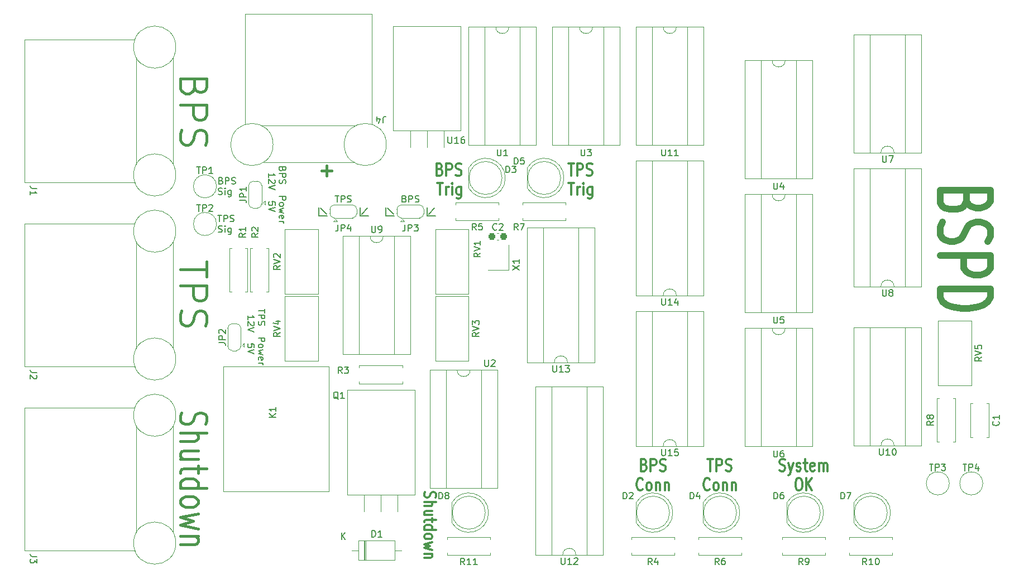
<source format=gto>
%TF.GenerationSoftware,KiCad,Pcbnew,8.0.2*%
%TF.CreationDate,2024-05-19T17:08:04+01:00*%
%TF.ProjectId,New BSPD,4e657720-4253-4504-942e-6b696361645f,rev?*%
%TF.SameCoordinates,Original*%
%TF.FileFunction,Legend,Top*%
%TF.FilePolarity,Positive*%
%FSLAX46Y46*%
G04 Gerber Fmt 4.6, Leading zero omitted, Abs format (unit mm)*
G04 Created by KiCad (PCBNEW 8.0.2) date 2024-05-19 17:08:04*
%MOMM*%
%LPD*%
G01*
G04 APERTURE LIST*
G04 Aperture macros list*
%AMRoundRect*
0 Rectangle with rounded corners*
0 $1 Rounding radius*
0 $2 $3 $4 $5 $6 $7 $8 $9 X,Y pos of 4 corners*
0 Add a 4 corners polygon primitive as box body*
4,1,4,$2,$3,$4,$5,$6,$7,$8,$9,$2,$3,0*
0 Add four circle primitives for the rounded corners*
1,1,$1+$1,$2,$3*
1,1,$1+$1,$4,$5*
1,1,$1+$1,$6,$7*
1,1,$1+$1,$8,$9*
0 Add four rect primitives between the rounded corners*
20,1,$1+$1,$2,$3,$4,$5,0*
20,1,$1+$1,$4,$5,$6,$7,0*
20,1,$1+$1,$6,$7,$8,$9,0*
20,1,$1+$1,$8,$9,$2,$3,0*%
%AMFreePoly0*
4,1,19,0.550000,-0.750000,0.000000,-0.750000,0.000000,-0.744911,-0.071157,-0.744911,-0.207708,-0.704816,-0.327430,-0.627875,-0.420627,-0.520320,-0.479746,-0.390866,-0.500000,-0.250000,-0.500000,0.250000,-0.479746,0.390866,-0.420627,0.520320,-0.327430,0.627875,-0.207708,0.704816,-0.071157,0.744911,0.000000,0.744911,0.000000,0.750000,0.550000,0.750000,0.550000,-0.750000,0.550000,-0.750000,
$1*%
%AMFreePoly1*
4,1,19,0.000000,0.744911,0.071157,0.744911,0.207708,0.704816,0.327430,0.627875,0.420627,0.520320,0.479746,0.390866,0.500000,0.250000,0.500000,-0.250000,0.479746,-0.390866,0.420627,-0.520320,0.327430,-0.627875,0.207708,-0.704816,0.071157,-0.744911,0.000000,-0.744911,0.000000,-0.750000,-0.550000,-0.750000,-0.550000,0.750000,0.000000,0.750000,0.000000,0.744911,0.000000,0.744911,
$1*%
G04 Aperture macros list end*
%ADD10C,0.150000*%
%ADD11C,0.300000*%
%ADD12C,0.400000*%
%ADD13C,1.000000*%
%ADD14C,0.120000*%
%ADD15C,3.200000*%
%ADD16R,1.800000X1.800000*%
%ADD17C,1.800000*%
%ADD18C,1.600000*%
%ADD19O,1.600000X1.600000*%
%ADD20FreePoly0,90.000000*%
%ADD21R,1.500000X1.000000*%
%ADD22FreePoly1,90.000000*%
%ADD23R,1.600000X1.600000*%
%ADD24C,1.440000*%
%ADD25C,4.000000*%
%ADD26C,3.000000*%
%ADD27C,3.300000*%
%ADD28O,3.500000X3.500000*%
%ADD29R,1.905000X2.000000*%
%ADD30O,1.905000X2.000000*%
%ADD31RoundRect,0.237500X-0.300000X-0.237500X0.300000X-0.237500X0.300000X0.237500X-0.300000X0.237500X0*%
%ADD32FreePoly0,0.000000*%
%ADD33R,1.000000X1.500000*%
%ADD34FreePoly1,0.000000*%
%ADD35R,1.100000X1.300000*%
%ADD36R,2.200000X2.200000*%
%ADD37O,2.200000X2.200000*%
G04 APERTURE END LIST*
D10*
X106807000Y-51435000D02*
X106807000Y-52705000D01*
X113030000Y-51435000D02*
X113030000Y-52705000D01*
X96647000Y-51435000D02*
X96647000Y-52705000D01*
X96901000Y-51562000D02*
X97790000Y-52451000D01*
X102870000Y-51435000D02*
X102870000Y-52705000D01*
X107061000Y-51562000D02*
X107950000Y-52451000D01*
X113284000Y-52451000D02*
X114173000Y-51562000D01*
X106807000Y-52705000D02*
X108077000Y-52705000D01*
X102870000Y-52705000D02*
X104140000Y-52705000D01*
X113030000Y-52705000D02*
X114300000Y-52705000D01*
X103124000Y-52451000D02*
X104013000Y-51562000D01*
X96647000Y-52705000D02*
X97917000Y-52705000D01*
D11*
X145962857Y-90538358D02*
X146177143Y-90624072D01*
X146177143Y-90624072D02*
X146248572Y-90709786D01*
X146248572Y-90709786D02*
X146320000Y-90881215D01*
X146320000Y-90881215D02*
X146320000Y-91138358D01*
X146320000Y-91138358D02*
X146248572Y-91309786D01*
X146248572Y-91309786D02*
X146177143Y-91395501D01*
X146177143Y-91395501D02*
X146034286Y-91481215D01*
X146034286Y-91481215D02*
X145462857Y-91481215D01*
X145462857Y-91481215D02*
X145462857Y-89681215D01*
X145462857Y-89681215D02*
X145962857Y-89681215D01*
X145962857Y-89681215D02*
X146105715Y-89766929D01*
X146105715Y-89766929D02*
X146177143Y-89852643D01*
X146177143Y-89852643D02*
X146248572Y-90024072D01*
X146248572Y-90024072D02*
X146248572Y-90195501D01*
X146248572Y-90195501D02*
X146177143Y-90366929D01*
X146177143Y-90366929D02*
X146105715Y-90452643D01*
X146105715Y-90452643D02*
X145962857Y-90538358D01*
X145962857Y-90538358D02*
X145462857Y-90538358D01*
X146962857Y-91481215D02*
X146962857Y-89681215D01*
X146962857Y-89681215D02*
X147534286Y-89681215D01*
X147534286Y-89681215D02*
X147677143Y-89766929D01*
X147677143Y-89766929D02*
X147748572Y-89852643D01*
X147748572Y-89852643D02*
X147820000Y-90024072D01*
X147820000Y-90024072D02*
X147820000Y-90281215D01*
X147820000Y-90281215D02*
X147748572Y-90452643D01*
X147748572Y-90452643D02*
X147677143Y-90538358D01*
X147677143Y-90538358D02*
X147534286Y-90624072D01*
X147534286Y-90624072D02*
X146962857Y-90624072D01*
X148391429Y-91395501D02*
X148605715Y-91481215D01*
X148605715Y-91481215D02*
X148962857Y-91481215D01*
X148962857Y-91481215D02*
X149105715Y-91395501D01*
X149105715Y-91395501D02*
X149177143Y-91309786D01*
X149177143Y-91309786D02*
X149248572Y-91138358D01*
X149248572Y-91138358D02*
X149248572Y-90966929D01*
X149248572Y-90966929D02*
X149177143Y-90795501D01*
X149177143Y-90795501D02*
X149105715Y-90709786D01*
X149105715Y-90709786D02*
X148962857Y-90624072D01*
X148962857Y-90624072D02*
X148677143Y-90538358D01*
X148677143Y-90538358D02*
X148534286Y-90452643D01*
X148534286Y-90452643D02*
X148462857Y-90366929D01*
X148462857Y-90366929D02*
X148391429Y-90195501D01*
X148391429Y-90195501D02*
X148391429Y-90024072D01*
X148391429Y-90024072D02*
X148462857Y-89852643D01*
X148462857Y-89852643D02*
X148534286Y-89766929D01*
X148534286Y-89766929D02*
X148677143Y-89681215D01*
X148677143Y-89681215D02*
X149034286Y-89681215D01*
X149034286Y-89681215D02*
X149248572Y-89766929D01*
X145748571Y-94207685D02*
X145677143Y-94293400D01*
X145677143Y-94293400D02*
X145462857Y-94379114D01*
X145462857Y-94379114D02*
X145320000Y-94379114D01*
X145320000Y-94379114D02*
X145105714Y-94293400D01*
X145105714Y-94293400D02*
X144962857Y-94121971D01*
X144962857Y-94121971D02*
X144891428Y-93950542D01*
X144891428Y-93950542D02*
X144820000Y-93607685D01*
X144820000Y-93607685D02*
X144820000Y-93350542D01*
X144820000Y-93350542D02*
X144891428Y-93007685D01*
X144891428Y-93007685D02*
X144962857Y-92836257D01*
X144962857Y-92836257D02*
X145105714Y-92664828D01*
X145105714Y-92664828D02*
X145320000Y-92579114D01*
X145320000Y-92579114D02*
X145462857Y-92579114D01*
X145462857Y-92579114D02*
X145677143Y-92664828D01*
X145677143Y-92664828D02*
X145748571Y-92750542D01*
X146605714Y-94379114D02*
X146462857Y-94293400D01*
X146462857Y-94293400D02*
X146391428Y-94207685D01*
X146391428Y-94207685D02*
X146320000Y-94036257D01*
X146320000Y-94036257D02*
X146320000Y-93521971D01*
X146320000Y-93521971D02*
X146391428Y-93350542D01*
X146391428Y-93350542D02*
X146462857Y-93264828D01*
X146462857Y-93264828D02*
X146605714Y-93179114D01*
X146605714Y-93179114D02*
X146820000Y-93179114D01*
X146820000Y-93179114D02*
X146962857Y-93264828D01*
X146962857Y-93264828D02*
X147034286Y-93350542D01*
X147034286Y-93350542D02*
X147105714Y-93521971D01*
X147105714Y-93521971D02*
X147105714Y-94036257D01*
X147105714Y-94036257D02*
X147034286Y-94207685D01*
X147034286Y-94207685D02*
X146962857Y-94293400D01*
X146962857Y-94293400D02*
X146820000Y-94379114D01*
X146820000Y-94379114D02*
X146605714Y-94379114D01*
X147748571Y-93179114D02*
X147748571Y-94379114D01*
X147748571Y-93350542D02*
X147820000Y-93264828D01*
X147820000Y-93264828D02*
X147962857Y-93179114D01*
X147962857Y-93179114D02*
X148177143Y-93179114D01*
X148177143Y-93179114D02*
X148320000Y-93264828D01*
X148320000Y-93264828D02*
X148391429Y-93436257D01*
X148391429Y-93436257D02*
X148391429Y-94379114D01*
X149105714Y-93179114D02*
X149105714Y-94379114D01*
X149105714Y-93350542D02*
X149177143Y-93264828D01*
X149177143Y-93264828D02*
X149320000Y-93179114D01*
X149320000Y-93179114D02*
X149534286Y-93179114D01*
X149534286Y-93179114D02*
X149677143Y-93264828D01*
X149677143Y-93264828D02*
X149748572Y-93436257D01*
X149748572Y-93436257D02*
X149748572Y-94379114D01*
D10*
X81318922Y-52624847D02*
X81890350Y-52624847D01*
X81604636Y-53624847D02*
X81604636Y-52624847D01*
X82223684Y-53624847D02*
X82223684Y-52624847D01*
X82223684Y-52624847D02*
X82604636Y-52624847D01*
X82604636Y-52624847D02*
X82699874Y-52672466D01*
X82699874Y-52672466D02*
X82747493Y-52720085D01*
X82747493Y-52720085D02*
X82795112Y-52815323D01*
X82795112Y-52815323D02*
X82795112Y-52958180D01*
X82795112Y-52958180D02*
X82747493Y-53053418D01*
X82747493Y-53053418D02*
X82699874Y-53101037D01*
X82699874Y-53101037D02*
X82604636Y-53148656D01*
X82604636Y-53148656D02*
X82223684Y-53148656D01*
X83176065Y-53577228D02*
X83318922Y-53624847D01*
X83318922Y-53624847D02*
X83557017Y-53624847D01*
X83557017Y-53624847D02*
X83652255Y-53577228D01*
X83652255Y-53577228D02*
X83699874Y-53529608D01*
X83699874Y-53529608D02*
X83747493Y-53434370D01*
X83747493Y-53434370D02*
X83747493Y-53339132D01*
X83747493Y-53339132D02*
X83699874Y-53243894D01*
X83699874Y-53243894D02*
X83652255Y-53196275D01*
X83652255Y-53196275D02*
X83557017Y-53148656D01*
X83557017Y-53148656D02*
X83366541Y-53101037D01*
X83366541Y-53101037D02*
X83271303Y-53053418D01*
X83271303Y-53053418D02*
X83223684Y-53005799D01*
X83223684Y-53005799D02*
X83176065Y-52910561D01*
X83176065Y-52910561D02*
X83176065Y-52815323D01*
X83176065Y-52815323D02*
X83223684Y-52720085D01*
X83223684Y-52720085D02*
X83271303Y-52672466D01*
X83271303Y-52672466D02*
X83366541Y-52624847D01*
X83366541Y-52624847D02*
X83604636Y-52624847D01*
X83604636Y-52624847D02*
X83747493Y-52672466D01*
X81414160Y-55187172D02*
X81557017Y-55234791D01*
X81557017Y-55234791D02*
X81795112Y-55234791D01*
X81795112Y-55234791D02*
X81890350Y-55187172D01*
X81890350Y-55187172D02*
X81937969Y-55139552D01*
X81937969Y-55139552D02*
X81985588Y-55044314D01*
X81985588Y-55044314D02*
X81985588Y-54949076D01*
X81985588Y-54949076D02*
X81937969Y-54853838D01*
X81937969Y-54853838D02*
X81890350Y-54806219D01*
X81890350Y-54806219D02*
X81795112Y-54758600D01*
X81795112Y-54758600D02*
X81604636Y-54710981D01*
X81604636Y-54710981D02*
X81509398Y-54663362D01*
X81509398Y-54663362D02*
X81461779Y-54615743D01*
X81461779Y-54615743D02*
X81414160Y-54520505D01*
X81414160Y-54520505D02*
X81414160Y-54425267D01*
X81414160Y-54425267D02*
X81461779Y-54330029D01*
X81461779Y-54330029D02*
X81509398Y-54282410D01*
X81509398Y-54282410D02*
X81604636Y-54234791D01*
X81604636Y-54234791D02*
X81842731Y-54234791D01*
X81842731Y-54234791D02*
X81985588Y-54282410D01*
X82414160Y-55234791D02*
X82414160Y-54568124D01*
X82414160Y-54234791D02*
X82366541Y-54282410D01*
X82366541Y-54282410D02*
X82414160Y-54330029D01*
X82414160Y-54330029D02*
X82461779Y-54282410D01*
X82461779Y-54282410D02*
X82414160Y-54234791D01*
X82414160Y-54234791D02*
X82414160Y-54330029D01*
X83318921Y-54568124D02*
X83318921Y-55377648D01*
X83318921Y-55377648D02*
X83271302Y-55472886D01*
X83271302Y-55472886D02*
X83223683Y-55520505D01*
X83223683Y-55520505D02*
X83128445Y-55568124D01*
X83128445Y-55568124D02*
X82985588Y-55568124D01*
X82985588Y-55568124D02*
X82890350Y-55520505D01*
X83318921Y-55187172D02*
X83223683Y-55234791D01*
X83223683Y-55234791D02*
X83033207Y-55234791D01*
X83033207Y-55234791D02*
X82937969Y-55187172D01*
X82937969Y-55187172D02*
X82890350Y-55139552D01*
X82890350Y-55139552D02*
X82842731Y-55044314D01*
X82842731Y-55044314D02*
X82842731Y-54758600D01*
X82842731Y-54758600D02*
X82890350Y-54663362D01*
X82890350Y-54663362D02*
X82937969Y-54615743D01*
X82937969Y-54615743D02*
X83033207Y-54568124D01*
X83033207Y-54568124D02*
X83223683Y-54568124D01*
X83223683Y-54568124D02*
X83318921Y-54615743D01*
D11*
X134452225Y-44812165D02*
X135309368Y-44812165D01*
X134880796Y-46612165D02*
X134880796Y-44812165D01*
X135809367Y-46612165D02*
X135809367Y-44812165D01*
X135809367Y-44812165D02*
X136380796Y-44812165D01*
X136380796Y-44812165D02*
X136523653Y-44897879D01*
X136523653Y-44897879D02*
X136595082Y-44983593D01*
X136595082Y-44983593D02*
X136666510Y-45155022D01*
X136666510Y-45155022D02*
X136666510Y-45412165D01*
X136666510Y-45412165D02*
X136595082Y-45583593D01*
X136595082Y-45583593D02*
X136523653Y-45669308D01*
X136523653Y-45669308D02*
X136380796Y-45755022D01*
X136380796Y-45755022D02*
X135809367Y-45755022D01*
X137237939Y-46526451D02*
X137452225Y-46612165D01*
X137452225Y-46612165D02*
X137809367Y-46612165D01*
X137809367Y-46612165D02*
X137952225Y-46526451D01*
X137952225Y-46526451D02*
X138023653Y-46440736D01*
X138023653Y-46440736D02*
X138095082Y-46269308D01*
X138095082Y-46269308D02*
X138095082Y-46097879D01*
X138095082Y-46097879D02*
X138023653Y-45926451D01*
X138023653Y-45926451D02*
X137952225Y-45840736D01*
X137952225Y-45840736D02*
X137809367Y-45755022D01*
X137809367Y-45755022D02*
X137523653Y-45669308D01*
X137523653Y-45669308D02*
X137380796Y-45583593D01*
X137380796Y-45583593D02*
X137309367Y-45497879D01*
X137309367Y-45497879D02*
X137237939Y-45326451D01*
X137237939Y-45326451D02*
X137237939Y-45155022D01*
X137237939Y-45155022D02*
X137309367Y-44983593D01*
X137309367Y-44983593D02*
X137380796Y-44897879D01*
X137380796Y-44897879D02*
X137523653Y-44812165D01*
X137523653Y-44812165D02*
X137880796Y-44812165D01*
X137880796Y-44812165D02*
X138095082Y-44897879D01*
X134452225Y-47710064D02*
X135309368Y-47710064D01*
X134880796Y-49510064D02*
X134880796Y-47710064D01*
X135809367Y-49510064D02*
X135809367Y-48310064D01*
X135809367Y-48652921D02*
X135880796Y-48481492D01*
X135880796Y-48481492D02*
X135952225Y-48395778D01*
X135952225Y-48395778D02*
X136095082Y-48310064D01*
X136095082Y-48310064D02*
X136237939Y-48310064D01*
X136737938Y-49510064D02*
X136737938Y-48310064D01*
X136737938Y-47710064D02*
X136666510Y-47795778D01*
X136666510Y-47795778D02*
X136737938Y-47881492D01*
X136737938Y-47881492D02*
X136809367Y-47795778D01*
X136809367Y-47795778D02*
X136737938Y-47710064D01*
X136737938Y-47710064D02*
X136737938Y-47881492D01*
X138095082Y-48310064D02*
X138095082Y-49767207D01*
X138095082Y-49767207D02*
X138023653Y-49938635D01*
X138023653Y-49938635D02*
X137952224Y-50024350D01*
X137952224Y-50024350D02*
X137809367Y-50110064D01*
X137809367Y-50110064D02*
X137595082Y-50110064D01*
X137595082Y-50110064D02*
X137452224Y-50024350D01*
X138095082Y-49424350D02*
X137952224Y-49510064D01*
X137952224Y-49510064D02*
X137666510Y-49510064D01*
X137666510Y-49510064D02*
X137523653Y-49424350D01*
X137523653Y-49424350D02*
X137452224Y-49338635D01*
X137452224Y-49338635D02*
X137380796Y-49167207D01*
X137380796Y-49167207D02*
X137380796Y-48652921D01*
X137380796Y-48652921D02*
X137452224Y-48481492D01*
X137452224Y-48481492D02*
X137523653Y-48395778D01*
X137523653Y-48395778D02*
X137666510Y-48310064D01*
X137666510Y-48310064D02*
X137952224Y-48310064D01*
X137952224Y-48310064D02*
X138095082Y-48395778D01*
D10*
X91163934Y-45649047D02*
X91116315Y-45791904D01*
X91116315Y-45791904D02*
X91068696Y-45839523D01*
X91068696Y-45839523D02*
X90973458Y-45887142D01*
X90973458Y-45887142D02*
X90830601Y-45887142D01*
X90830601Y-45887142D02*
X90735363Y-45839523D01*
X90735363Y-45839523D02*
X90687744Y-45791904D01*
X90687744Y-45791904D02*
X90640124Y-45696666D01*
X90640124Y-45696666D02*
X90640124Y-45315714D01*
X90640124Y-45315714D02*
X91640124Y-45315714D01*
X91640124Y-45315714D02*
X91640124Y-45649047D01*
X91640124Y-45649047D02*
X91592505Y-45744285D01*
X91592505Y-45744285D02*
X91544886Y-45791904D01*
X91544886Y-45791904D02*
X91449648Y-45839523D01*
X91449648Y-45839523D02*
X91354410Y-45839523D01*
X91354410Y-45839523D02*
X91259172Y-45791904D01*
X91259172Y-45791904D02*
X91211553Y-45744285D01*
X91211553Y-45744285D02*
X91163934Y-45649047D01*
X91163934Y-45649047D02*
X91163934Y-45315714D01*
X90640124Y-46315714D02*
X91640124Y-46315714D01*
X91640124Y-46315714D02*
X91640124Y-46696666D01*
X91640124Y-46696666D02*
X91592505Y-46791904D01*
X91592505Y-46791904D02*
X91544886Y-46839523D01*
X91544886Y-46839523D02*
X91449648Y-46887142D01*
X91449648Y-46887142D02*
X91306791Y-46887142D01*
X91306791Y-46887142D02*
X91211553Y-46839523D01*
X91211553Y-46839523D02*
X91163934Y-46791904D01*
X91163934Y-46791904D02*
X91116315Y-46696666D01*
X91116315Y-46696666D02*
X91116315Y-46315714D01*
X90687744Y-47268095D02*
X90640124Y-47410952D01*
X90640124Y-47410952D02*
X90640124Y-47649047D01*
X90640124Y-47649047D02*
X90687744Y-47744285D01*
X90687744Y-47744285D02*
X90735363Y-47791904D01*
X90735363Y-47791904D02*
X90830601Y-47839523D01*
X90830601Y-47839523D02*
X90925839Y-47839523D01*
X90925839Y-47839523D02*
X91021077Y-47791904D01*
X91021077Y-47791904D02*
X91068696Y-47744285D01*
X91068696Y-47744285D02*
X91116315Y-47649047D01*
X91116315Y-47649047D02*
X91163934Y-47458571D01*
X91163934Y-47458571D02*
X91211553Y-47363333D01*
X91211553Y-47363333D02*
X91259172Y-47315714D01*
X91259172Y-47315714D02*
X91354410Y-47268095D01*
X91354410Y-47268095D02*
X91449648Y-47268095D01*
X91449648Y-47268095D02*
X91544886Y-47315714D01*
X91544886Y-47315714D02*
X91592505Y-47363333D01*
X91592505Y-47363333D02*
X91640124Y-47458571D01*
X91640124Y-47458571D02*
X91640124Y-47696666D01*
X91640124Y-47696666D02*
X91592505Y-47839523D01*
X90640124Y-49791905D02*
X91640124Y-49791905D01*
X91640124Y-49791905D02*
X91640124Y-50172857D01*
X91640124Y-50172857D02*
X91592505Y-50268095D01*
X91592505Y-50268095D02*
X91544886Y-50315714D01*
X91544886Y-50315714D02*
X91449648Y-50363333D01*
X91449648Y-50363333D02*
X91306791Y-50363333D01*
X91306791Y-50363333D02*
X91211553Y-50315714D01*
X91211553Y-50315714D02*
X91163934Y-50268095D01*
X91163934Y-50268095D02*
X91116315Y-50172857D01*
X91116315Y-50172857D02*
X91116315Y-49791905D01*
X90640124Y-50934762D02*
X90687744Y-50839524D01*
X90687744Y-50839524D02*
X90735363Y-50791905D01*
X90735363Y-50791905D02*
X90830601Y-50744286D01*
X90830601Y-50744286D02*
X91116315Y-50744286D01*
X91116315Y-50744286D02*
X91211553Y-50791905D01*
X91211553Y-50791905D02*
X91259172Y-50839524D01*
X91259172Y-50839524D02*
X91306791Y-50934762D01*
X91306791Y-50934762D02*
X91306791Y-51077619D01*
X91306791Y-51077619D02*
X91259172Y-51172857D01*
X91259172Y-51172857D02*
X91211553Y-51220476D01*
X91211553Y-51220476D02*
X91116315Y-51268095D01*
X91116315Y-51268095D02*
X90830601Y-51268095D01*
X90830601Y-51268095D02*
X90735363Y-51220476D01*
X90735363Y-51220476D02*
X90687744Y-51172857D01*
X90687744Y-51172857D02*
X90640124Y-51077619D01*
X90640124Y-51077619D02*
X90640124Y-50934762D01*
X91306791Y-51601429D02*
X90640124Y-51791905D01*
X90640124Y-51791905D02*
X91116315Y-51982381D01*
X91116315Y-51982381D02*
X90640124Y-52172857D01*
X90640124Y-52172857D02*
X91306791Y-52363333D01*
X90687744Y-53125238D02*
X90640124Y-53030000D01*
X90640124Y-53030000D02*
X90640124Y-52839524D01*
X90640124Y-52839524D02*
X90687744Y-52744286D01*
X90687744Y-52744286D02*
X90782982Y-52696667D01*
X90782982Y-52696667D02*
X91163934Y-52696667D01*
X91163934Y-52696667D02*
X91259172Y-52744286D01*
X91259172Y-52744286D02*
X91306791Y-52839524D01*
X91306791Y-52839524D02*
X91306791Y-53030000D01*
X91306791Y-53030000D02*
X91259172Y-53125238D01*
X91259172Y-53125238D02*
X91163934Y-53172857D01*
X91163934Y-53172857D02*
X91068696Y-53172857D01*
X91068696Y-53172857D02*
X90973458Y-52696667D01*
X90640124Y-53601429D02*
X91306791Y-53601429D01*
X91116315Y-53601429D02*
X91211553Y-53649048D01*
X91211553Y-53649048D02*
X91259172Y-53696667D01*
X91259172Y-53696667D02*
X91306791Y-53791905D01*
X91306791Y-53791905D02*
X91306791Y-53887143D01*
X89030180Y-46863332D02*
X89030180Y-46291904D01*
X89030180Y-46577618D02*
X90030180Y-46577618D01*
X90030180Y-46577618D02*
X89887323Y-46482380D01*
X89887323Y-46482380D02*
X89792085Y-46387142D01*
X89792085Y-46387142D02*
X89744466Y-46291904D01*
X89934942Y-47244285D02*
X89982561Y-47291904D01*
X89982561Y-47291904D02*
X90030180Y-47387142D01*
X90030180Y-47387142D02*
X90030180Y-47625237D01*
X90030180Y-47625237D02*
X89982561Y-47720475D01*
X89982561Y-47720475D02*
X89934942Y-47768094D01*
X89934942Y-47768094D02*
X89839704Y-47815713D01*
X89839704Y-47815713D02*
X89744466Y-47815713D01*
X89744466Y-47815713D02*
X89601609Y-47768094D01*
X89601609Y-47768094D02*
X89030180Y-47196666D01*
X89030180Y-47196666D02*
X89030180Y-47815713D01*
X90030180Y-48101428D02*
X89030180Y-48434761D01*
X89030180Y-48434761D02*
X90030180Y-48768094D01*
X90030180Y-51101428D02*
X90030180Y-50625238D01*
X90030180Y-50625238D02*
X89553990Y-50577619D01*
X89553990Y-50577619D02*
X89601609Y-50625238D01*
X89601609Y-50625238D02*
X89649228Y-50720476D01*
X89649228Y-50720476D02*
X89649228Y-50958571D01*
X89649228Y-50958571D02*
X89601609Y-51053809D01*
X89601609Y-51053809D02*
X89553990Y-51101428D01*
X89553990Y-51101428D02*
X89458752Y-51149047D01*
X89458752Y-51149047D02*
X89220657Y-51149047D01*
X89220657Y-51149047D02*
X89125419Y-51101428D01*
X89125419Y-51101428D02*
X89077800Y-51053809D01*
X89077800Y-51053809D02*
X89030180Y-50958571D01*
X89030180Y-50958571D02*
X89030180Y-50720476D01*
X89030180Y-50720476D02*
X89077800Y-50625238D01*
X89077800Y-50625238D02*
X89125419Y-50577619D01*
X90030180Y-51434762D02*
X89030180Y-51768095D01*
X89030180Y-51768095D02*
X90030180Y-52101428D01*
D11*
X166501429Y-91395501D02*
X166715715Y-91481215D01*
X166715715Y-91481215D02*
X167072857Y-91481215D01*
X167072857Y-91481215D02*
X167215715Y-91395501D01*
X167215715Y-91395501D02*
X167287143Y-91309786D01*
X167287143Y-91309786D02*
X167358572Y-91138358D01*
X167358572Y-91138358D02*
X167358572Y-90966929D01*
X167358572Y-90966929D02*
X167287143Y-90795501D01*
X167287143Y-90795501D02*
X167215715Y-90709786D01*
X167215715Y-90709786D02*
X167072857Y-90624072D01*
X167072857Y-90624072D02*
X166787143Y-90538358D01*
X166787143Y-90538358D02*
X166644286Y-90452643D01*
X166644286Y-90452643D02*
X166572857Y-90366929D01*
X166572857Y-90366929D02*
X166501429Y-90195501D01*
X166501429Y-90195501D02*
X166501429Y-90024072D01*
X166501429Y-90024072D02*
X166572857Y-89852643D01*
X166572857Y-89852643D02*
X166644286Y-89766929D01*
X166644286Y-89766929D02*
X166787143Y-89681215D01*
X166787143Y-89681215D02*
X167144286Y-89681215D01*
X167144286Y-89681215D02*
X167358572Y-89766929D01*
X167858571Y-90281215D02*
X168215714Y-91481215D01*
X168572857Y-90281215D02*
X168215714Y-91481215D01*
X168215714Y-91481215D02*
X168072857Y-91909786D01*
X168072857Y-91909786D02*
X168001428Y-91995501D01*
X168001428Y-91995501D02*
X167858571Y-92081215D01*
X169072857Y-91395501D02*
X169215714Y-91481215D01*
X169215714Y-91481215D02*
X169501428Y-91481215D01*
X169501428Y-91481215D02*
X169644285Y-91395501D01*
X169644285Y-91395501D02*
X169715714Y-91224072D01*
X169715714Y-91224072D02*
X169715714Y-91138358D01*
X169715714Y-91138358D02*
X169644285Y-90966929D01*
X169644285Y-90966929D02*
X169501428Y-90881215D01*
X169501428Y-90881215D02*
X169287143Y-90881215D01*
X169287143Y-90881215D02*
X169144285Y-90795501D01*
X169144285Y-90795501D02*
X169072857Y-90624072D01*
X169072857Y-90624072D02*
X169072857Y-90538358D01*
X169072857Y-90538358D02*
X169144285Y-90366929D01*
X169144285Y-90366929D02*
X169287143Y-90281215D01*
X169287143Y-90281215D02*
X169501428Y-90281215D01*
X169501428Y-90281215D02*
X169644285Y-90366929D01*
X170144286Y-90281215D02*
X170715714Y-90281215D01*
X170358571Y-89681215D02*
X170358571Y-91224072D01*
X170358571Y-91224072D02*
X170430000Y-91395501D01*
X170430000Y-91395501D02*
X170572857Y-91481215D01*
X170572857Y-91481215D02*
X170715714Y-91481215D01*
X171787143Y-91395501D02*
X171644286Y-91481215D01*
X171644286Y-91481215D02*
X171358572Y-91481215D01*
X171358572Y-91481215D02*
X171215714Y-91395501D01*
X171215714Y-91395501D02*
X171144286Y-91224072D01*
X171144286Y-91224072D02*
X171144286Y-90538358D01*
X171144286Y-90538358D02*
X171215714Y-90366929D01*
X171215714Y-90366929D02*
X171358572Y-90281215D01*
X171358572Y-90281215D02*
X171644286Y-90281215D01*
X171644286Y-90281215D02*
X171787143Y-90366929D01*
X171787143Y-90366929D02*
X171858572Y-90538358D01*
X171858572Y-90538358D02*
X171858572Y-90709786D01*
X171858572Y-90709786D02*
X171144286Y-90881215D01*
X172501428Y-91481215D02*
X172501428Y-90281215D01*
X172501428Y-90452643D02*
X172572857Y-90366929D01*
X172572857Y-90366929D02*
X172715714Y-90281215D01*
X172715714Y-90281215D02*
X172930000Y-90281215D01*
X172930000Y-90281215D02*
X173072857Y-90366929D01*
X173072857Y-90366929D02*
X173144286Y-90538358D01*
X173144286Y-90538358D02*
X173144286Y-91481215D01*
X173144286Y-90538358D02*
X173215714Y-90366929D01*
X173215714Y-90366929D02*
X173358571Y-90281215D01*
X173358571Y-90281215D02*
X173572857Y-90281215D01*
X173572857Y-90281215D02*
X173715714Y-90366929D01*
X173715714Y-90366929D02*
X173787143Y-90538358D01*
X173787143Y-90538358D02*
X173787143Y-91481215D01*
X169287143Y-92579114D02*
X169572857Y-92579114D01*
X169572857Y-92579114D02*
X169715714Y-92664828D01*
X169715714Y-92664828D02*
X169858571Y-92836257D01*
X169858571Y-92836257D02*
X169930000Y-93179114D01*
X169930000Y-93179114D02*
X169930000Y-93779114D01*
X169930000Y-93779114D02*
X169858571Y-94121971D01*
X169858571Y-94121971D02*
X169715714Y-94293400D01*
X169715714Y-94293400D02*
X169572857Y-94379114D01*
X169572857Y-94379114D02*
X169287143Y-94379114D01*
X169287143Y-94379114D02*
X169144286Y-94293400D01*
X169144286Y-94293400D02*
X169001428Y-94121971D01*
X169001428Y-94121971D02*
X168930000Y-93779114D01*
X168930000Y-93779114D02*
X168930000Y-93179114D01*
X168930000Y-93179114D02*
X169001428Y-92836257D01*
X169001428Y-92836257D02*
X169144286Y-92664828D01*
X169144286Y-92664828D02*
X169287143Y-92579114D01*
X170572857Y-94379114D02*
X170572857Y-92579114D01*
X171430000Y-94379114D02*
X170787143Y-93350542D01*
X171430000Y-92579114D02*
X170572857Y-93607685D01*
X155587143Y-89681215D02*
X156444286Y-89681215D01*
X156015714Y-91481215D02*
X156015714Y-89681215D01*
X156944285Y-91481215D02*
X156944285Y-89681215D01*
X156944285Y-89681215D02*
X157515714Y-89681215D01*
X157515714Y-89681215D02*
X157658571Y-89766929D01*
X157658571Y-89766929D02*
X157730000Y-89852643D01*
X157730000Y-89852643D02*
X157801428Y-90024072D01*
X157801428Y-90024072D02*
X157801428Y-90281215D01*
X157801428Y-90281215D02*
X157730000Y-90452643D01*
X157730000Y-90452643D02*
X157658571Y-90538358D01*
X157658571Y-90538358D02*
X157515714Y-90624072D01*
X157515714Y-90624072D02*
X156944285Y-90624072D01*
X158372857Y-91395501D02*
X158587143Y-91481215D01*
X158587143Y-91481215D02*
X158944285Y-91481215D01*
X158944285Y-91481215D02*
X159087143Y-91395501D01*
X159087143Y-91395501D02*
X159158571Y-91309786D01*
X159158571Y-91309786D02*
X159230000Y-91138358D01*
X159230000Y-91138358D02*
X159230000Y-90966929D01*
X159230000Y-90966929D02*
X159158571Y-90795501D01*
X159158571Y-90795501D02*
X159087143Y-90709786D01*
X159087143Y-90709786D02*
X158944285Y-90624072D01*
X158944285Y-90624072D02*
X158658571Y-90538358D01*
X158658571Y-90538358D02*
X158515714Y-90452643D01*
X158515714Y-90452643D02*
X158444285Y-90366929D01*
X158444285Y-90366929D02*
X158372857Y-90195501D01*
X158372857Y-90195501D02*
X158372857Y-90024072D01*
X158372857Y-90024072D02*
X158444285Y-89852643D01*
X158444285Y-89852643D02*
X158515714Y-89766929D01*
X158515714Y-89766929D02*
X158658571Y-89681215D01*
X158658571Y-89681215D02*
X159015714Y-89681215D01*
X159015714Y-89681215D02*
X159230000Y-89766929D01*
X155908571Y-94207685D02*
X155837143Y-94293400D01*
X155837143Y-94293400D02*
X155622857Y-94379114D01*
X155622857Y-94379114D02*
X155480000Y-94379114D01*
X155480000Y-94379114D02*
X155265714Y-94293400D01*
X155265714Y-94293400D02*
X155122857Y-94121971D01*
X155122857Y-94121971D02*
X155051428Y-93950542D01*
X155051428Y-93950542D02*
X154980000Y-93607685D01*
X154980000Y-93607685D02*
X154980000Y-93350542D01*
X154980000Y-93350542D02*
X155051428Y-93007685D01*
X155051428Y-93007685D02*
X155122857Y-92836257D01*
X155122857Y-92836257D02*
X155265714Y-92664828D01*
X155265714Y-92664828D02*
X155480000Y-92579114D01*
X155480000Y-92579114D02*
X155622857Y-92579114D01*
X155622857Y-92579114D02*
X155837143Y-92664828D01*
X155837143Y-92664828D02*
X155908571Y-92750542D01*
X156765714Y-94379114D02*
X156622857Y-94293400D01*
X156622857Y-94293400D02*
X156551428Y-94207685D01*
X156551428Y-94207685D02*
X156480000Y-94036257D01*
X156480000Y-94036257D02*
X156480000Y-93521971D01*
X156480000Y-93521971D02*
X156551428Y-93350542D01*
X156551428Y-93350542D02*
X156622857Y-93264828D01*
X156622857Y-93264828D02*
X156765714Y-93179114D01*
X156765714Y-93179114D02*
X156980000Y-93179114D01*
X156980000Y-93179114D02*
X157122857Y-93264828D01*
X157122857Y-93264828D02*
X157194286Y-93350542D01*
X157194286Y-93350542D02*
X157265714Y-93521971D01*
X157265714Y-93521971D02*
X157265714Y-94036257D01*
X157265714Y-94036257D02*
X157194286Y-94207685D01*
X157194286Y-94207685D02*
X157122857Y-94293400D01*
X157122857Y-94293400D02*
X156980000Y-94379114D01*
X156980000Y-94379114D02*
X156765714Y-94379114D01*
X157908571Y-93179114D02*
X157908571Y-94379114D01*
X157908571Y-93350542D02*
X157980000Y-93264828D01*
X157980000Y-93264828D02*
X158122857Y-93179114D01*
X158122857Y-93179114D02*
X158337143Y-93179114D01*
X158337143Y-93179114D02*
X158480000Y-93264828D01*
X158480000Y-93264828D02*
X158551429Y-93436257D01*
X158551429Y-93436257D02*
X158551429Y-94379114D01*
X159265714Y-93179114D02*
X159265714Y-94379114D01*
X159265714Y-93350542D02*
X159337143Y-93264828D01*
X159337143Y-93264828D02*
X159480000Y-93179114D01*
X159480000Y-93179114D02*
X159694286Y-93179114D01*
X159694286Y-93179114D02*
X159837143Y-93264828D01*
X159837143Y-93264828D02*
X159908572Y-93436257D01*
X159908572Y-93436257D02*
X159908572Y-94379114D01*
D10*
X109625238Y-50141009D02*
X109768095Y-50188628D01*
X109768095Y-50188628D02*
X109815714Y-50236247D01*
X109815714Y-50236247D02*
X109863333Y-50331485D01*
X109863333Y-50331485D02*
X109863333Y-50474342D01*
X109863333Y-50474342D02*
X109815714Y-50569580D01*
X109815714Y-50569580D02*
X109768095Y-50617200D01*
X109768095Y-50617200D02*
X109672857Y-50664819D01*
X109672857Y-50664819D02*
X109291905Y-50664819D01*
X109291905Y-50664819D02*
X109291905Y-49664819D01*
X109291905Y-49664819D02*
X109625238Y-49664819D01*
X109625238Y-49664819D02*
X109720476Y-49712438D01*
X109720476Y-49712438D02*
X109768095Y-49760057D01*
X109768095Y-49760057D02*
X109815714Y-49855295D01*
X109815714Y-49855295D02*
X109815714Y-49950533D01*
X109815714Y-49950533D02*
X109768095Y-50045771D01*
X109768095Y-50045771D02*
X109720476Y-50093390D01*
X109720476Y-50093390D02*
X109625238Y-50141009D01*
X109625238Y-50141009D02*
X109291905Y-50141009D01*
X110291905Y-50664819D02*
X110291905Y-49664819D01*
X110291905Y-49664819D02*
X110672857Y-49664819D01*
X110672857Y-49664819D02*
X110768095Y-49712438D01*
X110768095Y-49712438D02*
X110815714Y-49760057D01*
X110815714Y-49760057D02*
X110863333Y-49855295D01*
X110863333Y-49855295D02*
X110863333Y-49998152D01*
X110863333Y-49998152D02*
X110815714Y-50093390D01*
X110815714Y-50093390D02*
X110768095Y-50141009D01*
X110768095Y-50141009D02*
X110672857Y-50188628D01*
X110672857Y-50188628D02*
X110291905Y-50188628D01*
X111244286Y-50617200D02*
X111387143Y-50664819D01*
X111387143Y-50664819D02*
X111625238Y-50664819D01*
X111625238Y-50664819D02*
X111720476Y-50617200D01*
X111720476Y-50617200D02*
X111768095Y-50569580D01*
X111768095Y-50569580D02*
X111815714Y-50474342D01*
X111815714Y-50474342D02*
X111815714Y-50379104D01*
X111815714Y-50379104D02*
X111768095Y-50283866D01*
X111768095Y-50283866D02*
X111720476Y-50236247D01*
X111720476Y-50236247D02*
X111625238Y-50188628D01*
X111625238Y-50188628D02*
X111434762Y-50141009D01*
X111434762Y-50141009D02*
X111339524Y-50093390D01*
X111339524Y-50093390D02*
X111291905Y-50045771D01*
X111291905Y-50045771D02*
X111244286Y-49950533D01*
X111244286Y-49950533D02*
X111244286Y-49855295D01*
X111244286Y-49855295D02*
X111291905Y-49760057D01*
X111291905Y-49760057D02*
X111339524Y-49712438D01*
X111339524Y-49712438D02*
X111434762Y-49664819D01*
X111434762Y-49664819D02*
X111672857Y-49664819D01*
X111672857Y-49664819D02*
X111815714Y-49712438D01*
D12*
X77735561Y-33210952D02*
X77545085Y-33782380D01*
X77545085Y-33782380D02*
X77354609Y-33972857D01*
X77354609Y-33972857D02*
X76973657Y-34163333D01*
X76973657Y-34163333D02*
X76402228Y-34163333D01*
X76402228Y-34163333D02*
X76021276Y-33972857D01*
X76021276Y-33972857D02*
X75830800Y-33782380D01*
X75830800Y-33782380D02*
X75640323Y-33401428D01*
X75640323Y-33401428D02*
X75640323Y-31877618D01*
X75640323Y-31877618D02*
X79640323Y-31877618D01*
X79640323Y-31877618D02*
X79640323Y-33210952D01*
X79640323Y-33210952D02*
X79449847Y-33591904D01*
X79449847Y-33591904D02*
X79259371Y-33782380D01*
X79259371Y-33782380D02*
X78878419Y-33972857D01*
X78878419Y-33972857D02*
X78497466Y-33972857D01*
X78497466Y-33972857D02*
X78116514Y-33782380D01*
X78116514Y-33782380D02*
X77926038Y-33591904D01*
X77926038Y-33591904D02*
X77735561Y-33210952D01*
X77735561Y-33210952D02*
X77735561Y-31877618D01*
X75640323Y-35877618D02*
X79640323Y-35877618D01*
X79640323Y-35877618D02*
X79640323Y-37401428D01*
X79640323Y-37401428D02*
X79449847Y-37782380D01*
X79449847Y-37782380D02*
X79259371Y-37972857D01*
X79259371Y-37972857D02*
X78878419Y-38163333D01*
X78878419Y-38163333D02*
X78306990Y-38163333D01*
X78306990Y-38163333D02*
X77926038Y-37972857D01*
X77926038Y-37972857D02*
X77735561Y-37782380D01*
X77735561Y-37782380D02*
X77545085Y-37401428D01*
X77545085Y-37401428D02*
X77545085Y-35877618D01*
X75830800Y-39687142D02*
X75640323Y-40258571D01*
X75640323Y-40258571D02*
X75640323Y-41210952D01*
X75640323Y-41210952D02*
X75830800Y-41591904D01*
X75830800Y-41591904D02*
X76021276Y-41782380D01*
X76021276Y-41782380D02*
X76402228Y-41972857D01*
X76402228Y-41972857D02*
X76783180Y-41972857D01*
X76783180Y-41972857D02*
X77164133Y-41782380D01*
X77164133Y-41782380D02*
X77354609Y-41591904D01*
X77354609Y-41591904D02*
X77545085Y-41210952D01*
X77545085Y-41210952D02*
X77735561Y-40449047D01*
X77735561Y-40449047D02*
X77926038Y-40068095D01*
X77926038Y-40068095D02*
X78116514Y-39877618D01*
X78116514Y-39877618D02*
X78497466Y-39687142D01*
X78497466Y-39687142D02*
X78878419Y-39687142D01*
X78878419Y-39687142D02*
X79259371Y-39877618D01*
X79259371Y-39877618D02*
X79449847Y-40068095D01*
X79449847Y-40068095D02*
X79640323Y-40449047D01*
X79640323Y-40449047D02*
X79640323Y-41401428D01*
X79640323Y-41401428D02*
X79449847Y-41972857D01*
D10*
X99108095Y-49664819D02*
X99679523Y-49664819D01*
X99393809Y-50664819D02*
X99393809Y-49664819D01*
X100012857Y-50664819D02*
X100012857Y-49664819D01*
X100012857Y-49664819D02*
X100393809Y-49664819D01*
X100393809Y-49664819D02*
X100489047Y-49712438D01*
X100489047Y-49712438D02*
X100536666Y-49760057D01*
X100536666Y-49760057D02*
X100584285Y-49855295D01*
X100584285Y-49855295D02*
X100584285Y-49998152D01*
X100584285Y-49998152D02*
X100536666Y-50093390D01*
X100536666Y-50093390D02*
X100489047Y-50141009D01*
X100489047Y-50141009D02*
X100393809Y-50188628D01*
X100393809Y-50188628D02*
X100012857Y-50188628D01*
X100965238Y-50617200D02*
X101108095Y-50664819D01*
X101108095Y-50664819D02*
X101346190Y-50664819D01*
X101346190Y-50664819D02*
X101441428Y-50617200D01*
X101441428Y-50617200D02*
X101489047Y-50569580D01*
X101489047Y-50569580D02*
X101536666Y-50474342D01*
X101536666Y-50474342D02*
X101536666Y-50379104D01*
X101536666Y-50379104D02*
X101489047Y-50283866D01*
X101489047Y-50283866D02*
X101441428Y-50236247D01*
X101441428Y-50236247D02*
X101346190Y-50188628D01*
X101346190Y-50188628D02*
X101155714Y-50141009D01*
X101155714Y-50141009D02*
X101060476Y-50093390D01*
X101060476Y-50093390D02*
X101012857Y-50045771D01*
X101012857Y-50045771D02*
X100965238Y-49950533D01*
X100965238Y-49950533D02*
X100965238Y-49855295D01*
X100965238Y-49855295D02*
X101012857Y-49760057D01*
X101012857Y-49760057D02*
X101060476Y-49712438D01*
X101060476Y-49712438D02*
X101155714Y-49664819D01*
X101155714Y-49664819D02*
X101393809Y-49664819D01*
X101393809Y-49664819D02*
X101536666Y-49712438D01*
D12*
X79640323Y-59722381D02*
X79640323Y-62008095D01*
X75640323Y-60865238D02*
X79640323Y-60865238D01*
X75640323Y-63341428D02*
X79640323Y-63341428D01*
X79640323Y-63341428D02*
X79640323Y-64865238D01*
X79640323Y-64865238D02*
X79449847Y-65246190D01*
X79449847Y-65246190D02*
X79259371Y-65436667D01*
X79259371Y-65436667D02*
X78878419Y-65627143D01*
X78878419Y-65627143D02*
X78306990Y-65627143D01*
X78306990Y-65627143D02*
X77926038Y-65436667D01*
X77926038Y-65436667D02*
X77735561Y-65246190D01*
X77735561Y-65246190D02*
X77545085Y-64865238D01*
X77545085Y-64865238D02*
X77545085Y-63341428D01*
X75830800Y-67150952D02*
X75640323Y-67722381D01*
X75640323Y-67722381D02*
X75640323Y-68674762D01*
X75640323Y-68674762D02*
X75830800Y-69055714D01*
X75830800Y-69055714D02*
X76021276Y-69246190D01*
X76021276Y-69246190D02*
X76402228Y-69436667D01*
X76402228Y-69436667D02*
X76783180Y-69436667D01*
X76783180Y-69436667D02*
X77164133Y-69246190D01*
X77164133Y-69246190D02*
X77354609Y-69055714D01*
X77354609Y-69055714D02*
X77545085Y-68674762D01*
X77545085Y-68674762D02*
X77735561Y-67912857D01*
X77735561Y-67912857D02*
X77926038Y-67531905D01*
X77926038Y-67531905D02*
X78116514Y-67341428D01*
X78116514Y-67341428D02*
X78497466Y-67150952D01*
X78497466Y-67150952D02*
X78878419Y-67150952D01*
X78878419Y-67150952D02*
X79259371Y-67341428D01*
X79259371Y-67341428D02*
X79449847Y-67531905D01*
X79449847Y-67531905D02*
X79640323Y-67912857D01*
X79640323Y-67912857D02*
X79640323Y-68865238D01*
X79640323Y-68865238D02*
X79449847Y-69436667D01*
D13*
X194828271Y-50550751D02*
X194465414Y-51276465D01*
X194465414Y-51276465D02*
X194102557Y-51518370D01*
X194102557Y-51518370D02*
X193376842Y-51760274D01*
X193376842Y-51760274D02*
X192288271Y-51760274D01*
X192288271Y-51760274D02*
X191562557Y-51518370D01*
X191562557Y-51518370D02*
X191199700Y-51276465D01*
X191199700Y-51276465D02*
X190836842Y-50792655D01*
X190836842Y-50792655D02*
X190836842Y-48857417D01*
X190836842Y-48857417D02*
X198456842Y-48857417D01*
X198456842Y-48857417D02*
X198456842Y-50550751D01*
X198456842Y-50550751D02*
X198093985Y-51034560D01*
X198093985Y-51034560D02*
X197731128Y-51276465D01*
X197731128Y-51276465D02*
X197005414Y-51518370D01*
X197005414Y-51518370D02*
X196279700Y-51518370D01*
X196279700Y-51518370D02*
X195553985Y-51276465D01*
X195553985Y-51276465D02*
X195191128Y-51034560D01*
X195191128Y-51034560D02*
X194828271Y-50550751D01*
X194828271Y-50550751D02*
X194828271Y-48857417D01*
X191199700Y-53695513D02*
X190836842Y-54421227D01*
X190836842Y-54421227D02*
X190836842Y-55630751D01*
X190836842Y-55630751D02*
X191199700Y-56114560D01*
X191199700Y-56114560D02*
X191562557Y-56356465D01*
X191562557Y-56356465D02*
X192288271Y-56598370D01*
X192288271Y-56598370D02*
X193013985Y-56598370D01*
X193013985Y-56598370D02*
X193739700Y-56356465D01*
X193739700Y-56356465D02*
X194102557Y-56114560D01*
X194102557Y-56114560D02*
X194465414Y-55630751D01*
X194465414Y-55630751D02*
X194828271Y-54663132D01*
X194828271Y-54663132D02*
X195191128Y-54179322D01*
X195191128Y-54179322D02*
X195553985Y-53937417D01*
X195553985Y-53937417D02*
X196279700Y-53695513D01*
X196279700Y-53695513D02*
X197005414Y-53695513D01*
X197005414Y-53695513D02*
X197731128Y-53937417D01*
X197731128Y-53937417D02*
X198093985Y-54179322D01*
X198093985Y-54179322D02*
X198456842Y-54663132D01*
X198456842Y-54663132D02*
X198456842Y-55872655D01*
X198456842Y-55872655D02*
X198093985Y-56598370D01*
X190836842Y-58775512D02*
X198456842Y-58775512D01*
X198456842Y-58775512D02*
X198456842Y-60710750D01*
X198456842Y-60710750D02*
X198093985Y-61194560D01*
X198093985Y-61194560D02*
X197731128Y-61436465D01*
X197731128Y-61436465D02*
X197005414Y-61678369D01*
X197005414Y-61678369D02*
X195916842Y-61678369D01*
X195916842Y-61678369D02*
X195191128Y-61436465D01*
X195191128Y-61436465D02*
X194828271Y-61194560D01*
X194828271Y-61194560D02*
X194465414Y-60710750D01*
X194465414Y-60710750D02*
X194465414Y-58775512D01*
X190836842Y-63855512D02*
X198456842Y-63855512D01*
X198456842Y-63855512D02*
X198456842Y-65065036D01*
X198456842Y-65065036D02*
X198093985Y-65790750D01*
X198093985Y-65790750D02*
X197368271Y-66274560D01*
X197368271Y-66274560D02*
X196642557Y-66516465D01*
X196642557Y-66516465D02*
X195191128Y-66758369D01*
X195191128Y-66758369D02*
X194102557Y-66758369D01*
X194102557Y-66758369D02*
X192651128Y-66516465D01*
X192651128Y-66516465D02*
X191925414Y-66274560D01*
X191925414Y-66274560D02*
X191199700Y-65790750D01*
X191199700Y-65790750D02*
X190836842Y-65065036D01*
X190836842Y-65065036D02*
X190836842Y-63855512D01*
D10*
X81795112Y-47386037D02*
X81937969Y-47433656D01*
X81937969Y-47433656D02*
X81985588Y-47481275D01*
X81985588Y-47481275D02*
X82033207Y-47576513D01*
X82033207Y-47576513D02*
X82033207Y-47719370D01*
X82033207Y-47719370D02*
X81985588Y-47814608D01*
X81985588Y-47814608D02*
X81937969Y-47862228D01*
X81937969Y-47862228D02*
X81842731Y-47909847D01*
X81842731Y-47909847D02*
X81461779Y-47909847D01*
X81461779Y-47909847D02*
X81461779Y-46909847D01*
X81461779Y-46909847D02*
X81795112Y-46909847D01*
X81795112Y-46909847D02*
X81890350Y-46957466D01*
X81890350Y-46957466D02*
X81937969Y-47005085D01*
X81937969Y-47005085D02*
X81985588Y-47100323D01*
X81985588Y-47100323D02*
X81985588Y-47195561D01*
X81985588Y-47195561D02*
X81937969Y-47290799D01*
X81937969Y-47290799D02*
X81890350Y-47338418D01*
X81890350Y-47338418D02*
X81795112Y-47386037D01*
X81795112Y-47386037D02*
X81461779Y-47386037D01*
X82461779Y-47909847D02*
X82461779Y-46909847D01*
X82461779Y-46909847D02*
X82842731Y-46909847D01*
X82842731Y-46909847D02*
X82937969Y-46957466D01*
X82937969Y-46957466D02*
X82985588Y-47005085D01*
X82985588Y-47005085D02*
X83033207Y-47100323D01*
X83033207Y-47100323D02*
X83033207Y-47243180D01*
X83033207Y-47243180D02*
X82985588Y-47338418D01*
X82985588Y-47338418D02*
X82937969Y-47386037D01*
X82937969Y-47386037D02*
X82842731Y-47433656D01*
X82842731Y-47433656D02*
X82461779Y-47433656D01*
X83414160Y-47862228D02*
X83557017Y-47909847D01*
X83557017Y-47909847D02*
X83795112Y-47909847D01*
X83795112Y-47909847D02*
X83890350Y-47862228D01*
X83890350Y-47862228D02*
X83937969Y-47814608D01*
X83937969Y-47814608D02*
X83985588Y-47719370D01*
X83985588Y-47719370D02*
X83985588Y-47624132D01*
X83985588Y-47624132D02*
X83937969Y-47528894D01*
X83937969Y-47528894D02*
X83890350Y-47481275D01*
X83890350Y-47481275D02*
X83795112Y-47433656D01*
X83795112Y-47433656D02*
X83604636Y-47386037D01*
X83604636Y-47386037D02*
X83509398Y-47338418D01*
X83509398Y-47338418D02*
X83461779Y-47290799D01*
X83461779Y-47290799D02*
X83414160Y-47195561D01*
X83414160Y-47195561D02*
X83414160Y-47100323D01*
X83414160Y-47100323D02*
X83461779Y-47005085D01*
X83461779Y-47005085D02*
X83509398Y-46957466D01*
X83509398Y-46957466D02*
X83604636Y-46909847D01*
X83604636Y-46909847D02*
X83842731Y-46909847D01*
X83842731Y-46909847D02*
X83985588Y-46957466D01*
X81414160Y-49472172D02*
X81557017Y-49519791D01*
X81557017Y-49519791D02*
X81795112Y-49519791D01*
X81795112Y-49519791D02*
X81890350Y-49472172D01*
X81890350Y-49472172D02*
X81937969Y-49424552D01*
X81937969Y-49424552D02*
X81985588Y-49329314D01*
X81985588Y-49329314D02*
X81985588Y-49234076D01*
X81985588Y-49234076D02*
X81937969Y-49138838D01*
X81937969Y-49138838D02*
X81890350Y-49091219D01*
X81890350Y-49091219D02*
X81795112Y-49043600D01*
X81795112Y-49043600D02*
X81604636Y-48995981D01*
X81604636Y-48995981D02*
X81509398Y-48948362D01*
X81509398Y-48948362D02*
X81461779Y-48900743D01*
X81461779Y-48900743D02*
X81414160Y-48805505D01*
X81414160Y-48805505D02*
X81414160Y-48710267D01*
X81414160Y-48710267D02*
X81461779Y-48615029D01*
X81461779Y-48615029D02*
X81509398Y-48567410D01*
X81509398Y-48567410D02*
X81604636Y-48519791D01*
X81604636Y-48519791D02*
X81842731Y-48519791D01*
X81842731Y-48519791D02*
X81985588Y-48567410D01*
X82414160Y-49519791D02*
X82414160Y-48853124D01*
X82414160Y-48519791D02*
X82366541Y-48567410D01*
X82366541Y-48567410D02*
X82414160Y-48615029D01*
X82414160Y-48615029D02*
X82461779Y-48567410D01*
X82461779Y-48567410D02*
X82414160Y-48519791D01*
X82414160Y-48519791D02*
X82414160Y-48615029D01*
X83318921Y-48853124D02*
X83318921Y-49662648D01*
X83318921Y-49662648D02*
X83271302Y-49757886D01*
X83271302Y-49757886D02*
X83223683Y-49805505D01*
X83223683Y-49805505D02*
X83128445Y-49853124D01*
X83128445Y-49853124D02*
X82985588Y-49853124D01*
X82985588Y-49853124D02*
X82890350Y-49805505D01*
X83318921Y-49472172D02*
X83223683Y-49519791D01*
X83223683Y-49519791D02*
X83033207Y-49519791D01*
X83033207Y-49519791D02*
X82937969Y-49472172D01*
X82937969Y-49472172D02*
X82890350Y-49424552D01*
X82890350Y-49424552D02*
X82842731Y-49329314D01*
X82842731Y-49329314D02*
X82842731Y-49043600D01*
X82842731Y-49043600D02*
X82890350Y-48948362D01*
X82890350Y-48948362D02*
X82937969Y-48900743D01*
X82937969Y-48900743D02*
X83033207Y-48853124D01*
X83033207Y-48853124D02*
X83223683Y-48853124D01*
X83223683Y-48853124D02*
X83318921Y-48900743D01*
D12*
X75830800Y-82638570D02*
X75640323Y-83067142D01*
X75640323Y-83067142D02*
X75640323Y-83781427D01*
X75640323Y-83781427D02*
X75830800Y-84067142D01*
X75830800Y-84067142D02*
X76021276Y-84209999D01*
X76021276Y-84209999D02*
X76402228Y-84352856D01*
X76402228Y-84352856D02*
X76783180Y-84352856D01*
X76783180Y-84352856D02*
X77164133Y-84209999D01*
X77164133Y-84209999D02*
X77354609Y-84067142D01*
X77354609Y-84067142D02*
X77545085Y-83781427D01*
X77545085Y-83781427D02*
X77735561Y-83209999D01*
X77735561Y-83209999D02*
X77926038Y-82924284D01*
X77926038Y-82924284D02*
X78116514Y-82781427D01*
X78116514Y-82781427D02*
X78497466Y-82638570D01*
X78497466Y-82638570D02*
X78878419Y-82638570D01*
X78878419Y-82638570D02*
X79259371Y-82781427D01*
X79259371Y-82781427D02*
X79449847Y-82924284D01*
X79449847Y-82924284D02*
X79640323Y-83209999D01*
X79640323Y-83209999D02*
X79640323Y-83924284D01*
X79640323Y-83924284D02*
X79449847Y-84352856D01*
X75640323Y-85638570D02*
X79640323Y-85638570D01*
X75640323Y-86924285D02*
X77735561Y-86924285D01*
X77735561Y-86924285D02*
X78116514Y-86781427D01*
X78116514Y-86781427D02*
X78306990Y-86495713D01*
X78306990Y-86495713D02*
X78306990Y-86067142D01*
X78306990Y-86067142D02*
X78116514Y-85781427D01*
X78116514Y-85781427D02*
X77926038Y-85638570D01*
X78306990Y-89638571D02*
X75640323Y-89638571D01*
X78306990Y-88352856D02*
X76211752Y-88352856D01*
X76211752Y-88352856D02*
X75830800Y-88495713D01*
X75830800Y-88495713D02*
X75640323Y-88781428D01*
X75640323Y-88781428D02*
X75640323Y-89209999D01*
X75640323Y-89209999D02*
X75830800Y-89495713D01*
X75830800Y-89495713D02*
X76021276Y-89638571D01*
X78306990Y-90638571D02*
X78306990Y-91781428D01*
X79640323Y-91067142D02*
X76211752Y-91067142D01*
X76211752Y-91067142D02*
X75830800Y-91209999D01*
X75830800Y-91209999D02*
X75640323Y-91495714D01*
X75640323Y-91495714D02*
X75640323Y-91781428D01*
X75640323Y-94067143D02*
X79640323Y-94067143D01*
X75830800Y-94067143D02*
X75640323Y-93781428D01*
X75640323Y-93781428D02*
X75640323Y-93210000D01*
X75640323Y-93210000D02*
X75830800Y-92924285D01*
X75830800Y-92924285D02*
X76021276Y-92781428D01*
X76021276Y-92781428D02*
X76402228Y-92638571D01*
X76402228Y-92638571D02*
X77545085Y-92638571D01*
X77545085Y-92638571D02*
X77926038Y-92781428D01*
X77926038Y-92781428D02*
X78116514Y-92924285D01*
X78116514Y-92924285D02*
X78306990Y-93210000D01*
X78306990Y-93210000D02*
X78306990Y-93781428D01*
X78306990Y-93781428D02*
X78116514Y-94067143D01*
X75640323Y-95924286D02*
X75830800Y-95638571D01*
X75830800Y-95638571D02*
X76021276Y-95495714D01*
X76021276Y-95495714D02*
X76402228Y-95352857D01*
X76402228Y-95352857D02*
X77545085Y-95352857D01*
X77545085Y-95352857D02*
X77926038Y-95495714D01*
X77926038Y-95495714D02*
X78116514Y-95638571D01*
X78116514Y-95638571D02*
X78306990Y-95924286D01*
X78306990Y-95924286D02*
X78306990Y-96352857D01*
X78306990Y-96352857D02*
X78116514Y-96638571D01*
X78116514Y-96638571D02*
X77926038Y-96781429D01*
X77926038Y-96781429D02*
X77545085Y-96924286D01*
X77545085Y-96924286D02*
X76402228Y-96924286D01*
X76402228Y-96924286D02*
X76021276Y-96781429D01*
X76021276Y-96781429D02*
X75830800Y-96638571D01*
X75830800Y-96638571D02*
X75640323Y-96352857D01*
X75640323Y-96352857D02*
X75640323Y-95924286D01*
X78306990Y-97924286D02*
X75640323Y-98495715D01*
X75640323Y-98495715D02*
X77545085Y-99067143D01*
X77545085Y-99067143D02*
X75640323Y-99638572D01*
X75640323Y-99638572D02*
X78306990Y-100210000D01*
X78306990Y-101352857D02*
X75640323Y-101352857D01*
X77926038Y-101352857D02*
X78116514Y-101495714D01*
X78116514Y-101495714D02*
X78306990Y-101781429D01*
X78306990Y-101781429D02*
X78306990Y-102210000D01*
X78306990Y-102210000D02*
X78116514Y-102495714D01*
X78116514Y-102495714D02*
X77735561Y-102638572D01*
X77735561Y-102638572D02*
X75640323Y-102638572D01*
D11*
X112716600Y-94659285D02*
X112630885Y-94873571D01*
X112630885Y-94873571D02*
X112630885Y-95230713D01*
X112630885Y-95230713D02*
X112716600Y-95373571D01*
X112716600Y-95373571D02*
X112802314Y-95444999D01*
X112802314Y-95444999D02*
X112973742Y-95516428D01*
X112973742Y-95516428D02*
X113145171Y-95516428D01*
X113145171Y-95516428D02*
X113316600Y-95444999D01*
X113316600Y-95444999D02*
X113402314Y-95373571D01*
X113402314Y-95373571D02*
X113488028Y-95230713D01*
X113488028Y-95230713D02*
X113573742Y-94944999D01*
X113573742Y-94944999D02*
X113659457Y-94802142D01*
X113659457Y-94802142D02*
X113745171Y-94730713D01*
X113745171Y-94730713D02*
X113916600Y-94659285D01*
X113916600Y-94659285D02*
X114088028Y-94659285D01*
X114088028Y-94659285D02*
X114259457Y-94730713D01*
X114259457Y-94730713D02*
X114345171Y-94802142D01*
X114345171Y-94802142D02*
X114430885Y-94944999D01*
X114430885Y-94944999D02*
X114430885Y-95302142D01*
X114430885Y-95302142D02*
X114345171Y-95516428D01*
X112630885Y-96159284D02*
X114430885Y-96159284D01*
X112630885Y-96802142D02*
X113573742Y-96802142D01*
X113573742Y-96802142D02*
X113745171Y-96730713D01*
X113745171Y-96730713D02*
X113830885Y-96587856D01*
X113830885Y-96587856D02*
X113830885Y-96373570D01*
X113830885Y-96373570D02*
X113745171Y-96230713D01*
X113745171Y-96230713D02*
X113659457Y-96159284D01*
X113830885Y-98159285D02*
X112630885Y-98159285D01*
X113830885Y-97516427D02*
X112888028Y-97516427D01*
X112888028Y-97516427D02*
X112716600Y-97587856D01*
X112716600Y-97587856D02*
X112630885Y-97730713D01*
X112630885Y-97730713D02*
X112630885Y-97944999D01*
X112630885Y-97944999D02*
X112716600Y-98087856D01*
X112716600Y-98087856D02*
X112802314Y-98159285D01*
X113830885Y-98659285D02*
X113830885Y-99230713D01*
X114430885Y-98873570D02*
X112888028Y-98873570D01*
X112888028Y-98873570D02*
X112716600Y-98944999D01*
X112716600Y-98944999D02*
X112630885Y-99087856D01*
X112630885Y-99087856D02*
X112630885Y-99230713D01*
X112630885Y-100373571D02*
X114430885Y-100373571D01*
X112716600Y-100373571D02*
X112630885Y-100230713D01*
X112630885Y-100230713D02*
X112630885Y-99944999D01*
X112630885Y-99944999D02*
X112716600Y-99802142D01*
X112716600Y-99802142D02*
X112802314Y-99730713D01*
X112802314Y-99730713D02*
X112973742Y-99659285D01*
X112973742Y-99659285D02*
X113488028Y-99659285D01*
X113488028Y-99659285D02*
X113659457Y-99730713D01*
X113659457Y-99730713D02*
X113745171Y-99802142D01*
X113745171Y-99802142D02*
X113830885Y-99944999D01*
X113830885Y-99944999D02*
X113830885Y-100230713D01*
X113830885Y-100230713D02*
X113745171Y-100373571D01*
X112630885Y-101302142D02*
X112716600Y-101159285D01*
X112716600Y-101159285D02*
X112802314Y-101087856D01*
X112802314Y-101087856D02*
X112973742Y-101016428D01*
X112973742Y-101016428D02*
X113488028Y-101016428D01*
X113488028Y-101016428D02*
X113659457Y-101087856D01*
X113659457Y-101087856D02*
X113745171Y-101159285D01*
X113745171Y-101159285D02*
X113830885Y-101302142D01*
X113830885Y-101302142D02*
X113830885Y-101516428D01*
X113830885Y-101516428D02*
X113745171Y-101659285D01*
X113745171Y-101659285D02*
X113659457Y-101730714D01*
X113659457Y-101730714D02*
X113488028Y-101802142D01*
X113488028Y-101802142D02*
X112973742Y-101802142D01*
X112973742Y-101802142D02*
X112802314Y-101730714D01*
X112802314Y-101730714D02*
X112716600Y-101659285D01*
X112716600Y-101659285D02*
X112630885Y-101516428D01*
X112630885Y-101516428D02*
X112630885Y-101302142D01*
X113830885Y-102302142D02*
X112630885Y-102587857D01*
X112630885Y-102587857D02*
X113488028Y-102873571D01*
X113488028Y-102873571D02*
X112630885Y-103159285D01*
X112630885Y-103159285D02*
X113830885Y-103444999D01*
X113830885Y-104016428D02*
X112630885Y-104016428D01*
X113659457Y-104016428D02*
X113745171Y-104087857D01*
X113745171Y-104087857D02*
X113830885Y-104230714D01*
X113830885Y-104230714D02*
X113830885Y-104445000D01*
X113830885Y-104445000D02*
X113745171Y-104587857D01*
X113745171Y-104587857D02*
X113573742Y-104659286D01*
X113573742Y-104659286D02*
X112630885Y-104659286D01*
D10*
X88465124Y-66881904D02*
X88465124Y-67453332D01*
X87465124Y-67167618D02*
X88465124Y-67167618D01*
X87465124Y-67786666D02*
X88465124Y-67786666D01*
X88465124Y-67786666D02*
X88465124Y-68167618D01*
X88465124Y-68167618D02*
X88417505Y-68262856D01*
X88417505Y-68262856D02*
X88369886Y-68310475D01*
X88369886Y-68310475D02*
X88274648Y-68358094D01*
X88274648Y-68358094D02*
X88131791Y-68358094D01*
X88131791Y-68358094D02*
X88036553Y-68310475D01*
X88036553Y-68310475D02*
X87988934Y-68262856D01*
X87988934Y-68262856D02*
X87941315Y-68167618D01*
X87941315Y-68167618D02*
X87941315Y-67786666D01*
X87512744Y-68739047D02*
X87465124Y-68881904D01*
X87465124Y-68881904D02*
X87465124Y-69119999D01*
X87465124Y-69119999D02*
X87512744Y-69215237D01*
X87512744Y-69215237D02*
X87560363Y-69262856D01*
X87560363Y-69262856D02*
X87655601Y-69310475D01*
X87655601Y-69310475D02*
X87750839Y-69310475D01*
X87750839Y-69310475D02*
X87846077Y-69262856D01*
X87846077Y-69262856D02*
X87893696Y-69215237D01*
X87893696Y-69215237D02*
X87941315Y-69119999D01*
X87941315Y-69119999D02*
X87988934Y-68929523D01*
X87988934Y-68929523D02*
X88036553Y-68834285D01*
X88036553Y-68834285D02*
X88084172Y-68786666D01*
X88084172Y-68786666D02*
X88179410Y-68739047D01*
X88179410Y-68739047D02*
X88274648Y-68739047D01*
X88274648Y-68739047D02*
X88369886Y-68786666D01*
X88369886Y-68786666D02*
X88417505Y-68834285D01*
X88417505Y-68834285D02*
X88465124Y-68929523D01*
X88465124Y-68929523D02*
X88465124Y-69167618D01*
X88465124Y-69167618D02*
X88417505Y-69310475D01*
X87465124Y-71262857D02*
X88465124Y-71262857D01*
X88465124Y-71262857D02*
X88465124Y-71643809D01*
X88465124Y-71643809D02*
X88417505Y-71739047D01*
X88417505Y-71739047D02*
X88369886Y-71786666D01*
X88369886Y-71786666D02*
X88274648Y-71834285D01*
X88274648Y-71834285D02*
X88131791Y-71834285D01*
X88131791Y-71834285D02*
X88036553Y-71786666D01*
X88036553Y-71786666D02*
X87988934Y-71739047D01*
X87988934Y-71739047D02*
X87941315Y-71643809D01*
X87941315Y-71643809D02*
X87941315Y-71262857D01*
X87465124Y-72405714D02*
X87512744Y-72310476D01*
X87512744Y-72310476D02*
X87560363Y-72262857D01*
X87560363Y-72262857D02*
X87655601Y-72215238D01*
X87655601Y-72215238D02*
X87941315Y-72215238D01*
X87941315Y-72215238D02*
X88036553Y-72262857D01*
X88036553Y-72262857D02*
X88084172Y-72310476D01*
X88084172Y-72310476D02*
X88131791Y-72405714D01*
X88131791Y-72405714D02*
X88131791Y-72548571D01*
X88131791Y-72548571D02*
X88084172Y-72643809D01*
X88084172Y-72643809D02*
X88036553Y-72691428D01*
X88036553Y-72691428D02*
X87941315Y-72739047D01*
X87941315Y-72739047D02*
X87655601Y-72739047D01*
X87655601Y-72739047D02*
X87560363Y-72691428D01*
X87560363Y-72691428D02*
X87512744Y-72643809D01*
X87512744Y-72643809D02*
X87465124Y-72548571D01*
X87465124Y-72548571D02*
X87465124Y-72405714D01*
X88131791Y-73072381D02*
X87465124Y-73262857D01*
X87465124Y-73262857D02*
X87941315Y-73453333D01*
X87941315Y-73453333D02*
X87465124Y-73643809D01*
X87465124Y-73643809D02*
X88131791Y-73834285D01*
X87512744Y-74596190D02*
X87465124Y-74500952D01*
X87465124Y-74500952D02*
X87465124Y-74310476D01*
X87465124Y-74310476D02*
X87512744Y-74215238D01*
X87512744Y-74215238D02*
X87607982Y-74167619D01*
X87607982Y-74167619D02*
X87988934Y-74167619D01*
X87988934Y-74167619D02*
X88084172Y-74215238D01*
X88084172Y-74215238D02*
X88131791Y-74310476D01*
X88131791Y-74310476D02*
X88131791Y-74500952D01*
X88131791Y-74500952D02*
X88084172Y-74596190D01*
X88084172Y-74596190D02*
X87988934Y-74643809D01*
X87988934Y-74643809D02*
X87893696Y-74643809D01*
X87893696Y-74643809D02*
X87798458Y-74167619D01*
X87465124Y-75072381D02*
X88131791Y-75072381D01*
X87941315Y-75072381D02*
X88036553Y-75120000D01*
X88036553Y-75120000D02*
X88084172Y-75167619D01*
X88084172Y-75167619D02*
X88131791Y-75262857D01*
X88131791Y-75262857D02*
X88131791Y-75358095D01*
X85855180Y-68453332D02*
X85855180Y-67881904D01*
X85855180Y-68167618D02*
X86855180Y-68167618D01*
X86855180Y-68167618D02*
X86712323Y-68072380D01*
X86712323Y-68072380D02*
X86617085Y-67977142D01*
X86617085Y-67977142D02*
X86569466Y-67881904D01*
X86759942Y-68834285D02*
X86807561Y-68881904D01*
X86807561Y-68881904D02*
X86855180Y-68977142D01*
X86855180Y-68977142D02*
X86855180Y-69215237D01*
X86855180Y-69215237D02*
X86807561Y-69310475D01*
X86807561Y-69310475D02*
X86759942Y-69358094D01*
X86759942Y-69358094D02*
X86664704Y-69405713D01*
X86664704Y-69405713D02*
X86569466Y-69405713D01*
X86569466Y-69405713D02*
X86426609Y-69358094D01*
X86426609Y-69358094D02*
X85855180Y-68786666D01*
X85855180Y-68786666D02*
X85855180Y-69405713D01*
X86855180Y-69691428D02*
X85855180Y-70024761D01*
X85855180Y-70024761D02*
X86855180Y-70358094D01*
X86855180Y-72691428D02*
X86855180Y-72215238D01*
X86855180Y-72215238D02*
X86378990Y-72167619D01*
X86378990Y-72167619D02*
X86426609Y-72215238D01*
X86426609Y-72215238D02*
X86474228Y-72310476D01*
X86474228Y-72310476D02*
X86474228Y-72548571D01*
X86474228Y-72548571D02*
X86426609Y-72643809D01*
X86426609Y-72643809D02*
X86378990Y-72691428D01*
X86378990Y-72691428D02*
X86283752Y-72739047D01*
X86283752Y-72739047D02*
X86045657Y-72739047D01*
X86045657Y-72739047D02*
X85950419Y-72691428D01*
X85950419Y-72691428D02*
X85902800Y-72643809D01*
X85902800Y-72643809D02*
X85855180Y-72548571D01*
X85855180Y-72548571D02*
X85855180Y-72310476D01*
X85855180Y-72310476D02*
X85902800Y-72215238D01*
X85902800Y-72215238D02*
X85950419Y-72167619D01*
X86855180Y-73024762D02*
X85855180Y-73358095D01*
X85855180Y-73358095D02*
X86855180Y-73691428D01*
D12*
X97028095Y-45862533D02*
X98551905Y-45862533D01*
X97790000Y-46624438D02*
X97790000Y-45100628D01*
D11*
X114976203Y-45669308D02*
X115190489Y-45755022D01*
X115190489Y-45755022D02*
X115261918Y-45840736D01*
X115261918Y-45840736D02*
X115333346Y-46012165D01*
X115333346Y-46012165D02*
X115333346Y-46269308D01*
X115333346Y-46269308D02*
X115261918Y-46440736D01*
X115261918Y-46440736D02*
X115190489Y-46526451D01*
X115190489Y-46526451D02*
X115047632Y-46612165D01*
X115047632Y-46612165D02*
X114476203Y-46612165D01*
X114476203Y-46612165D02*
X114476203Y-44812165D01*
X114476203Y-44812165D02*
X114976203Y-44812165D01*
X114976203Y-44812165D02*
X115119061Y-44897879D01*
X115119061Y-44897879D02*
X115190489Y-44983593D01*
X115190489Y-44983593D02*
X115261918Y-45155022D01*
X115261918Y-45155022D02*
X115261918Y-45326451D01*
X115261918Y-45326451D02*
X115190489Y-45497879D01*
X115190489Y-45497879D02*
X115119061Y-45583593D01*
X115119061Y-45583593D02*
X114976203Y-45669308D01*
X114976203Y-45669308D02*
X114476203Y-45669308D01*
X115976203Y-46612165D02*
X115976203Y-44812165D01*
X115976203Y-44812165D02*
X116547632Y-44812165D01*
X116547632Y-44812165D02*
X116690489Y-44897879D01*
X116690489Y-44897879D02*
X116761918Y-44983593D01*
X116761918Y-44983593D02*
X116833346Y-45155022D01*
X116833346Y-45155022D02*
X116833346Y-45412165D01*
X116833346Y-45412165D02*
X116761918Y-45583593D01*
X116761918Y-45583593D02*
X116690489Y-45669308D01*
X116690489Y-45669308D02*
X116547632Y-45755022D01*
X116547632Y-45755022D02*
X115976203Y-45755022D01*
X117404775Y-46526451D02*
X117619061Y-46612165D01*
X117619061Y-46612165D02*
X117976203Y-46612165D01*
X117976203Y-46612165D02*
X118119061Y-46526451D01*
X118119061Y-46526451D02*
X118190489Y-46440736D01*
X118190489Y-46440736D02*
X118261918Y-46269308D01*
X118261918Y-46269308D02*
X118261918Y-46097879D01*
X118261918Y-46097879D02*
X118190489Y-45926451D01*
X118190489Y-45926451D02*
X118119061Y-45840736D01*
X118119061Y-45840736D02*
X117976203Y-45755022D01*
X117976203Y-45755022D02*
X117690489Y-45669308D01*
X117690489Y-45669308D02*
X117547632Y-45583593D01*
X117547632Y-45583593D02*
X117476203Y-45497879D01*
X117476203Y-45497879D02*
X117404775Y-45326451D01*
X117404775Y-45326451D02*
X117404775Y-45155022D01*
X117404775Y-45155022D02*
X117476203Y-44983593D01*
X117476203Y-44983593D02*
X117547632Y-44897879D01*
X117547632Y-44897879D02*
X117690489Y-44812165D01*
X117690489Y-44812165D02*
X118047632Y-44812165D01*
X118047632Y-44812165D02*
X118261918Y-44897879D01*
X114547632Y-47710064D02*
X115404775Y-47710064D01*
X114976203Y-49510064D02*
X114976203Y-47710064D01*
X115904774Y-49510064D02*
X115904774Y-48310064D01*
X115904774Y-48652921D02*
X115976203Y-48481492D01*
X115976203Y-48481492D02*
X116047632Y-48395778D01*
X116047632Y-48395778D02*
X116190489Y-48310064D01*
X116190489Y-48310064D02*
X116333346Y-48310064D01*
X116833345Y-49510064D02*
X116833345Y-48310064D01*
X116833345Y-47710064D02*
X116761917Y-47795778D01*
X116761917Y-47795778D02*
X116833345Y-47881492D01*
X116833345Y-47881492D02*
X116904774Y-47795778D01*
X116904774Y-47795778D02*
X116833345Y-47710064D01*
X116833345Y-47710064D02*
X116833345Y-47881492D01*
X118190489Y-48310064D02*
X118190489Y-49767207D01*
X118190489Y-49767207D02*
X118119060Y-49938635D01*
X118119060Y-49938635D02*
X118047631Y-50024350D01*
X118047631Y-50024350D02*
X117904774Y-50110064D01*
X117904774Y-50110064D02*
X117690489Y-50110064D01*
X117690489Y-50110064D02*
X117547631Y-50024350D01*
X118190489Y-49424350D02*
X118047631Y-49510064D01*
X118047631Y-49510064D02*
X117761917Y-49510064D01*
X117761917Y-49510064D02*
X117619060Y-49424350D01*
X117619060Y-49424350D02*
X117547631Y-49338635D01*
X117547631Y-49338635D02*
X117476203Y-49167207D01*
X117476203Y-49167207D02*
X117476203Y-48652921D01*
X117476203Y-48652921D02*
X117547631Y-48481492D01*
X117547631Y-48481492D02*
X117619060Y-48395778D01*
X117619060Y-48395778D02*
X117761917Y-48310064D01*
X117761917Y-48310064D02*
X118047631Y-48310064D01*
X118047631Y-48310064D02*
X118190489Y-48395778D01*
D10*
X175791905Y-95704819D02*
X175791905Y-94704819D01*
X175791905Y-94704819D02*
X176030000Y-94704819D01*
X176030000Y-94704819D02*
X176172857Y-94752438D01*
X176172857Y-94752438D02*
X176268095Y-94847676D01*
X176268095Y-94847676D02*
X176315714Y-94942914D01*
X176315714Y-94942914D02*
X176363333Y-95133390D01*
X176363333Y-95133390D02*
X176363333Y-95276247D01*
X176363333Y-95276247D02*
X176315714Y-95466723D01*
X176315714Y-95466723D02*
X176268095Y-95561961D01*
X176268095Y-95561961D02*
X176172857Y-95657200D01*
X176172857Y-95657200D02*
X176030000Y-95704819D01*
X176030000Y-95704819D02*
X175791905Y-95704819D01*
X176696667Y-94704819D02*
X177363333Y-94704819D01*
X177363333Y-94704819D02*
X176934762Y-95704819D01*
X179697142Y-105694819D02*
X179363809Y-105218628D01*
X179125714Y-105694819D02*
X179125714Y-104694819D01*
X179125714Y-104694819D02*
X179506666Y-104694819D01*
X179506666Y-104694819D02*
X179601904Y-104742438D01*
X179601904Y-104742438D02*
X179649523Y-104790057D01*
X179649523Y-104790057D02*
X179697142Y-104885295D01*
X179697142Y-104885295D02*
X179697142Y-105028152D01*
X179697142Y-105028152D02*
X179649523Y-105123390D01*
X179649523Y-105123390D02*
X179601904Y-105171009D01*
X179601904Y-105171009D02*
X179506666Y-105218628D01*
X179506666Y-105218628D02*
X179125714Y-105218628D01*
X180649523Y-105694819D02*
X180078095Y-105694819D01*
X180363809Y-105694819D02*
X180363809Y-104694819D01*
X180363809Y-104694819D02*
X180268571Y-104837676D01*
X180268571Y-104837676D02*
X180173333Y-104932914D01*
X180173333Y-104932914D02*
X180078095Y-104980533D01*
X181268571Y-104694819D02*
X181363809Y-104694819D01*
X181363809Y-104694819D02*
X181459047Y-104742438D01*
X181459047Y-104742438D02*
X181506666Y-104790057D01*
X181506666Y-104790057D02*
X181554285Y-104885295D01*
X181554285Y-104885295D02*
X181601904Y-105075771D01*
X181601904Y-105075771D02*
X181601904Y-105313866D01*
X181601904Y-105313866D02*
X181554285Y-105504342D01*
X181554285Y-105504342D02*
X181506666Y-105599580D01*
X181506666Y-105599580D02*
X181459047Y-105647200D01*
X181459047Y-105647200D02*
X181363809Y-105694819D01*
X181363809Y-105694819D02*
X181268571Y-105694819D01*
X181268571Y-105694819D02*
X181173333Y-105647200D01*
X181173333Y-105647200D02*
X181125714Y-105599580D01*
X181125714Y-105599580D02*
X181078095Y-105504342D01*
X181078095Y-105504342D02*
X181030476Y-105313866D01*
X181030476Y-105313866D02*
X181030476Y-105075771D01*
X181030476Y-105075771D02*
X181078095Y-104885295D01*
X181078095Y-104885295D02*
X181125714Y-104790057D01*
X181125714Y-104790057D02*
X181173333Y-104742438D01*
X181173333Y-104742438D02*
X181268571Y-104694819D01*
X152931905Y-95704819D02*
X152931905Y-94704819D01*
X152931905Y-94704819D02*
X153170000Y-94704819D01*
X153170000Y-94704819D02*
X153312857Y-94752438D01*
X153312857Y-94752438D02*
X153408095Y-94847676D01*
X153408095Y-94847676D02*
X153455714Y-94942914D01*
X153455714Y-94942914D02*
X153503333Y-95133390D01*
X153503333Y-95133390D02*
X153503333Y-95276247D01*
X153503333Y-95276247D02*
X153455714Y-95466723D01*
X153455714Y-95466723D02*
X153408095Y-95561961D01*
X153408095Y-95561961D02*
X153312857Y-95657200D01*
X153312857Y-95657200D02*
X153170000Y-95704819D01*
X153170000Y-95704819D02*
X152931905Y-95704819D01*
X154360476Y-95038152D02*
X154360476Y-95704819D01*
X154122381Y-94657200D02*
X153884286Y-95371485D01*
X153884286Y-95371485D02*
X154503333Y-95371485D01*
X84649819Y-50363333D02*
X85364104Y-50363333D01*
X85364104Y-50363333D02*
X85506961Y-50410952D01*
X85506961Y-50410952D02*
X85602200Y-50506190D01*
X85602200Y-50506190D02*
X85649819Y-50649047D01*
X85649819Y-50649047D02*
X85649819Y-50744285D01*
X85649819Y-49887142D02*
X84649819Y-49887142D01*
X84649819Y-49887142D02*
X84649819Y-49506190D01*
X84649819Y-49506190D02*
X84697438Y-49410952D01*
X84697438Y-49410952D02*
X84745057Y-49363333D01*
X84745057Y-49363333D02*
X84840295Y-49315714D01*
X84840295Y-49315714D02*
X84983152Y-49315714D01*
X84983152Y-49315714D02*
X85078390Y-49363333D01*
X85078390Y-49363333D02*
X85126009Y-49410952D01*
X85126009Y-49410952D02*
X85173628Y-49506190D01*
X85173628Y-49506190D02*
X85173628Y-49887142D01*
X85649819Y-48363333D02*
X85649819Y-48934761D01*
X85649819Y-48649047D02*
X84649819Y-48649047D01*
X84649819Y-48649047D02*
X84792676Y-48744285D01*
X84792676Y-48744285D02*
X84887914Y-48839523D01*
X84887914Y-48839523D02*
X84935533Y-48934761D01*
X133381905Y-104654819D02*
X133381905Y-105464342D01*
X133381905Y-105464342D02*
X133429524Y-105559580D01*
X133429524Y-105559580D02*
X133477143Y-105607200D01*
X133477143Y-105607200D02*
X133572381Y-105654819D01*
X133572381Y-105654819D02*
X133762857Y-105654819D01*
X133762857Y-105654819D02*
X133858095Y-105607200D01*
X133858095Y-105607200D02*
X133905714Y-105559580D01*
X133905714Y-105559580D02*
X133953333Y-105464342D01*
X133953333Y-105464342D02*
X133953333Y-104654819D01*
X134953333Y-105654819D02*
X134381905Y-105654819D01*
X134667619Y-105654819D02*
X134667619Y-104654819D01*
X134667619Y-104654819D02*
X134572381Y-104797676D01*
X134572381Y-104797676D02*
X134477143Y-104892914D01*
X134477143Y-104892914D02*
X134381905Y-104940533D01*
X135334286Y-104750057D02*
X135381905Y-104702438D01*
X135381905Y-104702438D02*
X135477143Y-104654819D01*
X135477143Y-104654819D02*
X135715238Y-104654819D01*
X135715238Y-104654819D02*
X135810476Y-104702438D01*
X135810476Y-104702438D02*
X135858095Y-104750057D01*
X135858095Y-104750057D02*
X135905714Y-104845295D01*
X135905714Y-104845295D02*
X135905714Y-104940533D01*
X135905714Y-104940533D02*
X135858095Y-105083390D01*
X135858095Y-105083390D02*
X135286667Y-105654819D01*
X135286667Y-105654819D02*
X135905714Y-105654819D01*
X136398095Y-42634819D02*
X136398095Y-43444342D01*
X136398095Y-43444342D02*
X136445714Y-43539580D01*
X136445714Y-43539580D02*
X136493333Y-43587200D01*
X136493333Y-43587200D02*
X136588571Y-43634819D01*
X136588571Y-43634819D02*
X136779047Y-43634819D01*
X136779047Y-43634819D02*
X136874285Y-43587200D01*
X136874285Y-43587200D02*
X136921904Y-43539580D01*
X136921904Y-43539580D02*
X136969523Y-43444342D01*
X136969523Y-43444342D02*
X136969523Y-42634819D01*
X137350476Y-42634819D02*
X137969523Y-42634819D01*
X137969523Y-42634819D02*
X137636190Y-43015771D01*
X137636190Y-43015771D02*
X137779047Y-43015771D01*
X137779047Y-43015771D02*
X137874285Y-43063390D01*
X137874285Y-43063390D02*
X137921904Y-43111009D01*
X137921904Y-43111009D02*
X137969523Y-43206247D01*
X137969523Y-43206247D02*
X137969523Y-43444342D01*
X137969523Y-43444342D02*
X137921904Y-43539580D01*
X137921904Y-43539580D02*
X137874285Y-43587200D01*
X137874285Y-43587200D02*
X137779047Y-43634819D01*
X137779047Y-43634819D02*
X137493333Y-43634819D01*
X137493333Y-43634819D02*
X137398095Y-43587200D01*
X137398095Y-43587200D02*
X137350476Y-43539580D01*
X165608095Y-68034819D02*
X165608095Y-68844342D01*
X165608095Y-68844342D02*
X165655714Y-68939580D01*
X165655714Y-68939580D02*
X165703333Y-68987200D01*
X165703333Y-68987200D02*
X165798571Y-69034819D01*
X165798571Y-69034819D02*
X165989047Y-69034819D01*
X165989047Y-69034819D02*
X166084285Y-68987200D01*
X166084285Y-68987200D02*
X166131904Y-68939580D01*
X166131904Y-68939580D02*
X166179523Y-68844342D01*
X166179523Y-68844342D02*
X166179523Y-68034819D01*
X167131904Y-68034819D02*
X166655714Y-68034819D01*
X166655714Y-68034819D02*
X166608095Y-68511009D01*
X166608095Y-68511009D02*
X166655714Y-68463390D01*
X166655714Y-68463390D02*
X166750952Y-68415771D01*
X166750952Y-68415771D02*
X166989047Y-68415771D01*
X166989047Y-68415771D02*
X167084285Y-68463390D01*
X167084285Y-68463390D02*
X167131904Y-68511009D01*
X167131904Y-68511009D02*
X167179523Y-68606247D01*
X167179523Y-68606247D02*
X167179523Y-68844342D01*
X167179523Y-68844342D02*
X167131904Y-68939580D01*
X167131904Y-68939580D02*
X167084285Y-68987200D01*
X167084285Y-68987200D02*
X166989047Y-69034819D01*
X166989047Y-69034819D02*
X166750952Y-69034819D01*
X166750952Y-69034819D02*
X166655714Y-68987200D01*
X166655714Y-68987200D02*
X166608095Y-68939580D01*
X118737142Y-105694819D02*
X118403809Y-105218628D01*
X118165714Y-105694819D02*
X118165714Y-104694819D01*
X118165714Y-104694819D02*
X118546666Y-104694819D01*
X118546666Y-104694819D02*
X118641904Y-104742438D01*
X118641904Y-104742438D02*
X118689523Y-104790057D01*
X118689523Y-104790057D02*
X118737142Y-104885295D01*
X118737142Y-104885295D02*
X118737142Y-105028152D01*
X118737142Y-105028152D02*
X118689523Y-105123390D01*
X118689523Y-105123390D02*
X118641904Y-105171009D01*
X118641904Y-105171009D02*
X118546666Y-105218628D01*
X118546666Y-105218628D02*
X118165714Y-105218628D01*
X119689523Y-105694819D02*
X119118095Y-105694819D01*
X119403809Y-105694819D02*
X119403809Y-104694819D01*
X119403809Y-104694819D02*
X119308571Y-104837676D01*
X119308571Y-104837676D02*
X119213333Y-104932914D01*
X119213333Y-104932914D02*
X119118095Y-104980533D01*
X120641904Y-105694819D02*
X120070476Y-105694819D01*
X120356190Y-105694819D02*
X120356190Y-104694819D01*
X120356190Y-104694819D02*
X120260952Y-104837676D01*
X120260952Y-104837676D02*
X120165714Y-104932914D01*
X120165714Y-104932914D02*
X120070476Y-104980533D01*
X90764819Y-60290238D02*
X90288628Y-60623571D01*
X90764819Y-60861666D02*
X89764819Y-60861666D01*
X89764819Y-60861666D02*
X89764819Y-60480714D01*
X89764819Y-60480714D02*
X89812438Y-60385476D01*
X89812438Y-60385476D02*
X89860057Y-60337857D01*
X89860057Y-60337857D02*
X89955295Y-60290238D01*
X89955295Y-60290238D02*
X90098152Y-60290238D01*
X90098152Y-60290238D02*
X90193390Y-60337857D01*
X90193390Y-60337857D02*
X90241009Y-60385476D01*
X90241009Y-60385476D02*
X90288628Y-60480714D01*
X90288628Y-60480714D02*
X90288628Y-60861666D01*
X89764819Y-60004523D02*
X90764819Y-59671190D01*
X90764819Y-59671190D02*
X89764819Y-59337857D01*
X89860057Y-59052142D02*
X89812438Y-59004523D01*
X89812438Y-59004523D02*
X89764819Y-58909285D01*
X89764819Y-58909285D02*
X89764819Y-58671190D01*
X89764819Y-58671190D02*
X89812438Y-58575952D01*
X89812438Y-58575952D02*
X89860057Y-58528333D01*
X89860057Y-58528333D02*
X89955295Y-58480714D01*
X89955295Y-58480714D02*
X90050533Y-58480714D01*
X90050533Y-58480714D02*
X90193390Y-58528333D01*
X90193390Y-58528333D02*
X90764819Y-59099761D01*
X90764819Y-59099761D02*
X90764819Y-58480714D01*
X120944819Y-70450238D02*
X120468628Y-70783571D01*
X120944819Y-71021666D02*
X119944819Y-71021666D01*
X119944819Y-71021666D02*
X119944819Y-70640714D01*
X119944819Y-70640714D02*
X119992438Y-70545476D01*
X119992438Y-70545476D02*
X120040057Y-70497857D01*
X120040057Y-70497857D02*
X120135295Y-70450238D01*
X120135295Y-70450238D02*
X120278152Y-70450238D01*
X120278152Y-70450238D02*
X120373390Y-70497857D01*
X120373390Y-70497857D02*
X120421009Y-70545476D01*
X120421009Y-70545476D02*
X120468628Y-70640714D01*
X120468628Y-70640714D02*
X120468628Y-71021666D01*
X119944819Y-70164523D02*
X120944819Y-69831190D01*
X120944819Y-69831190D02*
X119944819Y-69497857D01*
X119944819Y-69259761D02*
X119944819Y-68640714D01*
X119944819Y-68640714D02*
X120325771Y-68974047D01*
X120325771Y-68974047D02*
X120325771Y-68831190D01*
X120325771Y-68831190D02*
X120373390Y-68735952D01*
X120373390Y-68735952D02*
X120421009Y-68688333D01*
X120421009Y-68688333D02*
X120516247Y-68640714D01*
X120516247Y-68640714D02*
X120754342Y-68640714D01*
X120754342Y-68640714D02*
X120849580Y-68688333D01*
X120849580Y-68688333D02*
X120897200Y-68735952D01*
X120897200Y-68735952D02*
X120944819Y-68831190D01*
X120944819Y-68831190D02*
X120944819Y-69116904D01*
X120944819Y-69116904D02*
X120897200Y-69212142D01*
X120897200Y-69212142D02*
X120849580Y-69259761D01*
X199709580Y-83946666D02*
X199757200Y-83994285D01*
X199757200Y-83994285D02*
X199804819Y-84137142D01*
X199804819Y-84137142D02*
X199804819Y-84232380D01*
X199804819Y-84232380D02*
X199757200Y-84375237D01*
X199757200Y-84375237D02*
X199661961Y-84470475D01*
X199661961Y-84470475D02*
X199566723Y-84518094D01*
X199566723Y-84518094D02*
X199376247Y-84565713D01*
X199376247Y-84565713D02*
X199233390Y-84565713D01*
X199233390Y-84565713D02*
X199042914Y-84518094D01*
X199042914Y-84518094D02*
X198947676Y-84470475D01*
X198947676Y-84470475D02*
X198852438Y-84375237D01*
X198852438Y-84375237D02*
X198804819Y-84232380D01*
X198804819Y-84232380D02*
X198804819Y-84137142D01*
X198804819Y-84137142D02*
X198852438Y-83994285D01*
X198852438Y-83994285D02*
X198900057Y-83946666D01*
X199804819Y-82994285D02*
X199804819Y-83565713D01*
X199804819Y-83279999D02*
X198804819Y-83279999D01*
X198804819Y-83279999D02*
X198947676Y-83375237D01*
X198947676Y-83375237D02*
X199042914Y-83470475D01*
X199042914Y-83470475D02*
X199090533Y-83565713D01*
X148621905Y-42634819D02*
X148621905Y-43444342D01*
X148621905Y-43444342D02*
X148669524Y-43539580D01*
X148669524Y-43539580D02*
X148717143Y-43587200D01*
X148717143Y-43587200D02*
X148812381Y-43634819D01*
X148812381Y-43634819D02*
X149002857Y-43634819D01*
X149002857Y-43634819D02*
X149098095Y-43587200D01*
X149098095Y-43587200D02*
X149145714Y-43539580D01*
X149145714Y-43539580D02*
X149193333Y-43444342D01*
X149193333Y-43444342D02*
X149193333Y-42634819D01*
X150193333Y-43634819D02*
X149621905Y-43634819D01*
X149907619Y-43634819D02*
X149907619Y-42634819D01*
X149907619Y-42634819D02*
X149812381Y-42777676D01*
X149812381Y-42777676D02*
X149717143Y-42872914D01*
X149717143Y-42872914D02*
X149621905Y-42920533D01*
X151145714Y-43634819D02*
X150574286Y-43634819D01*
X150860000Y-43634819D02*
X150860000Y-42634819D01*
X150860000Y-42634819D02*
X150764762Y-42777676D01*
X150764762Y-42777676D02*
X150669524Y-42872914D01*
X150669524Y-42872914D02*
X150574286Y-42920533D01*
X121793095Y-74594819D02*
X121793095Y-75404342D01*
X121793095Y-75404342D02*
X121840714Y-75499580D01*
X121840714Y-75499580D02*
X121888333Y-75547200D01*
X121888333Y-75547200D02*
X121983571Y-75594819D01*
X121983571Y-75594819D02*
X122174047Y-75594819D01*
X122174047Y-75594819D02*
X122269285Y-75547200D01*
X122269285Y-75547200D02*
X122316904Y-75499580D01*
X122316904Y-75499580D02*
X122364523Y-75404342D01*
X122364523Y-75404342D02*
X122364523Y-74594819D01*
X122793095Y-74690057D02*
X122840714Y-74642438D01*
X122840714Y-74642438D02*
X122935952Y-74594819D01*
X122935952Y-74594819D02*
X123174047Y-74594819D01*
X123174047Y-74594819D02*
X123269285Y-74642438D01*
X123269285Y-74642438D02*
X123316904Y-74690057D01*
X123316904Y-74690057D02*
X123364523Y-74785295D01*
X123364523Y-74785295D02*
X123364523Y-74880533D01*
X123364523Y-74880533D02*
X123316904Y-75023390D01*
X123316904Y-75023390D02*
X122745476Y-75594819D01*
X122745476Y-75594819D02*
X123364523Y-75594819D01*
X121134819Y-58385238D02*
X120658628Y-58718571D01*
X121134819Y-58956666D02*
X120134819Y-58956666D01*
X120134819Y-58956666D02*
X120134819Y-58575714D01*
X120134819Y-58575714D02*
X120182438Y-58480476D01*
X120182438Y-58480476D02*
X120230057Y-58432857D01*
X120230057Y-58432857D02*
X120325295Y-58385238D01*
X120325295Y-58385238D02*
X120468152Y-58385238D01*
X120468152Y-58385238D02*
X120563390Y-58432857D01*
X120563390Y-58432857D02*
X120611009Y-58480476D01*
X120611009Y-58480476D02*
X120658628Y-58575714D01*
X120658628Y-58575714D02*
X120658628Y-58956666D01*
X120134819Y-58099523D02*
X121134819Y-57766190D01*
X121134819Y-57766190D02*
X120134819Y-57432857D01*
X121134819Y-56575714D02*
X121134819Y-57147142D01*
X121134819Y-56861428D02*
X120134819Y-56861428D01*
X120134819Y-56861428D02*
X120277676Y-56956666D01*
X120277676Y-56956666D02*
X120372914Y-57051904D01*
X120372914Y-57051904D02*
X120420533Y-57147142D01*
X165608095Y-88354819D02*
X165608095Y-89164342D01*
X165608095Y-89164342D02*
X165655714Y-89259580D01*
X165655714Y-89259580D02*
X165703333Y-89307200D01*
X165703333Y-89307200D02*
X165798571Y-89354819D01*
X165798571Y-89354819D02*
X165989047Y-89354819D01*
X165989047Y-89354819D02*
X166084285Y-89307200D01*
X166084285Y-89307200D02*
X166131904Y-89259580D01*
X166131904Y-89259580D02*
X166179523Y-89164342D01*
X166179523Y-89164342D02*
X166179523Y-88354819D01*
X167084285Y-88354819D02*
X166893809Y-88354819D01*
X166893809Y-88354819D02*
X166798571Y-88402438D01*
X166798571Y-88402438D02*
X166750952Y-88450057D01*
X166750952Y-88450057D02*
X166655714Y-88592914D01*
X166655714Y-88592914D02*
X166608095Y-88783390D01*
X166608095Y-88783390D02*
X166608095Y-89164342D01*
X166608095Y-89164342D02*
X166655714Y-89259580D01*
X166655714Y-89259580D02*
X166703333Y-89307200D01*
X166703333Y-89307200D02*
X166798571Y-89354819D01*
X166798571Y-89354819D02*
X166989047Y-89354819D01*
X166989047Y-89354819D02*
X167084285Y-89307200D01*
X167084285Y-89307200D02*
X167131904Y-89259580D01*
X167131904Y-89259580D02*
X167179523Y-89164342D01*
X167179523Y-89164342D02*
X167179523Y-88926247D01*
X167179523Y-88926247D02*
X167131904Y-88831009D01*
X167131904Y-88831009D02*
X167084285Y-88783390D01*
X167084285Y-88783390D02*
X166989047Y-88735771D01*
X166989047Y-88735771D02*
X166798571Y-88735771D01*
X166798571Y-88735771D02*
X166703333Y-88783390D01*
X166703333Y-88783390D02*
X166655714Y-88831009D01*
X166655714Y-88831009D02*
X166608095Y-88926247D01*
X148621905Y-65284819D02*
X148621905Y-66094342D01*
X148621905Y-66094342D02*
X148669524Y-66189580D01*
X148669524Y-66189580D02*
X148717143Y-66237200D01*
X148717143Y-66237200D02*
X148812381Y-66284819D01*
X148812381Y-66284819D02*
X149002857Y-66284819D01*
X149002857Y-66284819D02*
X149098095Y-66237200D01*
X149098095Y-66237200D02*
X149145714Y-66189580D01*
X149145714Y-66189580D02*
X149193333Y-66094342D01*
X149193333Y-66094342D02*
X149193333Y-65284819D01*
X150193333Y-66284819D02*
X149621905Y-66284819D01*
X149907619Y-66284819D02*
X149907619Y-65284819D01*
X149907619Y-65284819D02*
X149812381Y-65427676D01*
X149812381Y-65427676D02*
X149717143Y-65522914D01*
X149717143Y-65522914D02*
X149621905Y-65570533D01*
X151050476Y-65618152D02*
X151050476Y-66284819D01*
X150812381Y-65237200D02*
X150574286Y-65951485D01*
X150574286Y-65951485D02*
X151193333Y-65951485D01*
X132111905Y-75444819D02*
X132111905Y-76254342D01*
X132111905Y-76254342D02*
X132159524Y-76349580D01*
X132159524Y-76349580D02*
X132207143Y-76397200D01*
X132207143Y-76397200D02*
X132302381Y-76444819D01*
X132302381Y-76444819D02*
X132492857Y-76444819D01*
X132492857Y-76444819D02*
X132588095Y-76397200D01*
X132588095Y-76397200D02*
X132635714Y-76349580D01*
X132635714Y-76349580D02*
X132683333Y-76254342D01*
X132683333Y-76254342D02*
X132683333Y-75444819D01*
X133683333Y-76444819D02*
X133111905Y-76444819D01*
X133397619Y-76444819D02*
X133397619Y-75444819D01*
X133397619Y-75444819D02*
X133302381Y-75587676D01*
X133302381Y-75587676D02*
X133207143Y-75682914D01*
X133207143Y-75682914D02*
X133111905Y-75730533D01*
X134016667Y-75444819D02*
X134635714Y-75444819D01*
X134635714Y-75444819D02*
X134302381Y-75825771D01*
X134302381Y-75825771D02*
X134445238Y-75825771D01*
X134445238Y-75825771D02*
X134540476Y-75873390D01*
X134540476Y-75873390D02*
X134588095Y-75921009D01*
X134588095Y-75921009D02*
X134635714Y-76016247D01*
X134635714Y-76016247D02*
X134635714Y-76254342D01*
X134635714Y-76254342D02*
X134588095Y-76349580D01*
X134588095Y-76349580D02*
X134540476Y-76397200D01*
X134540476Y-76397200D02*
X134445238Y-76444819D01*
X134445238Y-76444819D02*
X134159524Y-76444819D01*
X134159524Y-76444819D02*
X134064286Y-76397200D01*
X134064286Y-76397200D02*
X134016667Y-76349580D01*
X90124819Y-83328094D02*
X89124819Y-83328094D01*
X90124819Y-82756666D02*
X89553390Y-83185237D01*
X89124819Y-82756666D02*
X89696247Y-83328094D01*
X90124819Y-81804285D02*
X90124819Y-82375713D01*
X90124819Y-82089999D02*
X89124819Y-82089999D01*
X89124819Y-82089999D02*
X89267676Y-82185237D01*
X89267676Y-82185237D02*
X89362914Y-82280475D01*
X89362914Y-82280475D02*
X89410533Y-82375713D01*
X100163333Y-76654819D02*
X99830000Y-76178628D01*
X99591905Y-76654819D02*
X99591905Y-75654819D01*
X99591905Y-75654819D02*
X99972857Y-75654819D01*
X99972857Y-75654819D02*
X100068095Y-75702438D01*
X100068095Y-75702438D02*
X100115714Y-75750057D01*
X100115714Y-75750057D02*
X100163333Y-75845295D01*
X100163333Y-75845295D02*
X100163333Y-75988152D01*
X100163333Y-75988152D02*
X100115714Y-76083390D01*
X100115714Y-76083390D02*
X100068095Y-76131009D01*
X100068095Y-76131009D02*
X99972857Y-76178628D01*
X99972857Y-76178628D02*
X99591905Y-76178628D01*
X100496667Y-75654819D02*
X101115714Y-75654819D01*
X101115714Y-75654819D02*
X100782381Y-76035771D01*
X100782381Y-76035771D02*
X100925238Y-76035771D01*
X100925238Y-76035771D02*
X101020476Y-76083390D01*
X101020476Y-76083390D02*
X101068095Y-76131009D01*
X101068095Y-76131009D02*
X101115714Y-76226247D01*
X101115714Y-76226247D02*
X101115714Y-76464342D01*
X101115714Y-76464342D02*
X101068095Y-76559580D01*
X101068095Y-76559580D02*
X101020476Y-76607200D01*
X101020476Y-76607200D02*
X100925238Y-76654819D01*
X100925238Y-76654819D02*
X100639524Y-76654819D01*
X100639524Y-76654819D02*
X100544286Y-76607200D01*
X100544286Y-76607200D02*
X100496667Y-76559580D01*
X148621905Y-88144819D02*
X148621905Y-88954342D01*
X148621905Y-88954342D02*
X148669524Y-89049580D01*
X148669524Y-89049580D02*
X148717143Y-89097200D01*
X148717143Y-89097200D02*
X148812381Y-89144819D01*
X148812381Y-89144819D02*
X149002857Y-89144819D01*
X149002857Y-89144819D02*
X149098095Y-89097200D01*
X149098095Y-89097200D02*
X149145714Y-89049580D01*
X149145714Y-89049580D02*
X149193333Y-88954342D01*
X149193333Y-88954342D02*
X149193333Y-88144819D01*
X150193333Y-89144819D02*
X149621905Y-89144819D01*
X149907619Y-89144819D02*
X149907619Y-88144819D01*
X149907619Y-88144819D02*
X149812381Y-88287676D01*
X149812381Y-88287676D02*
X149717143Y-88382914D01*
X149717143Y-88382914D02*
X149621905Y-88430533D01*
X151098095Y-88144819D02*
X150621905Y-88144819D01*
X150621905Y-88144819D02*
X150574286Y-88621009D01*
X150574286Y-88621009D02*
X150621905Y-88573390D01*
X150621905Y-88573390D02*
X150717143Y-88525771D01*
X150717143Y-88525771D02*
X150955238Y-88525771D01*
X150955238Y-88525771D02*
X151050476Y-88573390D01*
X151050476Y-88573390D02*
X151098095Y-88621009D01*
X151098095Y-88621009D02*
X151145714Y-88716247D01*
X151145714Y-88716247D02*
X151145714Y-88954342D01*
X151145714Y-88954342D02*
X151098095Y-89049580D01*
X151098095Y-89049580D02*
X151050476Y-89097200D01*
X151050476Y-89097200D02*
X150955238Y-89144819D01*
X150955238Y-89144819D02*
X150717143Y-89144819D01*
X150717143Y-89144819D02*
X150621905Y-89097200D01*
X150621905Y-89097200D02*
X150574286Y-89049580D01*
X189854819Y-83906666D02*
X189378628Y-84239999D01*
X189854819Y-84478094D02*
X188854819Y-84478094D01*
X188854819Y-84478094D02*
X188854819Y-84097142D01*
X188854819Y-84097142D02*
X188902438Y-84001904D01*
X188902438Y-84001904D02*
X188950057Y-83954285D01*
X188950057Y-83954285D02*
X189045295Y-83906666D01*
X189045295Y-83906666D02*
X189188152Y-83906666D01*
X189188152Y-83906666D02*
X189283390Y-83954285D01*
X189283390Y-83954285D02*
X189331009Y-84001904D01*
X189331009Y-84001904D02*
X189378628Y-84097142D01*
X189378628Y-84097142D02*
X189378628Y-84478094D01*
X189283390Y-83335237D02*
X189235771Y-83430475D01*
X189235771Y-83430475D02*
X189188152Y-83478094D01*
X189188152Y-83478094D02*
X189092914Y-83525713D01*
X189092914Y-83525713D02*
X189045295Y-83525713D01*
X189045295Y-83525713D02*
X188950057Y-83478094D01*
X188950057Y-83478094D02*
X188902438Y-83430475D01*
X188902438Y-83430475D02*
X188854819Y-83335237D01*
X188854819Y-83335237D02*
X188854819Y-83144761D01*
X188854819Y-83144761D02*
X188902438Y-83049523D01*
X188902438Y-83049523D02*
X188950057Y-83001904D01*
X188950057Y-83001904D02*
X189045295Y-82954285D01*
X189045295Y-82954285D02*
X189092914Y-82954285D01*
X189092914Y-82954285D02*
X189188152Y-83001904D01*
X189188152Y-83001904D02*
X189235771Y-83049523D01*
X189235771Y-83049523D02*
X189283390Y-83144761D01*
X189283390Y-83144761D02*
X189283390Y-83335237D01*
X189283390Y-83335237D02*
X189331009Y-83430475D01*
X189331009Y-83430475D02*
X189378628Y-83478094D01*
X189378628Y-83478094D02*
X189473866Y-83525713D01*
X189473866Y-83525713D02*
X189664342Y-83525713D01*
X189664342Y-83525713D02*
X189759580Y-83478094D01*
X189759580Y-83478094D02*
X189807200Y-83430475D01*
X189807200Y-83430475D02*
X189854819Y-83335237D01*
X189854819Y-83335237D02*
X189854819Y-83144761D01*
X189854819Y-83144761D02*
X189807200Y-83049523D01*
X189807200Y-83049523D02*
X189759580Y-83001904D01*
X189759580Y-83001904D02*
X189664342Y-82954285D01*
X189664342Y-82954285D02*
X189473866Y-82954285D01*
X189473866Y-82954285D02*
X189378628Y-83001904D01*
X189378628Y-83001904D02*
X189331009Y-83049523D01*
X189331009Y-83049523D02*
X189283390Y-83144761D01*
X90764819Y-70450238D02*
X90288628Y-70783571D01*
X90764819Y-71021666D02*
X89764819Y-71021666D01*
X89764819Y-71021666D02*
X89764819Y-70640714D01*
X89764819Y-70640714D02*
X89812438Y-70545476D01*
X89812438Y-70545476D02*
X89860057Y-70497857D01*
X89860057Y-70497857D02*
X89955295Y-70450238D01*
X89955295Y-70450238D02*
X90098152Y-70450238D01*
X90098152Y-70450238D02*
X90193390Y-70497857D01*
X90193390Y-70497857D02*
X90241009Y-70545476D01*
X90241009Y-70545476D02*
X90288628Y-70640714D01*
X90288628Y-70640714D02*
X90288628Y-71021666D01*
X89764819Y-70164523D02*
X90764819Y-69831190D01*
X90764819Y-69831190D02*
X89764819Y-69497857D01*
X90098152Y-68735952D02*
X90764819Y-68735952D01*
X89717200Y-68974047D02*
X90431485Y-69212142D01*
X90431485Y-69212142D02*
X90431485Y-68593095D01*
X194318095Y-90401819D02*
X194889523Y-90401819D01*
X194603809Y-91401819D02*
X194603809Y-90401819D01*
X195222857Y-91401819D02*
X195222857Y-90401819D01*
X195222857Y-90401819D02*
X195603809Y-90401819D01*
X195603809Y-90401819D02*
X195699047Y-90449438D01*
X195699047Y-90449438D02*
X195746666Y-90497057D01*
X195746666Y-90497057D02*
X195794285Y-90592295D01*
X195794285Y-90592295D02*
X195794285Y-90735152D01*
X195794285Y-90735152D02*
X195746666Y-90830390D01*
X195746666Y-90830390D02*
X195699047Y-90878009D01*
X195699047Y-90878009D02*
X195603809Y-90925628D01*
X195603809Y-90925628D02*
X195222857Y-90925628D01*
X196651428Y-90735152D02*
X196651428Y-91401819D01*
X196413333Y-90354200D02*
X196175238Y-91068485D01*
X196175238Y-91068485D02*
X196794285Y-91068485D01*
X142771905Y-95704819D02*
X142771905Y-94704819D01*
X142771905Y-94704819D02*
X143010000Y-94704819D01*
X143010000Y-94704819D02*
X143152857Y-94752438D01*
X143152857Y-94752438D02*
X143248095Y-94847676D01*
X143248095Y-94847676D02*
X143295714Y-94942914D01*
X143295714Y-94942914D02*
X143343333Y-95133390D01*
X143343333Y-95133390D02*
X143343333Y-95276247D01*
X143343333Y-95276247D02*
X143295714Y-95466723D01*
X143295714Y-95466723D02*
X143248095Y-95561961D01*
X143248095Y-95561961D02*
X143152857Y-95657200D01*
X143152857Y-95657200D02*
X143010000Y-95704819D01*
X143010000Y-95704819D02*
X142771905Y-95704819D01*
X143724286Y-94800057D02*
X143771905Y-94752438D01*
X143771905Y-94752438D02*
X143867143Y-94704819D01*
X143867143Y-94704819D02*
X144105238Y-94704819D01*
X144105238Y-94704819D02*
X144200476Y-94752438D01*
X144200476Y-94752438D02*
X144248095Y-94800057D01*
X144248095Y-94800057D02*
X144295714Y-94895295D01*
X144295714Y-94895295D02*
X144295714Y-94990533D01*
X144295714Y-94990533D02*
X144248095Y-95133390D01*
X144248095Y-95133390D02*
X143676667Y-95704819D01*
X143676667Y-95704819D02*
X144295714Y-95704819D01*
X53885180Y-104441666D02*
X53170895Y-104441666D01*
X53170895Y-104441666D02*
X53028038Y-104394047D01*
X53028038Y-104394047D02*
X52932800Y-104298809D01*
X52932800Y-104298809D02*
X52885180Y-104155952D01*
X52885180Y-104155952D02*
X52885180Y-104060714D01*
X53885180Y-104822619D02*
X53885180Y-105441666D01*
X53885180Y-105441666D02*
X53504228Y-105108333D01*
X53504228Y-105108333D02*
X53504228Y-105251190D01*
X53504228Y-105251190D02*
X53456609Y-105346428D01*
X53456609Y-105346428D02*
X53408990Y-105394047D01*
X53408990Y-105394047D02*
X53313752Y-105441666D01*
X53313752Y-105441666D02*
X53075657Y-105441666D01*
X53075657Y-105441666D02*
X52980419Y-105394047D01*
X52980419Y-105394047D02*
X52932800Y-105346428D01*
X52932800Y-105346428D02*
X52885180Y-105251190D01*
X52885180Y-105251190D02*
X52885180Y-104965476D01*
X52885180Y-104965476D02*
X52932800Y-104870238D01*
X52932800Y-104870238D02*
X52980419Y-104822619D01*
X126833333Y-54894819D02*
X126500000Y-54418628D01*
X126261905Y-54894819D02*
X126261905Y-53894819D01*
X126261905Y-53894819D02*
X126642857Y-53894819D01*
X126642857Y-53894819D02*
X126738095Y-53942438D01*
X126738095Y-53942438D02*
X126785714Y-53990057D01*
X126785714Y-53990057D02*
X126833333Y-54085295D01*
X126833333Y-54085295D02*
X126833333Y-54228152D01*
X126833333Y-54228152D02*
X126785714Y-54323390D01*
X126785714Y-54323390D02*
X126738095Y-54371009D01*
X126738095Y-54371009D02*
X126642857Y-54418628D01*
X126642857Y-54418628D02*
X126261905Y-54418628D01*
X127166667Y-53894819D02*
X127833333Y-53894819D01*
X127833333Y-53894819D02*
X127404762Y-54894819D01*
X170013333Y-105694819D02*
X169680000Y-105218628D01*
X169441905Y-105694819D02*
X169441905Y-104694819D01*
X169441905Y-104694819D02*
X169822857Y-104694819D01*
X169822857Y-104694819D02*
X169918095Y-104742438D01*
X169918095Y-104742438D02*
X169965714Y-104790057D01*
X169965714Y-104790057D02*
X170013333Y-104885295D01*
X170013333Y-104885295D02*
X170013333Y-105028152D01*
X170013333Y-105028152D02*
X169965714Y-105123390D01*
X169965714Y-105123390D02*
X169918095Y-105171009D01*
X169918095Y-105171009D02*
X169822857Y-105218628D01*
X169822857Y-105218628D02*
X169441905Y-105218628D01*
X170489524Y-105694819D02*
X170680000Y-105694819D01*
X170680000Y-105694819D02*
X170775238Y-105647200D01*
X170775238Y-105647200D02*
X170822857Y-105599580D01*
X170822857Y-105599580D02*
X170918095Y-105456723D01*
X170918095Y-105456723D02*
X170965714Y-105266247D01*
X170965714Y-105266247D02*
X170965714Y-104885295D01*
X170965714Y-104885295D02*
X170918095Y-104790057D01*
X170918095Y-104790057D02*
X170870476Y-104742438D01*
X170870476Y-104742438D02*
X170775238Y-104694819D01*
X170775238Y-104694819D02*
X170584762Y-104694819D01*
X170584762Y-104694819D02*
X170489524Y-104742438D01*
X170489524Y-104742438D02*
X170441905Y-104790057D01*
X170441905Y-104790057D02*
X170394286Y-104885295D01*
X170394286Y-104885295D02*
X170394286Y-105123390D01*
X170394286Y-105123390D02*
X170441905Y-105218628D01*
X170441905Y-105218628D02*
X170489524Y-105266247D01*
X170489524Y-105266247D02*
X170584762Y-105313866D01*
X170584762Y-105313866D02*
X170775238Y-105313866D01*
X170775238Y-105313866D02*
X170870476Y-105266247D01*
X170870476Y-105266247D02*
X170918095Y-105218628D01*
X170918095Y-105218628D02*
X170965714Y-105123390D01*
X99599761Y-80560057D02*
X99504523Y-80512438D01*
X99504523Y-80512438D02*
X99409285Y-80417200D01*
X99409285Y-80417200D02*
X99266428Y-80274342D01*
X99266428Y-80274342D02*
X99171190Y-80226723D01*
X99171190Y-80226723D02*
X99075952Y-80226723D01*
X99123571Y-80464819D02*
X99028333Y-80417200D01*
X99028333Y-80417200D02*
X98933095Y-80321961D01*
X98933095Y-80321961D02*
X98885476Y-80131485D01*
X98885476Y-80131485D02*
X98885476Y-79798152D01*
X98885476Y-79798152D02*
X98933095Y-79607676D01*
X98933095Y-79607676D02*
X99028333Y-79512438D01*
X99028333Y-79512438D02*
X99123571Y-79464819D01*
X99123571Y-79464819D02*
X99314047Y-79464819D01*
X99314047Y-79464819D02*
X99409285Y-79512438D01*
X99409285Y-79512438D02*
X99504523Y-79607676D01*
X99504523Y-79607676D02*
X99552142Y-79798152D01*
X99552142Y-79798152D02*
X99552142Y-80131485D01*
X99552142Y-80131485D02*
X99504523Y-80321961D01*
X99504523Y-80321961D02*
X99409285Y-80417200D01*
X99409285Y-80417200D02*
X99314047Y-80464819D01*
X99314047Y-80464819D02*
X99123571Y-80464819D01*
X100504523Y-80464819D02*
X99933095Y-80464819D01*
X100218809Y-80464819D02*
X100218809Y-79464819D01*
X100218809Y-79464819D02*
X100123571Y-79607676D01*
X100123571Y-79607676D02*
X100028333Y-79702914D01*
X100028333Y-79702914D02*
X99933095Y-79750533D01*
X182108095Y-63929819D02*
X182108095Y-64739342D01*
X182108095Y-64739342D02*
X182155714Y-64834580D01*
X182155714Y-64834580D02*
X182203333Y-64882200D01*
X182203333Y-64882200D02*
X182298571Y-64929819D01*
X182298571Y-64929819D02*
X182489047Y-64929819D01*
X182489047Y-64929819D02*
X182584285Y-64882200D01*
X182584285Y-64882200D02*
X182631904Y-64834580D01*
X182631904Y-64834580D02*
X182679523Y-64739342D01*
X182679523Y-64739342D02*
X182679523Y-63929819D01*
X183298571Y-64358390D02*
X183203333Y-64310771D01*
X183203333Y-64310771D02*
X183155714Y-64263152D01*
X183155714Y-64263152D02*
X183108095Y-64167914D01*
X183108095Y-64167914D02*
X183108095Y-64120295D01*
X183108095Y-64120295D02*
X183155714Y-64025057D01*
X183155714Y-64025057D02*
X183203333Y-63977438D01*
X183203333Y-63977438D02*
X183298571Y-63929819D01*
X183298571Y-63929819D02*
X183489047Y-63929819D01*
X183489047Y-63929819D02*
X183584285Y-63977438D01*
X183584285Y-63977438D02*
X183631904Y-64025057D01*
X183631904Y-64025057D02*
X183679523Y-64120295D01*
X183679523Y-64120295D02*
X183679523Y-64167914D01*
X183679523Y-64167914D02*
X183631904Y-64263152D01*
X183631904Y-64263152D02*
X183584285Y-64310771D01*
X183584285Y-64310771D02*
X183489047Y-64358390D01*
X183489047Y-64358390D02*
X183298571Y-64358390D01*
X183298571Y-64358390D02*
X183203333Y-64406009D01*
X183203333Y-64406009D02*
X183155714Y-64453628D01*
X183155714Y-64453628D02*
X183108095Y-64548866D01*
X183108095Y-64548866D02*
X183108095Y-64739342D01*
X183108095Y-64739342D02*
X183155714Y-64834580D01*
X183155714Y-64834580D02*
X183203333Y-64882200D01*
X183203333Y-64882200D02*
X183298571Y-64929819D01*
X183298571Y-64929819D02*
X183489047Y-64929819D01*
X183489047Y-64929819D02*
X183584285Y-64882200D01*
X183584285Y-64882200D02*
X183631904Y-64834580D01*
X183631904Y-64834580D02*
X183679523Y-64739342D01*
X183679523Y-64739342D02*
X183679523Y-64548866D01*
X183679523Y-64548866D02*
X183631904Y-64453628D01*
X183631904Y-64453628D02*
X183584285Y-64406009D01*
X183584285Y-64406009D02*
X183489047Y-64358390D01*
X53885180Y-76501666D02*
X53170895Y-76501666D01*
X53170895Y-76501666D02*
X53028038Y-76454047D01*
X53028038Y-76454047D02*
X52932800Y-76358809D01*
X52932800Y-76358809D02*
X52885180Y-76215952D01*
X52885180Y-76215952D02*
X52885180Y-76120714D01*
X53789942Y-76930238D02*
X53837561Y-76977857D01*
X53837561Y-76977857D02*
X53885180Y-77073095D01*
X53885180Y-77073095D02*
X53885180Y-77311190D01*
X53885180Y-77311190D02*
X53837561Y-77406428D01*
X53837561Y-77406428D02*
X53789942Y-77454047D01*
X53789942Y-77454047D02*
X53694704Y-77501666D01*
X53694704Y-77501666D02*
X53599466Y-77501666D01*
X53599466Y-77501666D02*
X53456609Y-77454047D01*
X53456609Y-77454047D02*
X52885180Y-76882619D01*
X52885180Y-76882619D02*
X52885180Y-77501666D01*
X114831905Y-95704819D02*
X114831905Y-94704819D01*
X114831905Y-94704819D02*
X115070000Y-94704819D01*
X115070000Y-94704819D02*
X115212857Y-94752438D01*
X115212857Y-94752438D02*
X115308095Y-94847676D01*
X115308095Y-94847676D02*
X115355714Y-94942914D01*
X115355714Y-94942914D02*
X115403333Y-95133390D01*
X115403333Y-95133390D02*
X115403333Y-95276247D01*
X115403333Y-95276247D02*
X115355714Y-95466723D01*
X115355714Y-95466723D02*
X115308095Y-95561961D01*
X115308095Y-95561961D02*
X115212857Y-95657200D01*
X115212857Y-95657200D02*
X115070000Y-95704819D01*
X115070000Y-95704819D02*
X114831905Y-95704819D01*
X115974762Y-95133390D02*
X115879524Y-95085771D01*
X115879524Y-95085771D02*
X115831905Y-95038152D01*
X115831905Y-95038152D02*
X115784286Y-94942914D01*
X115784286Y-94942914D02*
X115784286Y-94895295D01*
X115784286Y-94895295D02*
X115831905Y-94800057D01*
X115831905Y-94800057D02*
X115879524Y-94752438D01*
X115879524Y-94752438D02*
X115974762Y-94704819D01*
X115974762Y-94704819D02*
X116165238Y-94704819D01*
X116165238Y-94704819D02*
X116260476Y-94752438D01*
X116260476Y-94752438D02*
X116308095Y-94800057D01*
X116308095Y-94800057D02*
X116355714Y-94895295D01*
X116355714Y-94895295D02*
X116355714Y-94942914D01*
X116355714Y-94942914D02*
X116308095Y-95038152D01*
X116308095Y-95038152D02*
X116260476Y-95085771D01*
X116260476Y-95085771D02*
X116165238Y-95133390D01*
X116165238Y-95133390D02*
X115974762Y-95133390D01*
X115974762Y-95133390D02*
X115879524Y-95181009D01*
X115879524Y-95181009D02*
X115831905Y-95228628D01*
X115831905Y-95228628D02*
X115784286Y-95323866D01*
X115784286Y-95323866D02*
X115784286Y-95514342D01*
X115784286Y-95514342D02*
X115831905Y-95609580D01*
X115831905Y-95609580D02*
X115879524Y-95657200D01*
X115879524Y-95657200D02*
X115974762Y-95704819D01*
X115974762Y-95704819D02*
X116165238Y-95704819D01*
X116165238Y-95704819D02*
X116260476Y-95657200D01*
X116260476Y-95657200D02*
X116308095Y-95609580D01*
X116308095Y-95609580D02*
X116355714Y-95514342D01*
X116355714Y-95514342D02*
X116355714Y-95323866D01*
X116355714Y-95323866D02*
X116308095Y-95228628D01*
X116308095Y-95228628D02*
X116260476Y-95181009D01*
X116260476Y-95181009D02*
X116165238Y-95133390D01*
X104648095Y-54274819D02*
X104648095Y-55084342D01*
X104648095Y-55084342D02*
X104695714Y-55179580D01*
X104695714Y-55179580D02*
X104743333Y-55227200D01*
X104743333Y-55227200D02*
X104838571Y-55274819D01*
X104838571Y-55274819D02*
X105029047Y-55274819D01*
X105029047Y-55274819D02*
X105124285Y-55227200D01*
X105124285Y-55227200D02*
X105171904Y-55179580D01*
X105171904Y-55179580D02*
X105219523Y-55084342D01*
X105219523Y-55084342D02*
X105219523Y-54274819D01*
X105743333Y-55274819D02*
X105933809Y-55274819D01*
X105933809Y-55274819D02*
X106029047Y-55227200D01*
X106029047Y-55227200D02*
X106076666Y-55179580D01*
X106076666Y-55179580D02*
X106171904Y-55036723D01*
X106171904Y-55036723D02*
X106219523Y-54846247D01*
X106219523Y-54846247D02*
X106219523Y-54465295D01*
X106219523Y-54465295D02*
X106171904Y-54370057D01*
X106171904Y-54370057D02*
X106124285Y-54322438D01*
X106124285Y-54322438D02*
X106029047Y-54274819D01*
X106029047Y-54274819D02*
X105838571Y-54274819D01*
X105838571Y-54274819D02*
X105743333Y-54322438D01*
X105743333Y-54322438D02*
X105695714Y-54370057D01*
X105695714Y-54370057D02*
X105648095Y-54465295D01*
X105648095Y-54465295D02*
X105648095Y-54703390D01*
X105648095Y-54703390D02*
X105695714Y-54798628D01*
X105695714Y-54798628D02*
X105743333Y-54846247D01*
X105743333Y-54846247D02*
X105838571Y-54893866D01*
X105838571Y-54893866D02*
X106029047Y-54893866D01*
X106029047Y-54893866D02*
X106124285Y-54846247D01*
X106124285Y-54846247D02*
X106171904Y-54798628D01*
X106171904Y-54798628D02*
X106219523Y-54703390D01*
X123620833Y-54809580D02*
X123573214Y-54857200D01*
X123573214Y-54857200D02*
X123430357Y-54904819D01*
X123430357Y-54904819D02*
X123335119Y-54904819D01*
X123335119Y-54904819D02*
X123192262Y-54857200D01*
X123192262Y-54857200D02*
X123097024Y-54761961D01*
X123097024Y-54761961D02*
X123049405Y-54666723D01*
X123049405Y-54666723D02*
X123001786Y-54476247D01*
X123001786Y-54476247D02*
X123001786Y-54333390D01*
X123001786Y-54333390D02*
X123049405Y-54142914D01*
X123049405Y-54142914D02*
X123097024Y-54047676D01*
X123097024Y-54047676D02*
X123192262Y-53952438D01*
X123192262Y-53952438D02*
X123335119Y-53904819D01*
X123335119Y-53904819D02*
X123430357Y-53904819D01*
X123430357Y-53904819D02*
X123573214Y-53952438D01*
X123573214Y-53952438D02*
X123620833Y-54000057D01*
X124001786Y-54000057D02*
X124049405Y-53952438D01*
X124049405Y-53952438D02*
X124144643Y-53904819D01*
X124144643Y-53904819D02*
X124382738Y-53904819D01*
X124382738Y-53904819D02*
X124477976Y-53952438D01*
X124477976Y-53952438D02*
X124525595Y-54000057D01*
X124525595Y-54000057D02*
X124573214Y-54095295D01*
X124573214Y-54095295D02*
X124573214Y-54190533D01*
X124573214Y-54190533D02*
X124525595Y-54333390D01*
X124525595Y-54333390D02*
X123954167Y-54904819D01*
X123954167Y-54904819D02*
X124573214Y-54904819D01*
X165631905Y-95704819D02*
X165631905Y-94704819D01*
X165631905Y-94704819D02*
X165870000Y-94704819D01*
X165870000Y-94704819D02*
X166012857Y-94752438D01*
X166012857Y-94752438D02*
X166108095Y-94847676D01*
X166108095Y-94847676D02*
X166155714Y-94942914D01*
X166155714Y-94942914D02*
X166203333Y-95133390D01*
X166203333Y-95133390D02*
X166203333Y-95276247D01*
X166203333Y-95276247D02*
X166155714Y-95466723D01*
X166155714Y-95466723D02*
X166108095Y-95561961D01*
X166108095Y-95561961D02*
X166012857Y-95657200D01*
X166012857Y-95657200D02*
X165870000Y-95704819D01*
X165870000Y-95704819D02*
X165631905Y-95704819D01*
X167060476Y-94704819D02*
X166870000Y-94704819D01*
X166870000Y-94704819D02*
X166774762Y-94752438D01*
X166774762Y-94752438D02*
X166727143Y-94800057D01*
X166727143Y-94800057D02*
X166631905Y-94942914D01*
X166631905Y-94942914D02*
X166584286Y-95133390D01*
X166584286Y-95133390D02*
X166584286Y-95514342D01*
X166584286Y-95514342D02*
X166631905Y-95609580D01*
X166631905Y-95609580D02*
X166679524Y-95657200D01*
X166679524Y-95657200D02*
X166774762Y-95704819D01*
X166774762Y-95704819D02*
X166965238Y-95704819D01*
X166965238Y-95704819D02*
X167060476Y-95657200D01*
X167060476Y-95657200D02*
X167108095Y-95609580D01*
X167108095Y-95609580D02*
X167155714Y-95514342D01*
X167155714Y-95514342D02*
X167155714Y-95276247D01*
X167155714Y-95276247D02*
X167108095Y-95181009D01*
X167108095Y-95181009D02*
X167060476Y-95133390D01*
X167060476Y-95133390D02*
X166965238Y-95085771D01*
X166965238Y-95085771D02*
X166774762Y-95085771D01*
X166774762Y-95085771D02*
X166679524Y-95133390D01*
X166679524Y-95133390D02*
X166631905Y-95181009D01*
X166631905Y-95181009D02*
X166584286Y-95276247D01*
X123698095Y-42634819D02*
X123698095Y-43444342D01*
X123698095Y-43444342D02*
X123745714Y-43539580D01*
X123745714Y-43539580D02*
X123793333Y-43587200D01*
X123793333Y-43587200D02*
X123888571Y-43634819D01*
X123888571Y-43634819D02*
X124079047Y-43634819D01*
X124079047Y-43634819D02*
X124174285Y-43587200D01*
X124174285Y-43587200D02*
X124221904Y-43539580D01*
X124221904Y-43539580D02*
X124269523Y-43444342D01*
X124269523Y-43444342D02*
X124269523Y-42634819D01*
X125269523Y-43634819D02*
X124698095Y-43634819D01*
X124983809Y-43634819D02*
X124983809Y-42634819D01*
X124983809Y-42634819D02*
X124888571Y-42777676D01*
X124888571Y-42777676D02*
X124793333Y-42872914D01*
X124793333Y-42872914D02*
X124698095Y-42920533D01*
X124991905Y-46174819D02*
X124991905Y-45174819D01*
X124991905Y-45174819D02*
X125230000Y-45174819D01*
X125230000Y-45174819D02*
X125372857Y-45222438D01*
X125372857Y-45222438D02*
X125468095Y-45317676D01*
X125468095Y-45317676D02*
X125515714Y-45412914D01*
X125515714Y-45412914D02*
X125563333Y-45603390D01*
X125563333Y-45603390D02*
X125563333Y-45746247D01*
X125563333Y-45746247D02*
X125515714Y-45936723D01*
X125515714Y-45936723D02*
X125468095Y-46031961D01*
X125468095Y-46031961D02*
X125372857Y-46127200D01*
X125372857Y-46127200D02*
X125230000Y-46174819D01*
X125230000Y-46174819D02*
X124991905Y-46174819D01*
X125896667Y-45174819D02*
X126515714Y-45174819D01*
X126515714Y-45174819D02*
X126182381Y-45555771D01*
X126182381Y-45555771D02*
X126325238Y-45555771D01*
X126325238Y-45555771D02*
X126420476Y-45603390D01*
X126420476Y-45603390D02*
X126468095Y-45651009D01*
X126468095Y-45651009D02*
X126515714Y-45746247D01*
X126515714Y-45746247D02*
X126515714Y-45984342D01*
X126515714Y-45984342D02*
X126468095Y-46079580D01*
X126468095Y-46079580D02*
X126420476Y-46127200D01*
X126420476Y-46127200D02*
X126325238Y-46174819D01*
X126325238Y-46174819D02*
X126039524Y-46174819D01*
X126039524Y-46174819D02*
X125944286Y-46127200D01*
X125944286Y-46127200D02*
X125896667Y-46079580D01*
X116236905Y-40729819D02*
X116236905Y-41539342D01*
X116236905Y-41539342D02*
X116284524Y-41634580D01*
X116284524Y-41634580D02*
X116332143Y-41682200D01*
X116332143Y-41682200D02*
X116427381Y-41729819D01*
X116427381Y-41729819D02*
X116617857Y-41729819D01*
X116617857Y-41729819D02*
X116713095Y-41682200D01*
X116713095Y-41682200D02*
X116760714Y-41634580D01*
X116760714Y-41634580D02*
X116808333Y-41539342D01*
X116808333Y-41539342D02*
X116808333Y-40729819D01*
X117808333Y-41729819D02*
X117236905Y-41729819D01*
X117522619Y-41729819D02*
X117522619Y-40729819D01*
X117522619Y-40729819D02*
X117427381Y-40872676D01*
X117427381Y-40872676D02*
X117332143Y-40967914D01*
X117332143Y-40967914D02*
X117236905Y-41015533D01*
X118665476Y-40729819D02*
X118475000Y-40729819D01*
X118475000Y-40729819D02*
X118379762Y-40777438D01*
X118379762Y-40777438D02*
X118332143Y-40825057D01*
X118332143Y-40825057D02*
X118236905Y-40967914D01*
X118236905Y-40967914D02*
X118189286Y-41158390D01*
X118189286Y-41158390D02*
X118189286Y-41539342D01*
X118189286Y-41539342D02*
X118236905Y-41634580D01*
X118236905Y-41634580D02*
X118284524Y-41682200D01*
X118284524Y-41682200D02*
X118379762Y-41729819D01*
X118379762Y-41729819D02*
X118570238Y-41729819D01*
X118570238Y-41729819D02*
X118665476Y-41682200D01*
X118665476Y-41682200D02*
X118713095Y-41634580D01*
X118713095Y-41634580D02*
X118760714Y-41539342D01*
X118760714Y-41539342D02*
X118760714Y-41301247D01*
X118760714Y-41301247D02*
X118713095Y-41206009D01*
X118713095Y-41206009D02*
X118665476Y-41158390D01*
X118665476Y-41158390D02*
X118570238Y-41110771D01*
X118570238Y-41110771D02*
X118379762Y-41110771D01*
X118379762Y-41110771D02*
X118284524Y-41158390D01*
X118284524Y-41158390D02*
X118236905Y-41206009D01*
X118236905Y-41206009D02*
X118189286Y-41301247D01*
X53885180Y-48561666D02*
X53170895Y-48561666D01*
X53170895Y-48561666D02*
X53028038Y-48514047D01*
X53028038Y-48514047D02*
X52932800Y-48418809D01*
X52932800Y-48418809D02*
X52885180Y-48275952D01*
X52885180Y-48275952D02*
X52885180Y-48180714D01*
X52885180Y-49561666D02*
X52885180Y-48990238D01*
X52885180Y-49275952D02*
X53885180Y-49275952D01*
X53885180Y-49275952D02*
X53742323Y-49180714D01*
X53742323Y-49180714D02*
X53647085Y-49085476D01*
X53647085Y-49085476D02*
X53599466Y-48990238D01*
X189238095Y-90401819D02*
X189809523Y-90401819D01*
X189523809Y-91401819D02*
X189523809Y-90401819D01*
X190142857Y-91401819D02*
X190142857Y-90401819D01*
X190142857Y-90401819D02*
X190523809Y-90401819D01*
X190523809Y-90401819D02*
X190619047Y-90449438D01*
X190619047Y-90449438D02*
X190666666Y-90497057D01*
X190666666Y-90497057D02*
X190714285Y-90592295D01*
X190714285Y-90592295D02*
X190714285Y-90735152D01*
X190714285Y-90735152D02*
X190666666Y-90830390D01*
X190666666Y-90830390D02*
X190619047Y-90878009D01*
X190619047Y-90878009D02*
X190523809Y-90925628D01*
X190523809Y-90925628D02*
X190142857Y-90925628D01*
X191047619Y-90401819D02*
X191666666Y-90401819D01*
X191666666Y-90401819D02*
X191333333Y-90782771D01*
X191333333Y-90782771D02*
X191476190Y-90782771D01*
X191476190Y-90782771D02*
X191571428Y-90830390D01*
X191571428Y-90830390D02*
X191619047Y-90878009D01*
X191619047Y-90878009D02*
X191666666Y-90973247D01*
X191666666Y-90973247D02*
X191666666Y-91211342D01*
X191666666Y-91211342D02*
X191619047Y-91306580D01*
X191619047Y-91306580D02*
X191571428Y-91354200D01*
X191571428Y-91354200D02*
X191476190Y-91401819D01*
X191476190Y-91401819D02*
X191190476Y-91401819D01*
X191190476Y-91401819D02*
X191095238Y-91354200D01*
X191095238Y-91354200D02*
X191047619Y-91306580D01*
X81474819Y-71983333D02*
X82189104Y-71983333D01*
X82189104Y-71983333D02*
X82331961Y-72030952D01*
X82331961Y-72030952D02*
X82427200Y-72126190D01*
X82427200Y-72126190D02*
X82474819Y-72269047D01*
X82474819Y-72269047D02*
X82474819Y-72364285D01*
X82474819Y-71507142D02*
X81474819Y-71507142D01*
X81474819Y-71507142D02*
X81474819Y-71126190D01*
X81474819Y-71126190D02*
X81522438Y-71030952D01*
X81522438Y-71030952D02*
X81570057Y-70983333D01*
X81570057Y-70983333D02*
X81665295Y-70935714D01*
X81665295Y-70935714D02*
X81808152Y-70935714D01*
X81808152Y-70935714D02*
X81903390Y-70983333D01*
X81903390Y-70983333D02*
X81951009Y-71030952D01*
X81951009Y-71030952D02*
X81998628Y-71126190D01*
X81998628Y-71126190D02*
X81998628Y-71507142D01*
X81570057Y-70554761D02*
X81522438Y-70507142D01*
X81522438Y-70507142D02*
X81474819Y-70411904D01*
X81474819Y-70411904D02*
X81474819Y-70173809D01*
X81474819Y-70173809D02*
X81522438Y-70078571D01*
X81522438Y-70078571D02*
X81570057Y-70030952D01*
X81570057Y-70030952D02*
X81665295Y-69983333D01*
X81665295Y-69983333D02*
X81760533Y-69983333D01*
X81760533Y-69983333D02*
X81903390Y-70030952D01*
X81903390Y-70030952D02*
X82474819Y-70602380D01*
X82474819Y-70602380D02*
X82474819Y-69983333D01*
X99536666Y-54059819D02*
X99536666Y-54774104D01*
X99536666Y-54774104D02*
X99489047Y-54916961D01*
X99489047Y-54916961D02*
X99393809Y-55012200D01*
X99393809Y-55012200D02*
X99250952Y-55059819D01*
X99250952Y-55059819D02*
X99155714Y-55059819D01*
X100012857Y-55059819D02*
X100012857Y-54059819D01*
X100012857Y-54059819D02*
X100393809Y-54059819D01*
X100393809Y-54059819D02*
X100489047Y-54107438D01*
X100489047Y-54107438D02*
X100536666Y-54155057D01*
X100536666Y-54155057D02*
X100584285Y-54250295D01*
X100584285Y-54250295D02*
X100584285Y-54393152D01*
X100584285Y-54393152D02*
X100536666Y-54488390D01*
X100536666Y-54488390D02*
X100489047Y-54536009D01*
X100489047Y-54536009D02*
X100393809Y-54583628D01*
X100393809Y-54583628D02*
X100012857Y-54583628D01*
X101441428Y-54393152D02*
X101441428Y-55059819D01*
X101203333Y-54012200D02*
X100965238Y-54726485D01*
X100965238Y-54726485D02*
X101584285Y-54726485D01*
X78113095Y-51031819D02*
X78684523Y-51031819D01*
X78398809Y-52031819D02*
X78398809Y-51031819D01*
X79017857Y-52031819D02*
X79017857Y-51031819D01*
X79017857Y-51031819D02*
X79398809Y-51031819D01*
X79398809Y-51031819D02*
X79494047Y-51079438D01*
X79494047Y-51079438D02*
X79541666Y-51127057D01*
X79541666Y-51127057D02*
X79589285Y-51222295D01*
X79589285Y-51222295D02*
X79589285Y-51365152D01*
X79589285Y-51365152D02*
X79541666Y-51460390D01*
X79541666Y-51460390D02*
X79494047Y-51508009D01*
X79494047Y-51508009D02*
X79398809Y-51555628D01*
X79398809Y-51555628D02*
X79017857Y-51555628D01*
X79970238Y-51127057D02*
X80017857Y-51079438D01*
X80017857Y-51079438D02*
X80113095Y-51031819D01*
X80113095Y-51031819D02*
X80351190Y-51031819D01*
X80351190Y-51031819D02*
X80446428Y-51079438D01*
X80446428Y-51079438D02*
X80494047Y-51127057D01*
X80494047Y-51127057D02*
X80541666Y-51222295D01*
X80541666Y-51222295D02*
X80541666Y-51317533D01*
X80541666Y-51317533D02*
X80494047Y-51460390D01*
X80494047Y-51460390D02*
X79922619Y-52031819D01*
X79922619Y-52031819D02*
X80541666Y-52031819D01*
X126261905Y-44904819D02*
X126261905Y-43904819D01*
X126261905Y-43904819D02*
X126500000Y-43904819D01*
X126500000Y-43904819D02*
X126642857Y-43952438D01*
X126642857Y-43952438D02*
X126738095Y-44047676D01*
X126738095Y-44047676D02*
X126785714Y-44142914D01*
X126785714Y-44142914D02*
X126833333Y-44333390D01*
X126833333Y-44333390D02*
X126833333Y-44476247D01*
X126833333Y-44476247D02*
X126785714Y-44666723D01*
X126785714Y-44666723D02*
X126738095Y-44761961D01*
X126738095Y-44761961D02*
X126642857Y-44857200D01*
X126642857Y-44857200D02*
X126500000Y-44904819D01*
X126500000Y-44904819D02*
X126261905Y-44904819D01*
X127738095Y-43904819D02*
X127261905Y-43904819D01*
X127261905Y-43904819D02*
X127214286Y-44381009D01*
X127214286Y-44381009D02*
X127261905Y-44333390D01*
X127261905Y-44333390D02*
X127357143Y-44285771D01*
X127357143Y-44285771D02*
X127595238Y-44285771D01*
X127595238Y-44285771D02*
X127690476Y-44333390D01*
X127690476Y-44333390D02*
X127738095Y-44381009D01*
X127738095Y-44381009D02*
X127785714Y-44476247D01*
X127785714Y-44476247D02*
X127785714Y-44714342D01*
X127785714Y-44714342D02*
X127738095Y-44809580D01*
X127738095Y-44809580D02*
X127690476Y-44857200D01*
X127690476Y-44857200D02*
X127595238Y-44904819D01*
X127595238Y-44904819D02*
X127357143Y-44904819D01*
X127357143Y-44904819D02*
X127261905Y-44857200D01*
X127261905Y-44857200D02*
X127214286Y-44809580D01*
X157313333Y-105694819D02*
X156980000Y-105218628D01*
X156741905Y-105694819D02*
X156741905Y-104694819D01*
X156741905Y-104694819D02*
X157122857Y-104694819D01*
X157122857Y-104694819D02*
X157218095Y-104742438D01*
X157218095Y-104742438D02*
X157265714Y-104790057D01*
X157265714Y-104790057D02*
X157313333Y-104885295D01*
X157313333Y-104885295D02*
X157313333Y-105028152D01*
X157313333Y-105028152D02*
X157265714Y-105123390D01*
X157265714Y-105123390D02*
X157218095Y-105171009D01*
X157218095Y-105171009D02*
X157122857Y-105218628D01*
X157122857Y-105218628D02*
X156741905Y-105218628D01*
X158170476Y-104694819D02*
X157980000Y-104694819D01*
X157980000Y-104694819D02*
X157884762Y-104742438D01*
X157884762Y-104742438D02*
X157837143Y-104790057D01*
X157837143Y-104790057D02*
X157741905Y-104932914D01*
X157741905Y-104932914D02*
X157694286Y-105123390D01*
X157694286Y-105123390D02*
X157694286Y-105504342D01*
X157694286Y-105504342D02*
X157741905Y-105599580D01*
X157741905Y-105599580D02*
X157789524Y-105647200D01*
X157789524Y-105647200D02*
X157884762Y-105694819D01*
X157884762Y-105694819D02*
X158075238Y-105694819D01*
X158075238Y-105694819D02*
X158170476Y-105647200D01*
X158170476Y-105647200D02*
X158218095Y-105599580D01*
X158218095Y-105599580D02*
X158265714Y-105504342D01*
X158265714Y-105504342D02*
X158265714Y-105266247D01*
X158265714Y-105266247D02*
X158218095Y-105171009D01*
X158218095Y-105171009D02*
X158170476Y-105123390D01*
X158170476Y-105123390D02*
X158075238Y-105075771D01*
X158075238Y-105075771D02*
X157884762Y-105075771D01*
X157884762Y-105075771D02*
X157789524Y-105123390D01*
X157789524Y-105123390D02*
X157741905Y-105171009D01*
X157741905Y-105171009D02*
X157694286Y-105266247D01*
X120483333Y-54894819D02*
X120150000Y-54418628D01*
X119911905Y-54894819D02*
X119911905Y-53894819D01*
X119911905Y-53894819D02*
X120292857Y-53894819D01*
X120292857Y-53894819D02*
X120388095Y-53942438D01*
X120388095Y-53942438D02*
X120435714Y-53990057D01*
X120435714Y-53990057D02*
X120483333Y-54085295D01*
X120483333Y-54085295D02*
X120483333Y-54228152D01*
X120483333Y-54228152D02*
X120435714Y-54323390D01*
X120435714Y-54323390D02*
X120388095Y-54371009D01*
X120388095Y-54371009D02*
X120292857Y-54418628D01*
X120292857Y-54418628D02*
X119911905Y-54418628D01*
X121388095Y-53894819D02*
X120911905Y-53894819D01*
X120911905Y-53894819D02*
X120864286Y-54371009D01*
X120864286Y-54371009D02*
X120911905Y-54323390D01*
X120911905Y-54323390D02*
X121007143Y-54275771D01*
X121007143Y-54275771D02*
X121245238Y-54275771D01*
X121245238Y-54275771D02*
X121340476Y-54323390D01*
X121340476Y-54323390D02*
X121388095Y-54371009D01*
X121388095Y-54371009D02*
X121435714Y-54466247D01*
X121435714Y-54466247D02*
X121435714Y-54704342D01*
X121435714Y-54704342D02*
X121388095Y-54799580D01*
X121388095Y-54799580D02*
X121340476Y-54847200D01*
X121340476Y-54847200D02*
X121245238Y-54894819D01*
X121245238Y-54894819D02*
X121007143Y-54894819D01*
X121007143Y-54894819D02*
X120911905Y-54847200D01*
X120911905Y-54847200D02*
X120864286Y-54799580D01*
X181641905Y-88064819D02*
X181641905Y-88874342D01*
X181641905Y-88874342D02*
X181689524Y-88969580D01*
X181689524Y-88969580D02*
X181737143Y-89017200D01*
X181737143Y-89017200D02*
X181832381Y-89064819D01*
X181832381Y-89064819D02*
X182022857Y-89064819D01*
X182022857Y-89064819D02*
X182118095Y-89017200D01*
X182118095Y-89017200D02*
X182165714Y-88969580D01*
X182165714Y-88969580D02*
X182213333Y-88874342D01*
X182213333Y-88874342D02*
X182213333Y-88064819D01*
X183213333Y-89064819D02*
X182641905Y-89064819D01*
X182927619Y-89064819D02*
X182927619Y-88064819D01*
X182927619Y-88064819D02*
X182832381Y-88207676D01*
X182832381Y-88207676D02*
X182737143Y-88302914D01*
X182737143Y-88302914D02*
X182641905Y-88350533D01*
X183832381Y-88064819D02*
X183927619Y-88064819D01*
X183927619Y-88064819D02*
X184022857Y-88112438D01*
X184022857Y-88112438D02*
X184070476Y-88160057D01*
X184070476Y-88160057D02*
X184118095Y-88255295D01*
X184118095Y-88255295D02*
X184165714Y-88445771D01*
X184165714Y-88445771D02*
X184165714Y-88683866D01*
X184165714Y-88683866D02*
X184118095Y-88874342D01*
X184118095Y-88874342D02*
X184070476Y-88969580D01*
X184070476Y-88969580D02*
X184022857Y-89017200D01*
X184022857Y-89017200D02*
X183927619Y-89064819D01*
X183927619Y-89064819D02*
X183832381Y-89064819D01*
X183832381Y-89064819D02*
X183737143Y-89017200D01*
X183737143Y-89017200D02*
X183689524Y-88969580D01*
X183689524Y-88969580D02*
X183641905Y-88874342D01*
X183641905Y-88874342D02*
X183594286Y-88683866D01*
X183594286Y-88683866D02*
X183594286Y-88445771D01*
X183594286Y-88445771D02*
X183641905Y-88255295D01*
X183641905Y-88255295D02*
X183689524Y-88160057D01*
X183689524Y-88160057D02*
X183737143Y-88112438D01*
X183737143Y-88112438D02*
X183832381Y-88064819D01*
X126019819Y-60924523D02*
X127019819Y-60257857D01*
X126019819Y-60257857D02*
X127019819Y-60924523D01*
X127019819Y-59353095D02*
X127019819Y-59924523D01*
X127019819Y-59638809D02*
X126019819Y-59638809D01*
X126019819Y-59638809D02*
X126162676Y-59734047D01*
X126162676Y-59734047D02*
X126257914Y-59829285D01*
X126257914Y-59829285D02*
X126305533Y-59924523D01*
X182108095Y-43609819D02*
X182108095Y-44419342D01*
X182108095Y-44419342D02*
X182155714Y-44514580D01*
X182155714Y-44514580D02*
X182203333Y-44562200D01*
X182203333Y-44562200D02*
X182298571Y-44609819D01*
X182298571Y-44609819D02*
X182489047Y-44609819D01*
X182489047Y-44609819D02*
X182584285Y-44562200D01*
X182584285Y-44562200D02*
X182631904Y-44514580D01*
X182631904Y-44514580D02*
X182679523Y-44419342D01*
X182679523Y-44419342D02*
X182679523Y-43609819D01*
X183060476Y-43609819D02*
X183727142Y-43609819D01*
X183727142Y-43609819D02*
X183298571Y-44609819D01*
X104671905Y-101489819D02*
X104671905Y-100489819D01*
X104671905Y-100489819D02*
X104910000Y-100489819D01*
X104910000Y-100489819D02*
X105052857Y-100537438D01*
X105052857Y-100537438D02*
X105148095Y-100632676D01*
X105148095Y-100632676D02*
X105195714Y-100727914D01*
X105195714Y-100727914D02*
X105243333Y-100918390D01*
X105243333Y-100918390D02*
X105243333Y-101061247D01*
X105243333Y-101061247D02*
X105195714Y-101251723D01*
X105195714Y-101251723D02*
X105148095Y-101346961D01*
X105148095Y-101346961D02*
X105052857Y-101442200D01*
X105052857Y-101442200D02*
X104910000Y-101489819D01*
X104910000Y-101489819D02*
X104671905Y-101489819D01*
X106195714Y-101489819D02*
X105624286Y-101489819D01*
X105910000Y-101489819D02*
X105910000Y-100489819D01*
X105910000Y-100489819D02*
X105814762Y-100632676D01*
X105814762Y-100632676D02*
X105719524Y-100727914D01*
X105719524Y-100727914D02*
X105624286Y-100775533D01*
X100068095Y-101859819D02*
X100068095Y-100859819D01*
X100639523Y-101859819D02*
X100210952Y-101288390D01*
X100639523Y-100859819D02*
X100068095Y-101431247D01*
X85544819Y-55411666D02*
X85068628Y-55744999D01*
X85544819Y-55983094D02*
X84544819Y-55983094D01*
X84544819Y-55983094D02*
X84544819Y-55602142D01*
X84544819Y-55602142D02*
X84592438Y-55506904D01*
X84592438Y-55506904D02*
X84640057Y-55459285D01*
X84640057Y-55459285D02*
X84735295Y-55411666D01*
X84735295Y-55411666D02*
X84878152Y-55411666D01*
X84878152Y-55411666D02*
X84973390Y-55459285D01*
X84973390Y-55459285D02*
X85021009Y-55506904D01*
X85021009Y-55506904D02*
X85068628Y-55602142D01*
X85068628Y-55602142D02*
X85068628Y-55983094D01*
X85544819Y-54459285D02*
X85544819Y-55030713D01*
X85544819Y-54744999D02*
X84544819Y-54744999D01*
X84544819Y-54744999D02*
X84687676Y-54840237D01*
X84687676Y-54840237D02*
X84782914Y-54935475D01*
X84782914Y-54935475D02*
X84830533Y-55030713D01*
X109696666Y-54059819D02*
X109696666Y-54774104D01*
X109696666Y-54774104D02*
X109649047Y-54916961D01*
X109649047Y-54916961D02*
X109553809Y-55012200D01*
X109553809Y-55012200D02*
X109410952Y-55059819D01*
X109410952Y-55059819D02*
X109315714Y-55059819D01*
X110172857Y-55059819D02*
X110172857Y-54059819D01*
X110172857Y-54059819D02*
X110553809Y-54059819D01*
X110553809Y-54059819D02*
X110649047Y-54107438D01*
X110649047Y-54107438D02*
X110696666Y-54155057D01*
X110696666Y-54155057D02*
X110744285Y-54250295D01*
X110744285Y-54250295D02*
X110744285Y-54393152D01*
X110744285Y-54393152D02*
X110696666Y-54488390D01*
X110696666Y-54488390D02*
X110649047Y-54536009D01*
X110649047Y-54536009D02*
X110553809Y-54583628D01*
X110553809Y-54583628D02*
X110172857Y-54583628D01*
X111077619Y-54059819D02*
X111696666Y-54059819D01*
X111696666Y-54059819D02*
X111363333Y-54440771D01*
X111363333Y-54440771D02*
X111506190Y-54440771D01*
X111506190Y-54440771D02*
X111601428Y-54488390D01*
X111601428Y-54488390D02*
X111649047Y-54536009D01*
X111649047Y-54536009D02*
X111696666Y-54631247D01*
X111696666Y-54631247D02*
X111696666Y-54869342D01*
X111696666Y-54869342D02*
X111649047Y-54964580D01*
X111649047Y-54964580D02*
X111601428Y-55012200D01*
X111601428Y-55012200D02*
X111506190Y-55059819D01*
X111506190Y-55059819D02*
X111220476Y-55059819D01*
X111220476Y-55059819D02*
X111125238Y-55012200D01*
X111125238Y-55012200D02*
X111077619Y-54964580D01*
X78113095Y-45316819D02*
X78684523Y-45316819D01*
X78398809Y-46316819D02*
X78398809Y-45316819D01*
X79017857Y-46316819D02*
X79017857Y-45316819D01*
X79017857Y-45316819D02*
X79398809Y-45316819D01*
X79398809Y-45316819D02*
X79494047Y-45364438D01*
X79494047Y-45364438D02*
X79541666Y-45412057D01*
X79541666Y-45412057D02*
X79589285Y-45507295D01*
X79589285Y-45507295D02*
X79589285Y-45650152D01*
X79589285Y-45650152D02*
X79541666Y-45745390D01*
X79541666Y-45745390D02*
X79494047Y-45793009D01*
X79494047Y-45793009D02*
X79398809Y-45840628D01*
X79398809Y-45840628D02*
X79017857Y-45840628D01*
X80541666Y-46316819D02*
X79970238Y-46316819D01*
X80255952Y-46316819D02*
X80255952Y-45316819D01*
X80255952Y-45316819D02*
X80160714Y-45459676D01*
X80160714Y-45459676D02*
X80065476Y-45554914D01*
X80065476Y-45554914D02*
X79970238Y-45602533D01*
X165608095Y-47709819D02*
X165608095Y-48519342D01*
X165608095Y-48519342D02*
X165655714Y-48614580D01*
X165655714Y-48614580D02*
X165703333Y-48662200D01*
X165703333Y-48662200D02*
X165798571Y-48709819D01*
X165798571Y-48709819D02*
X165989047Y-48709819D01*
X165989047Y-48709819D02*
X166084285Y-48662200D01*
X166084285Y-48662200D02*
X166131904Y-48614580D01*
X166131904Y-48614580D02*
X166179523Y-48519342D01*
X166179523Y-48519342D02*
X166179523Y-47709819D01*
X167084285Y-48043152D02*
X167084285Y-48709819D01*
X166846190Y-47662200D02*
X166608095Y-48376485D01*
X166608095Y-48376485D02*
X167227142Y-48376485D01*
X106378333Y-38645180D02*
X106378333Y-37930895D01*
X106378333Y-37930895D02*
X106425952Y-37788038D01*
X106425952Y-37788038D02*
X106521190Y-37692800D01*
X106521190Y-37692800D02*
X106664047Y-37645180D01*
X106664047Y-37645180D02*
X106759285Y-37645180D01*
X105473571Y-38311847D02*
X105473571Y-37645180D01*
X105711666Y-38692800D02*
X105949761Y-37978514D01*
X105949761Y-37978514D02*
X105330714Y-37978514D01*
X197154819Y-74175238D02*
X196678628Y-74508571D01*
X197154819Y-74746666D02*
X196154819Y-74746666D01*
X196154819Y-74746666D02*
X196154819Y-74365714D01*
X196154819Y-74365714D02*
X196202438Y-74270476D01*
X196202438Y-74270476D02*
X196250057Y-74222857D01*
X196250057Y-74222857D02*
X196345295Y-74175238D01*
X196345295Y-74175238D02*
X196488152Y-74175238D01*
X196488152Y-74175238D02*
X196583390Y-74222857D01*
X196583390Y-74222857D02*
X196631009Y-74270476D01*
X196631009Y-74270476D02*
X196678628Y-74365714D01*
X196678628Y-74365714D02*
X196678628Y-74746666D01*
X196154819Y-73889523D02*
X197154819Y-73556190D01*
X197154819Y-73556190D02*
X196154819Y-73222857D01*
X196154819Y-72413333D02*
X196154819Y-72889523D01*
X196154819Y-72889523D02*
X196631009Y-72937142D01*
X196631009Y-72937142D02*
X196583390Y-72889523D01*
X196583390Y-72889523D02*
X196535771Y-72794285D01*
X196535771Y-72794285D02*
X196535771Y-72556190D01*
X196535771Y-72556190D02*
X196583390Y-72460952D01*
X196583390Y-72460952D02*
X196631009Y-72413333D01*
X196631009Y-72413333D02*
X196726247Y-72365714D01*
X196726247Y-72365714D02*
X196964342Y-72365714D01*
X196964342Y-72365714D02*
X197059580Y-72413333D01*
X197059580Y-72413333D02*
X197107200Y-72460952D01*
X197107200Y-72460952D02*
X197154819Y-72556190D01*
X197154819Y-72556190D02*
X197154819Y-72794285D01*
X197154819Y-72794285D02*
X197107200Y-72889523D01*
X197107200Y-72889523D02*
X197059580Y-72937142D01*
X147153333Y-105694819D02*
X146820000Y-105218628D01*
X146581905Y-105694819D02*
X146581905Y-104694819D01*
X146581905Y-104694819D02*
X146962857Y-104694819D01*
X146962857Y-104694819D02*
X147058095Y-104742438D01*
X147058095Y-104742438D02*
X147105714Y-104790057D01*
X147105714Y-104790057D02*
X147153333Y-104885295D01*
X147153333Y-104885295D02*
X147153333Y-105028152D01*
X147153333Y-105028152D02*
X147105714Y-105123390D01*
X147105714Y-105123390D02*
X147058095Y-105171009D01*
X147058095Y-105171009D02*
X146962857Y-105218628D01*
X146962857Y-105218628D02*
X146581905Y-105218628D01*
X148010476Y-105028152D02*
X148010476Y-105694819D01*
X147772381Y-104647200D02*
X147534286Y-105361485D01*
X147534286Y-105361485D02*
X148153333Y-105361485D01*
X87449819Y-55411666D02*
X86973628Y-55744999D01*
X87449819Y-55983094D02*
X86449819Y-55983094D01*
X86449819Y-55983094D02*
X86449819Y-55602142D01*
X86449819Y-55602142D02*
X86497438Y-55506904D01*
X86497438Y-55506904D02*
X86545057Y-55459285D01*
X86545057Y-55459285D02*
X86640295Y-55411666D01*
X86640295Y-55411666D02*
X86783152Y-55411666D01*
X86783152Y-55411666D02*
X86878390Y-55459285D01*
X86878390Y-55459285D02*
X86926009Y-55506904D01*
X86926009Y-55506904D02*
X86973628Y-55602142D01*
X86973628Y-55602142D02*
X86973628Y-55983094D01*
X86545057Y-55030713D02*
X86497438Y-54983094D01*
X86497438Y-54983094D02*
X86449819Y-54887856D01*
X86449819Y-54887856D02*
X86449819Y-54649761D01*
X86449819Y-54649761D02*
X86497438Y-54554523D01*
X86497438Y-54554523D02*
X86545057Y-54506904D01*
X86545057Y-54506904D02*
X86640295Y-54459285D01*
X86640295Y-54459285D02*
X86735533Y-54459285D01*
X86735533Y-54459285D02*
X86878390Y-54506904D01*
X86878390Y-54506904D02*
X87449819Y-55078332D01*
X87449819Y-55078332D02*
X87449819Y-54459285D01*
D14*
%TO.C,D7*%
X177780000Y-96245000D02*
X177780000Y-99335000D01*
X177780000Y-96245170D02*
G75*
G02*
X183330000Y-97790462I2560000J-1544830D01*
G01*
X183330000Y-97789538D02*
G75*
G02*
X177780000Y-99334830I-2990000J-462D01*
G01*
X182840000Y-97790000D02*
G75*
G02*
X177840000Y-97790000I-2500000J0D01*
G01*
X177840000Y-97790000D02*
G75*
G02*
X182840000Y-97790000I2500000J0D01*
G01*
%TO.C,R10*%
X177070000Y-101500000D02*
X177070000Y-101830000D01*
X177070000Y-104240000D02*
X177070000Y-103910000D01*
X183610000Y-101500000D02*
X177070000Y-101500000D01*
X183610000Y-101830000D02*
X183610000Y-101500000D01*
X183610000Y-103910000D02*
X183610000Y-104240000D01*
X183610000Y-104240000D02*
X177070000Y-104240000D01*
%TO.C,D4*%
X154920000Y-96245000D02*
X154920000Y-99335000D01*
X154920000Y-96245170D02*
G75*
G02*
X160470000Y-97790462I2560000J-1544830D01*
G01*
X160470000Y-97789538D02*
G75*
G02*
X154920000Y-99334830I-2990000J-462D01*
G01*
X159980000Y-97790000D02*
G75*
G02*
X154980000Y-97790000I-2500000J0D01*
G01*
X154980000Y-97790000D02*
G75*
G02*
X159980000Y-97790000I2500000J0D01*
G01*
%TO.C,JP1*%
X85995000Y-50930000D02*
X85995000Y-48130000D01*
X86695000Y-47480000D02*
X87295000Y-47480000D01*
X87295000Y-51580000D02*
X86695000Y-51580000D01*
X87995000Y-48130000D02*
X87995000Y-50930000D01*
X88195000Y-50730000D02*
X88495000Y-50430000D01*
X88195000Y-50730000D02*
X88495000Y-51030000D01*
X88495000Y-51030000D02*
X88495000Y-50430000D01*
X85995000Y-48180000D02*
G75*
G02*
X86695000Y-47480000I700000J0D01*
G01*
X86695000Y-51580000D02*
G75*
G02*
X85995000Y-50880000I-1J699999D01*
G01*
X87295000Y-47480000D02*
G75*
G02*
X87995000Y-48180000I0J-700000D01*
G01*
X87995000Y-50880000D02*
G75*
G02*
X87295000Y-51580000I-699999J-1D01*
G01*
%TO.C,U12*%
X129480000Y-78620000D02*
X129480000Y-104260000D01*
X129480000Y-104260000D02*
X139760000Y-104260000D01*
X131970000Y-78680000D02*
X131970000Y-104200000D01*
X131970000Y-104200000D02*
X133620000Y-104200000D01*
X135620000Y-104200000D02*
X137270000Y-104200000D01*
X137270000Y-78680000D02*
X131970000Y-78680000D01*
X137270000Y-104200000D02*
X137270000Y-78680000D01*
X139760000Y-78620000D02*
X129480000Y-78620000D01*
X139760000Y-104260000D02*
X139760000Y-78620000D01*
X133620000Y-104200000D02*
G75*
G02*
X135620000Y-104200000I1000000J0D01*
G01*
%TO.C,U3*%
X132020000Y-24010000D02*
X132020000Y-42030000D01*
X132020000Y-42030000D02*
X142300000Y-42030000D01*
X134510000Y-24070000D02*
X134510000Y-41970000D01*
X134510000Y-41970000D02*
X139810000Y-41970000D01*
X136160000Y-24070000D02*
X134510000Y-24070000D01*
X139810000Y-24070000D02*
X138160000Y-24070000D01*
X139810000Y-41970000D02*
X139810000Y-24070000D01*
X142300000Y-24010000D02*
X132020000Y-24010000D01*
X142300000Y-42030000D02*
X142300000Y-24010000D01*
X138160000Y-24070000D02*
G75*
G02*
X136160000Y-24070000I-1000000J0D01*
G01*
%TO.C,U5*%
X161230000Y-49410000D02*
X161230000Y-67430000D01*
X161230000Y-67430000D02*
X171510000Y-67430000D01*
X163720000Y-49470000D02*
X163720000Y-67370000D01*
X163720000Y-67370000D02*
X169020000Y-67370000D01*
X165370000Y-49470000D02*
X163720000Y-49470000D01*
X169020000Y-49470000D02*
X167370000Y-49470000D01*
X169020000Y-67370000D02*
X169020000Y-49470000D01*
X171510000Y-49410000D02*
X161230000Y-49410000D01*
X171510000Y-67430000D02*
X171510000Y-49410000D01*
X167370000Y-49470000D02*
G75*
G02*
X165370000Y-49470000I-1000000J0D01*
G01*
%TO.C,R11*%
X116110000Y-101500000D02*
X116110000Y-101830000D01*
X116110000Y-104240000D02*
X116110000Y-103910000D01*
X122650000Y-101500000D02*
X116110000Y-101500000D01*
X122650000Y-101830000D02*
X122650000Y-101500000D01*
X122650000Y-103910000D02*
X122650000Y-104240000D01*
X122650000Y-104240000D02*
X116110000Y-104240000D01*
%TO.C,RV2*%
X91440000Y-54810000D02*
X96510000Y-54810000D01*
X91440000Y-64580000D02*
X91440000Y-54810000D01*
X91440000Y-64580000D02*
X96510000Y-64580000D01*
X96510000Y-64580000D02*
X96510000Y-54810000D01*
%TO.C,RV3*%
X114290000Y-64970000D02*
X114290000Y-74740000D01*
X119360000Y-64970000D02*
X114290000Y-64970000D01*
X119360000Y-64970000D02*
X119360000Y-74740000D01*
X119360000Y-74740000D02*
X114290000Y-74740000D01*
%TO.C,C1*%
X195480000Y-81160000D02*
X195480000Y-86400000D01*
X195795000Y-81160000D02*
X195480000Y-81160000D01*
X195795000Y-86400000D02*
X195480000Y-86400000D01*
X198220000Y-81160000D02*
X197905000Y-81160000D01*
X198220000Y-81160000D02*
X198220000Y-86400000D01*
X198220000Y-86400000D02*
X197905000Y-86400000D01*
%TO.C,U11*%
X144720000Y-24010000D02*
X144720000Y-42030000D01*
X144720000Y-42030000D02*
X155000000Y-42030000D01*
X147210000Y-24070000D02*
X147210000Y-41970000D01*
X147210000Y-41970000D02*
X152510000Y-41970000D01*
X148860000Y-24070000D02*
X147210000Y-24070000D01*
X152510000Y-24070000D02*
X150860000Y-24070000D01*
X152510000Y-41970000D02*
X152510000Y-24070000D01*
X155000000Y-24010000D02*
X144720000Y-24010000D01*
X155000000Y-42030000D02*
X155000000Y-24010000D01*
X150860000Y-24070000D02*
G75*
G02*
X148860000Y-24070000I-1000000J0D01*
G01*
%TO.C,U2*%
X113460000Y-76080000D02*
X113460000Y-94100000D01*
X113460000Y-94100000D02*
X123740000Y-94100000D01*
X115950000Y-76140000D02*
X115950000Y-94040000D01*
X115950000Y-94040000D02*
X121250000Y-94040000D01*
X117600000Y-76140000D02*
X115950000Y-76140000D01*
X121250000Y-76140000D02*
X119600000Y-76140000D01*
X121250000Y-94040000D02*
X121250000Y-76140000D01*
X123740000Y-76080000D02*
X113460000Y-76080000D01*
X123740000Y-94100000D02*
X123740000Y-76080000D01*
X119600000Y-76140000D02*
G75*
G02*
X117600000Y-76140000I-1000000J0D01*
G01*
%TO.C,RV1*%
X114290000Y-54810000D02*
X114290000Y-64580000D01*
X119360000Y-54810000D02*
X114290000Y-54810000D01*
X119360000Y-54810000D02*
X119360000Y-64580000D01*
X119360000Y-64580000D02*
X114290000Y-64580000D01*
%TO.C,U6*%
X161230000Y-69730000D02*
X161230000Y-87750000D01*
X161230000Y-87750000D02*
X171510000Y-87750000D01*
X163720000Y-69790000D02*
X163720000Y-87690000D01*
X163720000Y-87690000D02*
X169020000Y-87690000D01*
X165370000Y-69790000D02*
X163720000Y-69790000D01*
X169020000Y-69790000D02*
X167370000Y-69790000D01*
X169020000Y-87690000D02*
X169020000Y-69790000D01*
X171510000Y-69730000D02*
X161230000Y-69730000D01*
X171510000Y-87750000D02*
X171510000Y-69730000D01*
X167370000Y-69790000D02*
G75*
G02*
X165370000Y-69790000I-1000000J0D01*
G01*
%TO.C,U14*%
X144720000Y-44330000D02*
X144720000Y-64890000D01*
X144720000Y-64890000D02*
X155000000Y-64890000D01*
X147210000Y-44390000D02*
X147210000Y-64830000D01*
X147210000Y-64830000D02*
X148860000Y-64830000D01*
X150860000Y-64830000D02*
X152510000Y-64830000D01*
X152510000Y-44390000D02*
X147210000Y-44390000D01*
X152510000Y-64830000D02*
X152510000Y-44390000D01*
X155000000Y-44330000D02*
X144720000Y-44330000D01*
X155000000Y-64890000D02*
X155000000Y-44330000D01*
X148860000Y-64830000D02*
G75*
G02*
X150860000Y-64830000I1000000J0D01*
G01*
%TO.C,U13*%
X128210000Y-54490000D02*
X128210000Y-75050000D01*
X128210000Y-75050000D02*
X138490000Y-75050000D01*
X130700000Y-54550000D02*
X130700000Y-74990000D01*
X130700000Y-74990000D02*
X132350000Y-74990000D01*
X134350000Y-74990000D02*
X136000000Y-74990000D01*
X136000000Y-54550000D02*
X130700000Y-54550000D01*
X136000000Y-74990000D02*
X136000000Y-54550000D01*
X138490000Y-54490000D02*
X128210000Y-54490000D01*
X138490000Y-75050000D02*
X138490000Y-54490000D01*
X132350000Y-74990000D02*
G75*
G02*
X134350000Y-74990000I1000000J0D01*
G01*
%TO.C,K1*%
X82170000Y-75590000D02*
X98170000Y-75590000D01*
X82170000Y-94590000D02*
X82170000Y-75590000D01*
X90170000Y-94590000D02*
X82170000Y-94590000D01*
X98170000Y-75590000D02*
X98170000Y-94590000D01*
X98170000Y-94590000D02*
X90170000Y-94590000D01*
%TO.C,R3*%
X102775000Y-75465000D02*
X102775000Y-75795000D01*
X102775000Y-78205000D02*
X102775000Y-77875000D01*
X109315000Y-75465000D02*
X102775000Y-75465000D01*
X109315000Y-75795000D02*
X109315000Y-75465000D01*
X109315000Y-77875000D02*
X109315000Y-78205000D01*
X109315000Y-78205000D02*
X102775000Y-78205000D01*
%TO.C,U15*%
X144720000Y-67190000D02*
X144720000Y-87750000D01*
X144720000Y-87750000D02*
X155000000Y-87750000D01*
X147210000Y-67250000D02*
X147210000Y-87690000D01*
X147210000Y-87690000D02*
X148860000Y-87690000D01*
X150860000Y-87690000D02*
X152510000Y-87690000D01*
X152510000Y-67250000D02*
X147210000Y-67250000D01*
X152510000Y-87690000D02*
X152510000Y-67250000D01*
X155000000Y-67190000D02*
X144720000Y-67190000D01*
X155000000Y-87750000D02*
X155000000Y-67190000D01*
X148860000Y-87690000D02*
G75*
G02*
X150860000Y-87690000I1000000J0D01*
G01*
%TO.C,R8*%
X190400000Y-80470000D02*
X190730000Y-80470000D01*
X190400000Y-87010000D02*
X190400000Y-80470000D01*
X190730000Y-87010000D02*
X190400000Y-87010000D01*
X192810000Y-87010000D02*
X193140000Y-87010000D01*
X193140000Y-80470000D02*
X192810000Y-80470000D01*
X193140000Y-87010000D02*
X193140000Y-80470000D01*
%TO.C,RV4*%
X91440000Y-64970000D02*
X96510000Y-64970000D01*
X91440000Y-74740000D02*
X91440000Y-64970000D01*
X91440000Y-74740000D02*
X96510000Y-74740000D01*
X96510000Y-74740000D02*
X96510000Y-64970000D01*
%TO.C,TP4*%
X197330000Y-93345000D02*
G75*
G02*
X193830000Y-93345000I-1750000J0D01*
G01*
X193830000Y-93345000D02*
G75*
G02*
X197330000Y-93345000I1750000J0D01*
G01*
%TO.C,D2*%
X144760000Y-96245000D02*
X144760000Y-99335000D01*
X144760000Y-96245170D02*
G75*
G02*
X150310000Y-97790462I2560000J-1544830D01*
G01*
X150310000Y-97789538D02*
G75*
G02*
X144760000Y-99334830I-2990000J-462D01*
G01*
X149820000Y-97790000D02*
G75*
G02*
X144820000Y-97790000I-2500000J0D01*
G01*
X144820000Y-97790000D02*
G75*
G02*
X149820000Y-97790000I2500000J0D01*
G01*
%TO.C,J3*%
X52050000Y-81910000D02*
X68700000Y-81910000D01*
X52050000Y-103510000D02*
X52050000Y-81910000D01*
X68750000Y-103510000D02*
X52050000Y-103510000D01*
X68950000Y-84610000D02*
X68950000Y-100810000D01*
X74550000Y-84610000D02*
X74550000Y-100810000D01*
X74950000Y-83010000D02*
G75*
G02*
X68550000Y-83010000I-3200000J0D01*
G01*
X68550000Y-83010000D02*
G75*
G02*
X74950000Y-83010000I3200000J0D01*
G01*
X74950000Y-102410000D02*
G75*
G02*
X68550000Y-102410000I-3200000J0D01*
G01*
X68550000Y-102410000D02*
G75*
G02*
X74950000Y-102410000I3200000J0D01*
G01*
%TO.C,R7*%
X127540000Y-50700000D02*
X127540000Y-51030000D01*
X127540000Y-53440000D02*
X127540000Y-53110000D01*
X134080000Y-50700000D02*
X127540000Y-50700000D01*
X134080000Y-51030000D02*
X134080000Y-50700000D01*
X134080000Y-53110000D02*
X134080000Y-53440000D01*
X134080000Y-53440000D02*
X127540000Y-53440000D01*
%TO.C,R9*%
X166910000Y-101500000D02*
X166910000Y-101830000D01*
X166910000Y-104240000D02*
X166910000Y-103910000D01*
X173450000Y-101500000D02*
X166910000Y-101500000D01*
X173450000Y-101830000D02*
X173450000Y-101500000D01*
X173450000Y-103910000D02*
X173450000Y-104240000D01*
X173450000Y-104240000D02*
X166910000Y-104240000D01*
%TO.C,Q1*%
X100925000Y-79185000D02*
X100925000Y-95075000D01*
X100925000Y-79185000D02*
X111165000Y-79185000D01*
X100925000Y-95075000D02*
X111165000Y-95075000D01*
X103505000Y-95075000D02*
X103505000Y-97615000D01*
X106045000Y-95075000D02*
X106045000Y-97615000D01*
X108585000Y-95075000D02*
X108585000Y-97615000D01*
X111165000Y-79185000D02*
X111165000Y-95075000D01*
%TO.C,U8*%
X177730000Y-45515000D02*
X177730000Y-63535000D01*
X177730000Y-63535000D02*
X188010000Y-63535000D01*
X180220000Y-45575000D02*
X180220000Y-63475000D01*
X180220000Y-63475000D02*
X181870000Y-63475000D01*
X183870000Y-63475000D02*
X185520000Y-63475000D01*
X185520000Y-45575000D02*
X180220000Y-45575000D01*
X185520000Y-63475000D02*
X185520000Y-45575000D01*
X188010000Y-45515000D02*
X177730000Y-45515000D01*
X188010000Y-63535000D02*
X188010000Y-45515000D01*
X181870000Y-63475000D02*
G75*
G02*
X183870000Y-63475000I1000000J0D01*
G01*
%TO.C,J2*%
X52050000Y-53970000D02*
X68700000Y-53970000D01*
X52050000Y-75570000D02*
X52050000Y-53970000D01*
X68750000Y-75570000D02*
X52050000Y-75570000D01*
X68950000Y-56670000D02*
X68950000Y-72870000D01*
X74550000Y-56670000D02*
X74550000Y-72870000D01*
X74950000Y-55070000D02*
G75*
G02*
X68550000Y-55070000I-3200000J0D01*
G01*
X68550000Y-55070000D02*
G75*
G02*
X74950000Y-55070000I3200000J0D01*
G01*
X74950000Y-74470000D02*
G75*
G02*
X68550000Y-74470000I-3200000J0D01*
G01*
X68550000Y-74470000D02*
G75*
G02*
X74950000Y-74470000I3200000J0D01*
G01*
%TO.C,D8*%
X116820000Y-96245000D02*
X116820000Y-99335000D01*
X116820000Y-96245170D02*
G75*
G02*
X122370000Y-97790462I2560000J-1544830D01*
G01*
X122370000Y-97789538D02*
G75*
G02*
X116820000Y-99334830I-2990000J-462D01*
G01*
X121880000Y-97790000D02*
G75*
G02*
X116880000Y-97790000I-2500000J0D01*
G01*
X116880000Y-97790000D02*
G75*
G02*
X121880000Y-97790000I2500000J0D01*
G01*
%TO.C,U9*%
X100270000Y-55760000D02*
X100270000Y-73780000D01*
X100270000Y-73780000D02*
X110550000Y-73780000D01*
X102760000Y-55820000D02*
X102760000Y-73720000D01*
X102760000Y-73720000D02*
X108060000Y-73720000D01*
X104410000Y-55820000D02*
X102760000Y-55820000D01*
X108060000Y-55820000D02*
X106410000Y-55820000D01*
X108060000Y-73720000D02*
X108060000Y-55820000D01*
X110550000Y-55760000D02*
X100270000Y-55760000D01*
X110550000Y-73780000D02*
X110550000Y-55760000D01*
X106410000Y-55820000D02*
G75*
G02*
X104410000Y-55820000I-1000000J0D01*
G01*
%TO.C,C2*%
X123641233Y-55370000D02*
X123933767Y-55370000D01*
X123641233Y-56390000D02*
X123933767Y-56390000D01*
%TO.C,D6*%
X167620000Y-96245000D02*
X167620000Y-99335000D01*
X167620000Y-96245170D02*
G75*
G02*
X173170000Y-97790462I2560000J-1544830D01*
G01*
X173170000Y-97789538D02*
G75*
G02*
X167620000Y-99334830I-2990000J-462D01*
G01*
X172680000Y-97790000D02*
G75*
G02*
X167680000Y-97790000I-2500000J0D01*
G01*
X167680000Y-97790000D02*
G75*
G02*
X172680000Y-97790000I2500000J0D01*
G01*
%TO.C,U1*%
X119320000Y-24010000D02*
X119320000Y-42030000D01*
X119320000Y-42030000D02*
X129600000Y-42030000D01*
X121810000Y-24070000D02*
X121810000Y-41970000D01*
X121810000Y-41970000D02*
X127110000Y-41970000D01*
X123460000Y-24070000D02*
X121810000Y-24070000D01*
X127110000Y-24070000D02*
X125460000Y-24070000D01*
X127110000Y-41970000D02*
X127110000Y-24070000D01*
X129600000Y-24010000D02*
X119320000Y-24010000D01*
X129600000Y-42030000D02*
X129600000Y-24010000D01*
X125460000Y-24070000D02*
G75*
G02*
X123460000Y-24070000I-1000000J0D01*
G01*
%TO.C,D3*%
X119360000Y-45445000D02*
X119360000Y-48535000D01*
X119360000Y-45445170D02*
G75*
G02*
X124910000Y-46990462I2560000J-1544830D01*
G01*
X124910000Y-46989538D02*
G75*
G02*
X119360000Y-48534830I-2990000J-462D01*
G01*
X124420000Y-46990000D02*
G75*
G02*
X119420000Y-46990000I-2500000J0D01*
G01*
X119420000Y-46990000D02*
G75*
G02*
X124420000Y-46990000I2500000J0D01*
G01*
%TO.C,U16*%
X107910000Y-23940000D02*
X107910000Y-39830000D01*
X107910000Y-23940000D02*
X118150000Y-23940000D01*
X107910000Y-39830000D02*
X118150000Y-39830000D01*
X110490000Y-39830000D02*
X110490000Y-42370000D01*
X113030000Y-39830000D02*
X113030000Y-42370000D01*
X115570000Y-39830000D02*
X115570000Y-42370000D01*
X118150000Y-23940000D02*
X118150000Y-39830000D01*
%TO.C,J1*%
X52050000Y-26030000D02*
X68700000Y-26030000D01*
X52050000Y-47630000D02*
X52050000Y-26030000D01*
X68750000Y-47630000D02*
X52050000Y-47630000D01*
X68950000Y-28730000D02*
X68950000Y-44930000D01*
X74550000Y-28730000D02*
X74550000Y-44930000D01*
X74950000Y-27130000D02*
G75*
G02*
X68550000Y-27130000I-3200000J0D01*
G01*
X68550000Y-27130000D02*
G75*
G02*
X74950000Y-27130000I3200000J0D01*
G01*
X74950000Y-46530000D02*
G75*
G02*
X68550000Y-46530000I-3200000J0D01*
G01*
X68550000Y-46530000D02*
G75*
G02*
X74950000Y-46530000I3200000J0D01*
G01*
%TO.C,TP3*%
X192250000Y-93345000D02*
G75*
G02*
X188750000Y-93345000I-1750000J0D01*
G01*
X188750000Y-93345000D02*
G75*
G02*
X192250000Y-93345000I1750000J0D01*
G01*
%TO.C,JP2*%
X82820000Y-72550000D02*
X82820000Y-69750000D01*
X83520000Y-69100000D02*
X84120000Y-69100000D01*
X84120000Y-73200000D02*
X83520000Y-73200000D01*
X84820000Y-69750000D02*
X84820000Y-72550000D01*
X85020000Y-72350000D02*
X85320000Y-72050000D01*
X85020000Y-72350000D02*
X85320000Y-72650000D01*
X85320000Y-72650000D02*
X85320000Y-72050000D01*
X82820000Y-69800000D02*
G75*
G02*
X83520000Y-69100000I700000J0D01*
G01*
X83520000Y-73200000D02*
G75*
G02*
X82820000Y-72500000I-1J699999D01*
G01*
X84120000Y-69100000D02*
G75*
G02*
X84820000Y-69800000I0J-700000D01*
G01*
X84820000Y-72500000D02*
G75*
G02*
X84120000Y-73200000I-699999J-1D01*
G01*
%TO.C,JP4*%
X98310000Y-52370000D02*
X98310000Y-51770000D01*
X98860000Y-53570000D02*
X99460000Y-53570000D01*
X98960000Y-51070000D02*
X101760000Y-51070000D01*
X99160000Y-53270000D02*
X98860000Y-53570000D01*
X99160000Y-53270000D02*
X99460000Y-53570000D01*
X101760000Y-53070000D02*
X98960000Y-53070000D01*
X102410000Y-51770000D02*
X102410000Y-52370000D01*
X98310000Y-51770000D02*
G75*
G02*
X99010000Y-51070000I699999J1D01*
G01*
X99010000Y-53070000D02*
G75*
G02*
X98310000Y-52370000I-1J699999D01*
G01*
X101710000Y-51070000D02*
G75*
G02*
X102410000Y-51770000I0J-700000D01*
G01*
X102410000Y-52370000D02*
G75*
G02*
X101710000Y-53070000I-700000J0D01*
G01*
%TO.C,TP2*%
X81125000Y-53975000D02*
G75*
G02*
X77625000Y-53975000I-1750000J0D01*
G01*
X77625000Y-53975000D02*
G75*
G02*
X81125000Y-53975000I1750000J0D01*
G01*
%TO.C,D5*%
X128250000Y-45445000D02*
X128250000Y-48535000D01*
X128250000Y-45445170D02*
G75*
G02*
X133800000Y-46990462I2560000J-1544830D01*
G01*
X133800000Y-46989538D02*
G75*
G02*
X128250000Y-48534830I-2990000J-462D01*
G01*
X133310000Y-46990000D02*
G75*
G02*
X128310000Y-46990000I-2500000J0D01*
G01*
X128310000Y-46990000D02*
G75*
G02*
X133310000Y-46990000I2500000J0D01*
G01*
%TO.C,R6*%
X154210000Y-101500000D02*
X154210000Y-101830000D01*
X154210000Y-104240000D02*
X154210000Y-103910000D01*
X160750000Y-101500000D02*
X154210000Y-101500000D01*
X160750000Y-101830000D02*
X160750000Y-101500000D01*
X160750000Y-103910000D02*
X160750000Y-104240000D01*
X160750000Y-104240000D02*
X154210000Y-104240000D01*
%TO.C,R5*%
X117380000Y-50700000D02*
X117380000Y-51030000D01*
X117380000Y-53440000D02*
X117380000Y-53110000D01*
X123920000Y-50700000D02*
X117380000Y-50700000D01*
X123920000Y-51030000D02*
X123920000Y-50700000D01*
X123920000Y-53110000D02*
X123920000Y-53440000D01*
X123920000Y-53440000D02*
X117380000Y-53440000D01*
%TO.C,U10*%
X177740000Y-69650000D02*
X177740000Y-87670000D01*
X177740000Y-87670000D02*
X188020000Y-87670000D01*
X180230000Y-69710000D02*
X180230000Y-87610000D01*
X180230000Y-87610000D02*
X181880000Y-87610000D01*
X183880000Y-87610000D02*
X185530000Y-87610000D01*
X185530000Y-69710000D02*
X180230000Y-69710000D01*
X185530000Y-87610000D02*
X185530000Y-69710000D01*
X188020000Y-69650000D02*
X177740000Y-69650000D01*
X188020000Y-87670000D02*
X188020000Y-69650000D01*
X181880000Y-87610000D02*
G75*
G02*
X183880000Y-87610000I1000000J0D01*
G01*
%TO.C,X1*%
X122250000Y-60955000D02*
X125400000Y-60955000D01*
X125400000Y-60955000D02*
X125400000Y-57155000D01*
%TO.C,U7*%
X177730000Y-25195000D02*
X177730000Y-43215000D01*
X177730000Y-43215000D02*
X188010000Y-43215000D01*
X180220000Y-25255000D02*
X180220000Y-43155000D01*
X180220000Y-43155000D02*
X181870000Y-43155000D01*
X183870000Y-43155000D02*
X185520000Y-43155000D01*
X185520000Y-25255000D02*
X180220000Y-25255000D01*
X185520000Y-43155000D02*
X185520000Y-25255000D01*
X188010000Y-25195000D02*
X177730000Y-25195000D01*
X188010000Y-43215000D02*
X188010000Y-25195000D01*
X181870000Y-43155000D02*
G75*
G02*
X183870000Y-43155000I1000000J0D01*
G01*
%TO.C,D1*%
X101670000Y-103505000D02*
X102690000Y-103505000D01*
X102690000Y-102035000D02*
X102690000Y-104975000D01*
X102690000Y-104975000D02*
X108130000Y-104975000D01*
X103470000Y-102035000D02*
X103470000Y-104975000D01*
X103590000Y-102035000D02*
X103590000Y-104975000D01*
X103710000Y-102035000D02*
X103710000Y-104975000D01*
X108130000Y-102035000D02*
X102690000Y-102035000D01*
X108130000Y-104975000D02*
X108130000Y-102035000D01*
X109150000Y-103505000D02*
X108130000Y-103505000D01*
%TO.C,R1*%
X83085000Y-57690000D02*
X83415000Y-57690000D01*
X83085000Y-64230000D02*
X83085000Y-57690000D01*
X83415000Y-64230000D02*
X83085000Y-64230000D01*
X85495000Y-64230000D02*
X85825000Y-64230000D01*
X85825000Y-57690000D02*
X85495000Y-57690000D01*
X85825000Y-64230000D02*
X85825000Y-57690000D01*
%TO.C,JP3*%
X108470000Y-52370000D02*
X108470000Y-51770000D01*
X109020000Y-53570000D02*
X109620000Y-53570000D01*
X109120000Y-51070000D02*
X111920000Y-51070000D01*
X109320000Y-53270000D02*
X109020000Y-53570000D01*
X109320000Y-53270000D02*
X109620000Y-53570000D01*
X111920000Y-53070000D02*
X109120000Y-53070000D01*
X112570000Y-51770000D02*
X112570000Y-52370000D01*
X108470000Y-51770000D02*
G75*
G02*
X109170000Y-51070000I699999J1D01*
G01*
X109170000Y-53070000D02*
G75*
G02*
X108470000Y-52370000I-1J699999D01*
G01*
X111870000Y-51070000D02*
G75*
G02*
X112570000Y-51770000I0J-700000D01*
G01*
X112570000Y-52370000D02*
G75*
G02*
X111870000Y-53070000I-700000J0D01*
G01*
%TO.C,TP1*%
X81125000Y-48260000D02*
G75*
G02*
X77625000Y-48260000I-1750000J0D01*
G01*
X77625000Y-48260000D02*
G75*
G02*
X81125000Y-48260000I1750000J0D01*
G01*
%TO.C,U4*%
X161230000Y-29085000D02*
X161230000Y-47105000D01*
X161230000Y-47105000D02*
X171510000Y-47105000D01*
X163720000Y-29145000D02*
X163720000Y-47045000D01*
X163720000Y-47045000D02*
X169020000Y-47045000D01*
X165370000Y-29145000D02*
X163720000Y-29145000D01*
X169020000Y-29145000D02*
X167370000Y-29145000D01*
X169020000Y-47045000D02*
X169020000Y-29145000D01*
X171510000Y-29085000D02*
X161230000Y-29085000D01*
X171510000Y-47105000D02*
X171510000Y-29085000D01*
X167370000Y-29145000D02*
G75*
G02*
X165370000Y-29145000I-1000000J0D01*
G01*
%TO.C,J4*%
X85500000Y-22110000D02*
X104680000Y-22110000D01*
X85500000Y-38820000D02*
X85500000Y-22110000D01*
X101940000Y-44610000D02*
X88240000Y-44610000D01*
X102292500Y-39010000D02*
X87887500Y-39010000D01*
X104680000Y-22110000D02*
X104680000Y-38820000D01*
X89700000Y-41910000D02*
G75*
G02*
X83300000Y-41910000I-3200000J0D01*
G01*
X83300000Y-41910000D02*
G75*
G02*
X89700000Y-41910000I3200000J0D01*
G01*
X106880000Y-41910000D02*
G75*
G02*
X100480000Y-41910000I-3200000J0D01*
G01*
X100480000Y-41910000D02*
G75*
G02*
X106880000Y-41910000I3200000J0D01*
G01*
%TO.C,RV5*%
X190500000Y-68695000D02*
X190500000Y-78465000D01*
X195570000Y-68695000D02*
X190500000Y-68695000D01*
X195570000Y-68695000D02*
X195570000Y-78465000D01*
X195570000Y-78465000D02*
X190500000Y-78465000D01*
%TO.C,R4*%
X144050000Y-101500000D02*
X144050000Y-101830000D01*
X144050000Y-104240000D02*
X144050000Y-103910000D01*
X150590000Y-101500000D02*
X144050000Y-101500000D01*
X150590000Y-101830000D02*
X150590000Y-101500000D01*
X150590000Y-103910000D02*
X150590000Y-104240000D01*
X150590000Y-104240000D02*
X144050000Y-104240000D01*
%TO.C,R2*%
X86260000Y-57690000D02*
X86590000Y-57690000D01*
X86260000Y-64230000D02*
X86260000Y-57690000D01*
X86590000Y-64230000D02*
X86260000Y-64230000D01*
X88670000Y-64230000D02*
X89000000Y-64230000D01*
X89000000Y-57690000D02*
X88670000Y-57690000D01*
X89000000Y-64230000D02*
X89000000Y-57690000D01*
%TD*%
%LPC*%
D15*
%TO.C,MNT4*%
X81280000Y-100330000D03*
%TD*%
D16*
%TO.C,D7*%
X179070000Y-97790000D03*
D17*
X181610000Y-97790000D03*
%TD*%
D18*
%TO.C,R10*%
X184150000Y-102870000D03*
D19*
X176530000Y-102870000D03*
%TD*%
D16*
%TO.C,D4*%
X156210000Y-97790000D03*
D17*
X158750000Y-97790000D03*
%TD*%
D20*
%TO.C,JP1*%
X86995000Y-50830000D03*
D21*
X86995000Y-49530000D03*
D22*
X86995000Y-48230000D03*
%TD*%
D23*
%TO.C,U12*%
X138430000Y-102870000D03*
D19*
X138430000Y-100330000D03*
X138430000Y-97790000D03*
X138430000Y-95250000D03*
X138430000Y-92710000D03*
X138430000Y-90170000D03*
X138430000Y-87630000D03*
X138430000Y-85090000D03*
X138430000Y-82550000D03*
X138430000Y-80010000D03*
X130810000Y-80010000D03*
X130810000Y-82550000D03*
X130810000Y-85090000D03*
X130810000Y-87630000D03*
X130810000Y-90170000D03*
X130810000Y-92710000D03*
X130810000Y-95250000D03*
X130810000Y-97790000D03*
X130810000Y-100330000D03*
X130810000Y-102870000D03*
%TD*%
D23*
%TO.C,U3*%
X133350000Y-25400000D03*
D19*
X133350000Y-27940000D03*
X133350000Y-30480000D03*
X133350000Y-33020000D03*
X133350000Y-35560000D03*
X133350000Y-38100000D03*
X133350000Y-40640000D03*
X140970000Y-40640000D03*
X140970000Y-38100000D03*
X140970000Y-35560000D03*
X140970000Y-33020000D03*
X140970000Y-30480000D03*
X140970000Y-27940000D03*
X140970000Y-25400000D03*
%TD*%
D23*
%TO.C,U5*%
X162560000Y-50800000D03*
D19*
X162560000Y-53340000D03*
X162560000Y-55880000D03*
X162560000Y-58420000D03*
X162560000Y-60960000D03*
X162560000Y-63500000D03*
X162560000Y-66040000D03*
X170180000Y-66040000D03*
X170180000Y-63500000D03*
X170180000Y-60960000D03*
X170180000Y-58420000D03*
X170180000Y-55880000D03*
X170180000Y-53340000D03*
X170180000Y-50800000D03*
%TD*%
D15*
%TO.C,MNT1*%
X194310000Y-29210000D03*
%TD*%
D18*
%TO.C,R11*%
X123190000Y-102870000D03*
D19*
X115570000Y-102870000D03*
%TD*%
D24*
%TO.C,RV2*%
X92700000Y-57155000D03*
X95240000Y-59695000D03*
X92700000Y-62235000D03*
%TD*%
%TO.C,RV3*%
X118100000Y-72395000D03*
X115560000Y-69855000D03*
X118100000Y-67315000D03*
%TD*%
D18*
%TO.C,C1*%
X196850000Y-81280000D03*
X196850000Y-86280000D03*
%TD*%
D23*
%TO.C,U11*%
X146050000Y-25400000D03*
D19*
X146050000Y-27940000D03*
X146050000Y-30480000D03*
X146050000Y-33020000D03*
X146050000Y-35560000D03*
X146050000Y-38100000D03*
X146050000Y-40640000D03*
X153670000Y-40640000D03*
X153670000Y-38100000D03*
X153670000Y-35560000D03*
X153670000Y-33020000D03*
X153670000Y-30480000D03*
X153670000Y-27940000D03*
X153670000Y-25400000D03*
%TD*%
D23*
%TO.C,U2*%
X114790000Y-77470000D03*
D19*
X114790000Y-80010000D03*
X114790000Y-82550000D03*
X114790000Y-85090000D03*
X114790000Y-87630000D03*
X114790000Y-90170000D03*
X114790000Y-92710000D03*
X122410000Y-92710000D03*
X122410000Y-90170000D03*
X122410000Y-87630000D03*
X122410000Y-85090000D03*
X122410000Y-82550000D03*
X122410000Y-80010000D03*
X122410000Y-77470000D03*
%TD*%
D24*
%TO.C,RV1*%
X118100000Y-62235000D03*
X115560000Y-59695000D03*
X118100000Y-57155000D03*
%TD*%
D23*
%TO.C,U6*%
X162560000Y-71120000D03*
D19*
X162560000Y-73660000D03*
X162560000Y-76200000D03*
X162560000Y-78740000D03*
X162560000Y-81280000D03*
X162560000Y-83820000D03*
X162560000Y-86360000D03*
X170180000Y-86360000D03*
X170180000Y-83820000D03*
X170180000Y-81280000D03*
X170180000Y-78740000D03*
X170180000Y-76200000D03*
X170180000Y-73660000D03*
X170180000Y-71120000D03*
%TD*%
D23*
%TO.C,U14*%
X153670000Y-63500000D03*
D19*
X153670000Y-60960000D03*
X153670000Y-58420000D03*
X153670000Y-55880000D03*
X153670000Y-53340000D03*
X153670000Y-50800000D03*
X153670000Y-48260000D03*
X153670000Y-45720000D03*
X146050000Y-45720000D03*
X146050000Y-48260000D03*
X146050000Y-50800000D03*
X146050000Y-53340000D03*
X146050000Y-55880000D03*
X146050000Y-58420000D03*
X146050000Y-60960000D03*
X146050000Y-63500000D03*
%TD*%
D23*
%TO.C,U13*%
X137160000Y-73660000D03*
D19*
X137160000Y-71120000D03*
X137160000Y-68580000D03*
X137160000Y-66040000D03*
X137160000Y-63500000D03*
X137160000Y-60960000D03*
X137160000Y-58420000D03*
X137160000Y-55880000D03*
X129540000Y-55880000D03*
X129540000Y-58420000D03*
X129540000Y-60960000D03*
X129540000Y-63500000D03*
X129540000Y-66040000D03*
X129540000Y-68580000D03*
X129540000Y-71120000D03*
X129540000Y-73660000D03*
%TD*%
D25*
%TO.C,K1*%
X95170000Y-89090000D03*
X85170000Y-89090000D03*
X95170000Y-78890000D03*
X90170000Y-91590000D03*
X85170000Y-78890000D03*
%TD*%
D18*
%TO.C,R3*%
X109855000Y-76835000D03*
D19*
X102235000Y-76835000D03*
%TD*%
D23*
%TO.C,U15*%
X153670000Y-86360000D03*
D19*
X153670000Y-83820000D03*
X153670000Y-81280000D03*
X153670000Y-78740000D03*
X153670000Y-76200000D03*
X153670000Y-73660000D03*
X153670000Y-71120000D03*
X153670000Y-68580000D03*
X146050000Y-68580000D03*
X146050000Y-71120000D03*
X146050000Y-73660000D03*
X146050000Y-76200000D03*
X146050000Y-78740000D03*
X146050000Y-81280000D03*
X146050000Y-83820000D03*
X146050000Y-86360000D03*
%TD*%
D18*
%TO.C,R8*%
X191770000Y-87550000D03*
D19*
X191770000Y-79930000D03*
%TD*%
D24*
%TO.C,RV4*%
X92700000Y-67315000D03*
X95240000Y-69855000D03*
X92700000Y-72395000D03*
%TD*%
D26*
%TO.C,TP4*%
X195580000Y-93345000D03*
%TD*%
D16*
%TO.C,D2*%
X146050000Y-97790000D03*
D17*
X148590000Y-97790000D03*
%TD*%
D27*
%TO.C,J3*%
X71750000Y-83010000D03*
X71750000Y-102410000D03*
D26*
X71750000Y-88410000D03*
X71750000Y-92710000D03*
X71750000Y-97010000D03*
%TD*%
D18*
%TO.C,R7*%
X134620000Y-52070000D03*
D19*
X127000000Y-52070000D03*
%TD*%
D18*
%TO.C,R9*%
X173990000Y-102870000D03*
D19*
X166370000Y-102870000D03*
%TD*%
D28*
%TO.C,Q1*%
X106045000Y-82105000D03*
D29*
X103505000Y-98765000D03*
D30*
X106045000Y-98765000D03*
X108585000Y-98765000D03*
%TD*%
D23*
%TO.C,U8*%
X186680000Y-62145000D03*
D19*
X186680000Y-59605000D03*
X186680000Y-57065000D03*
X186680000Y-54525000D03*
X186680000Y-51985000D03*
X186680000Y-49445000D03*
X186680000Y-46905000D03*
X179060000Y-46905000D03*
X179060000Y-49445000D03*
X179060000Y-51985000D03*
X179060000Y-54525000D03*
X179060000Y-57065000D03*
X179060000Y-59605000D03*
X179060000Y-62145000D03*
%TD*%
D27*
%TO.C,J2*%
X71750000Y-55070000D03*
X71750000Y-74470000D03*
D26*
X71750000Y-60470000D03*
X71750000Y-64770000D03*
X71750000Y-69070000D03*
%TD*%
D16*
%TO.C,D8*%
X118110000Y-97790000D03*
D17*
X120650000Y-97790000D03*
%TD*%
D23*
%TO.C,U9*%
X101600000Y-57150000D03*
D19*
X101600000Y-59690000D03*
X101600000Y-62230000D03*
X101600000Y-64770000D03*
X101600000Y-67310000D03*
X101600000Y-69850000D03*
X101600000Y-72390000D03*
X109220000Y-72390000D03*
X109220000Y-69850000D03*
X109220000Y-67310000D03*
X109220000Y-64770000D03*
X109220000Y-62230000D03*
X109220000Y-59690000D03*
X109220000Y-57150000D03*
%TD*%
D31*
%TO.C,C2*%
X122925000Y-55880000D03*
X124650000Y-55880000D03*
%TD*%
D16*
%TO.C,D6*%
X168910000Y-97790000D03*
D17*
X171450000Y-97790000D03*
%TD*%
D23*
%TO.C,U1*%
X120650000Y-25400000D03*
D19*
X120650000Y-27940000D03*
X120650000Y-30480000D03*
X120650000Y-33020000D03*
X120650000Y-35560000D03*
X120650000Y-38100000D03*
X120650000Y-40640000D03*
X128270000Y-40640000D03*
X128270000Y-38100000D03*
X128270000Y-35560000D03*
X128270000Y-33020000D03*
X128270000Y-30480000D03*
X128270000Y-27940000D03*
X128270000Y-25400000D03*
%TD*%
D16*
%TO.C,D3*%
X120650000Y-46990000D03*
D17*
X123190000Y-46990000D03*
%TD*%
D15*
%TO.C,MNT3*%
X81280000Y-29210000D03*
%TD*%
D28*
%TO.C,U16*%
X113030000Y-26860000D03*
D29*
X110490000Y-43520000D03*
D30*
X113030000Y-43520000D03*
X115570000Y-43520000D03*
%TD*%
D27*
%TO.C,J1*%
X71750000Y-27130000D03*
X71750000Y-46530000D03*
D26*
X71750000Y-32530000D03*
X71750000Y-36830000D03*
X71750000Y-41130000D03*
%TD*%
%TO.C,TP3*%
X190500000Y-93345000D03*
%TD*%
D20*
%TO.C,JP2*%
X83820000Y-72450000D03*
D21*
X83820000Y-71150000D03*
D22*
X83820000Y-69850000D03*
%TD*%
D32*
%TO.C,JP4*%
X99060000Y-52070000D03*
D33*
X100360000Y-52070000D03*
D34*
X101660000Y-52070000D03*
%TD*%
D26*
%TO.C,TP2*%
X79375000Y-53975000D03*
%TD*%
D16*
%TO.C,D5*%
X129540000Y-46990000D03*
D17*
X132080000Y-46990000D03*
%TD*%
D18*
%TO.C,R6*%
X161290000Y-102870000D03*
D19*
X153670000Y-102870000D03*
%TD*%
D18*
%TO.C,R5*%
X124460000Y-52070000D03*
D19*
X116840000Y-52070000D03*
%TD*%
D23*
%TO.C,U10*%
X186690000Y-86280000D03*
D19*
X186690000Y-83740000D03*
X186690000Y-81200000D03*
X186690000Y-78660000D03*
X186690000Y-76120000D03*
X186690000Y-73580000D03*
X186690000Y-71040000D03*
X179070000Y-71040000D03*
X179070000Y-73580000D03*
X179070000Y-76120000D03*
X179070000Y-78660000D03*
X179070000Y-81200000D03*
X179070000Y-83740000D03*
X179070000Y-86280000D03*
%TD*%
D35*
%TO.C,X1*%
X124650000Y-60105000D03*
X124650000Y-58005000D03*
X123000000Y-58005000D03*
X123000000Y-60105000D03*
%TD*%
D23*
%TO.C,U7*%
X186680000Y-41825000D03*
D19*
X186680000Y-39285000D03*
X186680000Y-36745000D03*
X186680000Y-34205000D03*
X186680000Y-31665000D03*
X186680000Y-29125000D03*
X186680000Y-26585000D03*
X179060000Y-26585000D03*
X179060000Y-29125000D03*
X179060000Y-31665000D03*
X179060000Y-34205000D03*
X179060000Y-36745000D03*
X179060000Y-39285000D03*
X179060000Y-41825000D03*
%TD*%
D36*
%TO.C,D1*%
X100330000Y-103505000D03*
D37*
X110490000Y-103505000D03*
%TD*%
D18*
%TO.C,R1*%
X84455000Y-64770000D03*
D19*
X84455000Y-57150000D03*
%TD*%
D15*
%TO.C,MNT2*%
X194310000Y-100330000D03*
%TD*%
D32*
%TO.C,JP3*%
X109220000Y-52070000D03*
D33*
X110520000Y-52070000D03*
D34*
X111820000Y-52070000D03*
%TD*%
D26*
%TO.C,TP1*%
X79375000Y-48260000D03*
%TD*%
D23*
%TO.C,U4*%
X162560000Y-30475000D03*
D19*
X162560000Y-33015000D03*
X162560000Y-35555000D03*
X162560000Y-38095000D03*
X162560000Y-40635000D03*
X162560000Y-43175000D03*
X162560000Y-45715000D03*
X170180000Y-45715000D03*
X170180000Y-43175000D03*
X170180000Y-40635000D03*
X170180000Y-38095000D03*
X170180000Y-35555000D03*
X170180000Y-33015000D03*
X170180000Y-30475000D03*
%TD*%
D27*
%TO.C,J4*%
X103680000Y-41910000D03*
X86500000Y-41910000D03*
D26*
X97790000Y-41910000D03*
X92390000Y-41910000D03*
%TD*%
D24*
%TO.C,RV5*%
X194310000Y-76120000D03*
X191770000Y-73580000D03*
X194310000Y-71040000D03*
%TD*%
D18*
%TO.C,R4*%
X151130000Y-102870000D03*
D19*
X143510000Y-102870000D03*
%TD*%
D18*
%TO.C,R2*%
X87630000Y-64770000D03*
D19*
X87630000Y-57150000D03*
%TD*%
%LPD*%
M02*

</source>
